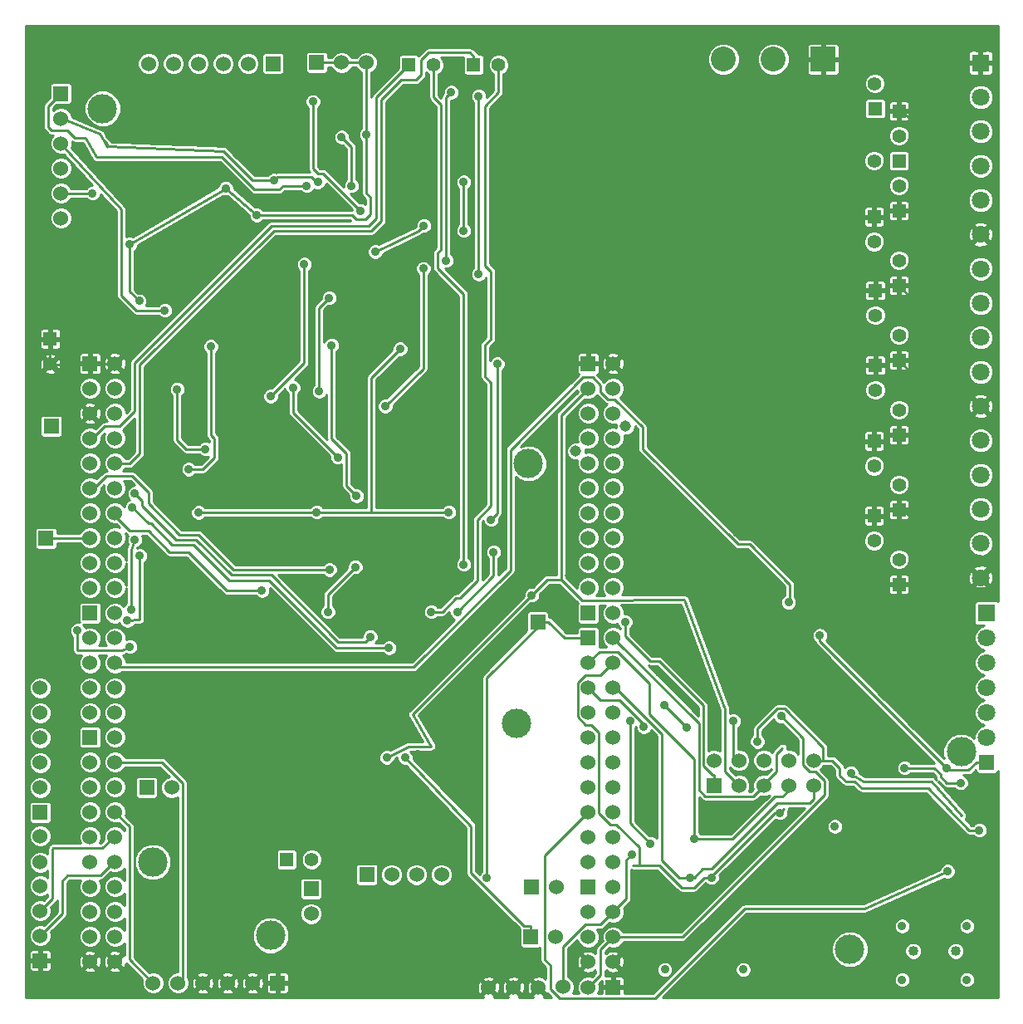
<source format=gbl>
G04 (created by PCBNEW (2013-07-07 BZR 4022)-stable) date 2/1/2014 4:13:06 PM*
%MOIN*%
G04 Gerber Fmt 3.4, Leading zero omitted, Abs format*
%FSLAX34Y34*%
G01*
G70*
G90*
G04 APERTURE LIST*
%ADD10C,0.00590551*%
%ADD11R,0.06X0.06*%
%ADD12C,0.06*%
%ADD13C,0.11811*%
%ADD14R,0.055X0.055*%
%ADD15C,0.055*%
%ADD16C,0.04*%
%ADD17C,0.035*%
%ADD18C,0.0708661*%
%ADD19R,0.0708661X0.0708661*%
%ADD20R,0.1X0.1*%
%ADD21C,0.1*%
%ADD22C,0.045*%
%ADD23C,0.01*%
G04 APERTURE END LIST*
G54D10*
G54D11*
X70000Y-71000D03*
G54D12*
X71000Y-71000D03*
X70000Y-72000D03*
X71000Y-72000D03*
X70000Y-73000D03*
X71000Y-73000D03*
X70000Y-74000D03*
X71000Y-74000D03*
G54D11*
X50000Y-60000D03*
G54D12*
X51000Y-60000D03*
X50000Y-61000D03*
X51000Y-61000D03*
X50000Y-62000D03*
X51000Y-62000D03*
X50000Y-63000D03*
X51000Y-63000D03*
X50000Y-64000D03*
X51000Y-64000D03*
G54D11*
X70000Y-60000D03*
G54D12*
X71000Y-60000D03*
G54D11*
X50000Y-64984D03*
G54D12*
X51000Y-64984D03*
X50000Y-65984D03*
X51000Y-65984D03*
X50000Y-66984D03*
X51000Y-66984D03*
X50000Y-67984D03*
X51000Y-67984D03*
X50000Y-68984D03*
X51000Y-68984D03*
X50000Y-69984D03*
X51000Y-69984D03*
X50000Y-70984D03*
X51000Y-70984D03*
X50000Y-71984D03*
X51000Y-71984D03*
X50000Y-72984D03*
X51000Y-72984D03*
X50000Y-73984D03*
X51000Y-73984D03*
G54D11*
X48000Y-73950D03*
G54D12*
X48000Y-72950D03*
X48000Y-71950D03*
X48000Y-70950D03*
X48000Y-70000D03*
X48000Y-68950D03*
G54D11*
X48000Y-68000D03*
G54D12*
X48000Y-67000D03*
X48000Y-66000D03*
X48000Y-65000D03*
X48000Y-64000D03*
X48000Y-63000D03*
G54D11*
X57525Y-74850D03*
G54D12*
X56525Y-74850D03*
X55525Y-74850D03*
X54525Y-74850D03*
X53525Y-74850D03*
X52525Y-74850D03*
G54D11*
X67725Y-71000D03*
G54D12*
X68725Y-71000D03*
G54D11*
X67700Y-73000D03*
G54D12*
X68700Y-73000D03*
G54D11*
X52274Y-67000D03*
G54D12*
X53274Y-67000D03*
G54D11*
X71000Y-75025D03*
G54D12*
X70000Y-75025D03*
X69000Y-75000D03*
X68000Y-75025D03*
X67000Y-75025D03*
X66000Y-75025D03*
G54D11*
X86000Y-66000D03*
G54D13*
X67600Y-54000D03*
X50500Y-39750D03*
X67105Y-64418D03*
G54D11*
X59100Y-37900D03*
G54D12*
X60100Y-37900D03*
X61100Y-37900D03*
G54D11*
X57350Y-37950D03*
G54D12*
X56350Y-37950D03*
X55350Y-37950D03*
X54350Y-37950D03*
X53350Y-37950D03*
X52350Y-37950D03*
G54D11*
X48225Y-57000D03*
X48450Y-52500D03*
X48825Y-39150D03*
G54D12*
X48825Y-40150D03*
X48825Y-41150D03*
X48825Y-42150D03*
X48825Y-43150D03*
X48825Y-44150D03*
G54D14*
X48400Y-49000D03*
G54D15*
X48400Y-50000D03*
G54D14*
X62800Y-38000D03*
G54D15*
X63800Y-38000D03*
G54D14*
X65400Y-38000D03*
G54D15*
X66400Y-38000D03*
G54D11*
X50000Y-49984D03*
G54D12*
X51000Y-49984D03*
X50000Y-50984D03*
X51000Y-50984D03*
X50000Y-51984D03*
X51000Y-51984D03*
X50000Y-52984D03*
X51000Y-52984D03*
X50000Y-53984D03*
X51000Y-53984D03*
X50000Y-54984D03*
X51000Y-54984D03*
X50000Y-55984D03*
X51000Y-55984D03*
X50000Y-56984D03*
X51000Y-56984D03*
X50000Y-57984D03*
X51000Y-57984D03*
X50000Y-58984D03*
X51000Y-58984D03*
G54D11*
X70000Y-60984D03*
G54D12*
X71000Y-60984D03*
X70000Y-61984D03*
X71000Y-61984D03*
X70000Y-62984D03*
X71000Y-62984D03*
X70000Y-63984D03*
X71000Y-63984D03*
X70000Y-64984D03*
X71000Y-64984D03*
X70000Y-65984D03*
X71000Y-65984D03*
X70000Y-66984D03*
X71000Y-66984D03*
X70000Y-67984D03*
X71000Y-67984D03*
X70000Y-68984D03*
X71000Y-68984D03*
X70000Y-69984D03*
X71000Y-69984D03*
G54D11*
X75050Y-66918D03*
G54D12*
X75050Y-65918D03*
X76050Y-66918D03*
X76050Y-65918D03*
X77050Y-66918D03*
X77050Y-65918D03*
X78050Y-66918D03*
X78050Y-65918D03*
X79050Y-66918D03*
X79050Y-65918D03*
G54D11*
X67969Y-60344D03*
G54D16*
X83050Y-73568D03*
X84750Y-73568D03*
G54D17*
X73076Y-74309D03*
X76225Y-74309D03*
G54D13*
X80500Y-73492D03*
X84974Y-65568D03*
G54D11*
X61110Y-70494D03*
G54D12*
X62110Y-70494D03*
X63110Y-70494D03*
X64110Y-70494D03*
G54D11*
X58869Y-71062D03*
G54D12*
X58869Y-72062D03*
G54D14*
X57894Y-69887D03*
G54D15*
X58894Y-69887D03*
G54D13*
X52518Y-69987D03*
X57244Y-72937D03*
G54D18*
X85750Y-58584D03*
X85750Y-57206D03*
G54D19*
X85750Y-37915D03*
G54D18*
X85750Y-39293D03*
X85750Y-40671D03*
X85750Y-42049D03*
X85750Y-43427D03*
X85750Y-44805D03*
X85750Y-46183D03*
X85750Y-47561D03*
X85750Y-48938D03*
X85750Y-50316D03*
X85750Y-51694D03*
X85750Y-53072D03*
X85750Y-54450D03*
X85750Y-55828D03*
G54D11*
X70000Y-49984D03*
G54D12*
X71000Y-49984D03*
X70000Y-50984D03*
X71000Y-50984D03*
X70000Y-51984D03*
X71000Y-51984D03*
X70000Y-52984D03*
X71000Y-52984D03*
X70000Y-53984D03*
X71000Y-53984D03*
X70000Y-54984D03*
X71000Y-54984D03*
X70000Y-55984D03*
X71000Y-55984D03*
X70000Y-56984D03*
X71000Y-56984D03*
X70000Y-57984D03*
X71000Y-57984D03*
X70000Y-58984D03*
X71000Y-58984D03*
G54D14*
X81474Y-53100D03*
G54D15*
X81474Y-54100D03*
G54D14*
X81474Y-44100D03*
G54D15*
X81474Y-45100D03*
G54D14*
X82474Y-52850D03*
G54D15*
X82474Y-51850D03*
G54D14*
X82474Y-43850D03*
G54D15*
X82474Y-42850D03*
G54D14*
X81525Y-50050D03*
G54D15*
X81525Y-51050D03*
G54D14*
X82474Y-39850D03*
G54D15*
X82474Y-40850D03*
G54D20*
X79425Y-37775D03*
G54D21*
X77425Y-37775D03*
X75425Y-37775D03*
G54D14*
X82474Y-46850D03*
G54D15*
X82474Y-45850D03*
G54D14*
X82474Y-55850D03*
G54D15*
X82474Y-54850D03*
G54D14*
X81525Y-47050D03*
G54D15*
X81525Y-48050D03*
G54D14*
X81474Y-56100D03*
G54D15*
X81474Y-57100D03*
G54D14*
X82474Y-49850D03*
G54D15*
X82474Y-48850D03*
G54D14*
X82474Y-58850D03*
G54D15*
X82474Y-57850D03*
G54D14*
X81525Y-39750D03*
G54D15*
X81500Y-38750D03*
G54D14*
X82474Y-41850D03*
G54D15*
X81474Y-41850D03*
G54D22*
X69500Y-53500D03*
X71500Y-52500D03*
G54D19*
X86000Y-60000D03*
G54D18*
X86000Y-61000D03*
X86000Y-62000D03*
X86000Y-63000D03*
X86000Y-64000D03*
X86000Y-65000D03*
G54D17*
X71489Y-60356D03*
X62450Y-49400D03*
X61100Y-40800D03*
X51972Y-47476D03*
X64400Y-55950D03*
X54358Y-55964D03*
X59100Y-55950D03*
X51600Y-45200D03*
X56696Y-44031D03*
X55450Y-42950D03*
X67728Y-59282D03*
X61910Y-65789D03*
X62650Y-65800D03*
X65931Y-70636D03*
X75827Y-64331D03*
X72230Y-64566D03*
X80550Y-66418D03*
X85700Y-68718D03*
X76787Y-65159D03*
X78040Y-59574D03*
X77739Y-64135D03*
X71679Y-64339D03*
X72496Y-69250D03*
X71744Y-69687D03*
X65000Y-42700D03*
X65000Y-44650D03*
X65600Y-39250D03*
X65600Y-46400D03*
X64300Y-45850D03*
X64500Y-39100D03*
X50100Y-43150D03*
X53000Y-47850D03*
X59150Y-42700D03*
X57389Y-42633D03*
X58700Y-42850D03*
X60500Y-42850D03*
X60100Y-40900D03*
X60850Y-43850D03*
X58950Y-39474D03*
X51800Y-55200D03*
X61250Y-60950D03*
X49500Y-60700D03*
X51600Y-61350D03*
X56900Y-59100D03*
X59610Y-58255D03*
X62000Y-61400D03*
X51700Y-55750D03*
X74250Y-69068D03*
X77700Y-68018D03*
X74950Y-70618D03*
X74100Y-70618D03*
X79900Y-68568D03*
X84425Y-70368D03*
X84950Y-66818D03*
X82700Y-66218D03*
X73950Y-64600D03*
X73050Y-63700D03*
X84383Y-66218D03*
X79300Y-60900D03*
X51500Y-60300D03*
X52000Y-57700D03*
X51650Y-59850D03*
X51800Y-57050D03*
X61850Y-51700D03*
X63377Y-46173D03*
X61450Y-45500D03*
X63400Y-44450D03*
X59600Y-47350D03*
X59200Y-51100D03*
X66200Y-57550D03*
X64750Y-59950D03*
X66350Y-50000D03*
X66100Y-56250D03*
X57250Y-51300D03*
X58600Y-46000D03*
X65000Y-58050D03*
X63700Y-59950D03*
X53496Y-51015D03*
X54633Y-53413D03*
X53964Y-54220D03*
X54850Y-49300D03*
X60700Y-55300D03*
X59700Y-49250D03*
X58150Y-50950D03*
X59950Y-53750D03*
X59550Y-59950D03*
X60650Y-58150D03*
X85200Y-74718D03*
X82600Y-74718D03*
X82600Y-72568D03*
X85200Y-72568D03*
X72125Y-61000D03*
X72150Y-60000D03*
X83525Y-71318D03*
X85700Y-71600D03*
X62400Y-65200D03*
X61650Y-65150D03*
X78900Y-68750D03*
X60400Y-61850D03*
X63800Y-60625D03*
X64074Y-58625D03*
X62383Y-46725D03*
X63700Y-44800D03*
X51400Y-43100D03*
X53400Y-46000D03*
X53550Y-49100D03*
X52800Y-51100D03*
X58200Y-49200D03*
X53250Y-60000D03*
X63250Y-40800D03*
X64050Y-53000D03*
X63800Y-49050D03*
X65650Y-53250D03*
X60300Y-53050D03*
X57900Y-53750D03*
X53150Y-53600D03*
X55450Y-52950D03*
X53850Y-57900D03*
X74674Y-68092D03*
X72400Y-74618D03*
X77600Y-74618D03*
X77600Y-73618D03*
X71850Y-70668D03*
X77300Y-70168D03*
X77700Y-70568D03*
X71800Y-74618D03*
X72400Y-74118D03*
X77600Y-74118D03*
X78300Y-74618D03*
X83874Y-73668D03*
X77100Y-73318D03*
X78400Y-72718D03*
X72500Y-65668D03*
X72450Y-66418D03*
X76150Y-68092D03*
X80450Y-69018D03*
X82500Y-69018D03*
X60610Y-66494D03*
X60860Y-64494D03*
X63150Y-65650D03*
X62110Y-66244D03*
X54069Y-69712D03*
X56944Y-72037D03*
X57794Y-70512D03*
X54294Y-71887D03*
G54D16*
X79000Y-38750D03*
X79750Y-38750D03*
X80500Y-38750D03*
X78500Y-38250D03*
X78500Y-37500D03*
X78250Y-36750D03*
X79000Y-36750D03*
X79750Y-36750D03*
X81500Y-37000D03*
X80500Y-37000D03*
X80500Y-38000D03*
X81000Y-37500D03*
X81500Y-38000D03*
X82500Y-39000D03*
X83250Y-39000D03*
X86000Y-36750D03*
X84500Y-36750D03*
X85250Y-37000D03*
X84750Y-37500D03*
X84750Y-38250D03*
X84250Y-38750D03*
X85250Y-38750D03*
X84750Y-39250D03*
X83750Y-39250D03*
X84250Y-39750D03*
X83250Y-39750D03*
X83750Y-40250D03*
X83250Y-40750D03*
X83200Y-43600D03*
X83000Y-47400D03*
X83400Y-47000D03*
X83800Y-46600D03*
X84200Y-46200D03*
X84600Y-45800D03*
X85000Y-45400D03*
X83600Y-50200D03*
X83600Y-49600D03*
X84200Y-49600D03*
X83000Y-50400D03*
X84600Y-55800D03*
X84000Y-55800D03*
X83400Y-55800D03*
X83800Y-56400D03*
X83200Y-56400D03*
X83200Y-58600D03*
X83600Y-59000D03*
X84000Y-58600D03*
X84400Y-59000D03*
X84800Y-58600D03*
X85200Y-59000D03*
X86200Y-59000D03*
X86200Y-58000D03*
X84600Y-53400D03*
X84000Y-53400D03*
X83400Y-53200D03*
X83600Y-52600D03*
X84200Y-52800D03*
X84600Y-52400D03*
X85000Y-52800D03*
X85200Y-52200D03*
X86200Y-52200D03*
X75500Y-58500D03*
X76000Y-58500D03*
X76500Y-58500D03*
X77000Y-58500D03*
X77750Y-59000D03*
X77250Y-59000D03*
X76750Y-59000D03*
X76250Y-59000D03*
X75750Y-59000D03*
X75250Y-59000D03*
X74750Y-59000D03*
X69250Y-58500D03*
X75000Y-58250D03*
X73750Y-58500D03*
X73500Y-40250D03*
X74250Y-39500D03*
X74750Y-39500D03*
X72500Y-39250D03*
X76750Y-44250D03*
X77250Y-44250D03*
X77500Y-44750D03*
X77000Y-44750D03*
X77750Y-44250D03*
X77750Y-47250D03*
X77500Y-47750D03*
X77250Y-47250D03*
X77250Y-50250D03*
X77500Y-50750D03*
X77750Y-50250D03*
X77250Y-53250D03*
X77500Y-53750D03*
X77750Y-53250D03*
X77750Y-56250D03*
X77500Y-56750D03*
X77250Y-56250D03*
X78250Y-57250D03*
X78750Y-57500D03*
X78250Y-54250D03*
X78750Y-54500D03*
X78250Y-51250D03*
X78750Y-51500D03*
X78250Y-48250D03*
X78750Y-48500D03*
X78250Y-45250D03*
X78750Y-45500D03*
X78250Y-42250D03*
X78750Y-42500D03*
X80750Y-56500D03*
X80250Y-56750D03*
X80750Y-57000D03*
X80750Y-57500D03*
X80250Y-57250D03*
X79250Y-57250D03*
X79750Y-57500D03*
X75750Y-56250D03*
X76000Y-56750D03*
X76250Y-56250D03*
X76500Y-56750D03*
X76750Y-56250D03*
X77000Y-56750D03*
X80750Y-53500D03*
X79250Y-54250D03*
X79750Y-54500D03*
X80250Y-54250D03*
X80750Y-54000D03*
X80250Y-53750D03*
X77000Y-53750D03*
X76750Y-53250D03*
X76250Y-53250D03*
X76500Y-53750D03*
X75750Y-53250D03*
X76000Y-53750D03*
X80750Y-50500D03*
X79250Y-51250D03*
X79750Y-51500D03*
X80250Y-51250D03*
X80750Y-51000D03*
X80250Y-50750D03*
X77000Y-50750D03*
X76750Y-50250D03*
X76250Y-50250D03*
X76500Y-50750D03*
X75750Y-50250D03*
X76000Y-50750D03*
X80750Y-47500D03*
X80250Y-47750D03*
X80750Y-48000D03*
X80250Y-48250D03*
X79250Y-48250D03*
X79750Y-48500D03*
X77000Y-47750D03*
X76750Y-47250D03*
X76250Y-47250D03*
X76500Y-47750D03*
X75750Y-47250D03*
X76000Y-47750D03*
X80750Y-44500D03*
X80250Y-44750D03*
X80750Y-45000D03*
X80250Y-45250D03*
X79250Y-45250D03*
X79750Y-45500D03*
X76250Y-44250D03*
X76500Y-44750D03*
X75750Y-44250D03*
X76000Y-44750D03*
X80250Y-41000D03*
X80250Y-40500D03*
X80750Y-40750D03*
X80250Y-41500D03*
X80750Y-41750D03*
X80250Y-42000D03*
X79250Y-42250D03*
X79750Y-42500D03*
X75500Y-40000D03*
X75250Y-39500D03*
X75750Y-39500D03*
X76250Y-39500D03*
X76750Y-39500D03*
X77250Y-39500D03*
X77500Y-40000D03*
X77000Y-40000D03*
X76500Y-40000D03*
X76000Y-40000D03*
X78250Y-41000D03*
X78250Y-40500D03*
X77750Y-40750D03*
X77750Y-41250D03*
X76750Y-41250D03*
X77250Y-41250D03*
X77500Y-41750D03*
X76000Y-41750D03*
X76500Y-41750D03*
X77000Y-41750D03*
X76250Y-41250D03*
X75750Y-41250D03*
G54D17*
X72500Y-61500D03*
X77750Y-63000D03*
X77750Y-61500D03*
X84750Y-63250D03*
X84750Y-60250D03*
X84700Y-64500D03*
X84750Y-61500D03*
X78850Y-60900D03*
X78850Y-63850D03*
X72850Y-62400D03*
X76300Y-64300D03*
G54D23*
X74996Y-66487D02*
X75050Y-66487D01*
X74619Y-66111D02*
X74996Y-66487D01*
X74619Y-63697D02*
X74619Y-66111D01*
X72845Y-61923D02*
X74619Y-63697D01*
X72476Y-61923D02*
X72845Y-61923D01*
X71489Y-60936D02*
X72476Y-61923D01*
X71489Y-60356D02*
X71489Y-60936D01*
X75050Y-66918D02*
X75050Y-66487D01*
X61300Y-50550D02*
X61300Y-55950D01*
X62450Y-49400D02*
X61300Y-50550D01*
X61100Y-43150D02*
X61100Y-40800D01*
X61250Y-43300D02*
X61100Y-43150D01*
X61250Y-44000D02*
X61250Y-43300D01*
X61050Y-44200D02*
X61250Y-44000D01*
X60700Y-44200D02*
X61050Y-44200D01*
X60531Y-44031D02*
X60700Y-44200D01*
X56696Y-44031D02*
X60531Y-44031D01*
X51600Y-47103D02*
X51972Y-47476D01*
X51600Y-45200D02*
X51600Y-47103D01*
X59085Y-55964D02*
X59100Y-55950D01*
X54358Y-55964D02*
X59085Y-55964D01*
X60100Y-37900D02*
X59100Y-37900D01*
X61100Y-37900D02*
X61100Y-40800D01*
X61100Y-37900D02*
X60100Y-37900D01*
X55450Y-42950D02*
X51600Y-45200D01*
X56696Y-44031D02*
X55450Y-42950D01*
X59100Y-55950D02*
X61300Y-55950D01*
X61300Y-55950D02*
X64400Y-55950D01*
X62800Y-65350D02*
X61910Y-65789D01*
X67728Y-59282D02*
X62950Y-64060D01*
X62950Y-64060D02*
X63700Y-65350D01*
X63700Y-65350D02*
X62800Y-65350D01*
X68362Y-58647D02*
X67728Y-59282D01*
X68907Y-58647D02*
X68362Y-58647D01*
X69751Y-59492D02*
X68907Y-58647D01*
X73850Y-59450D02*
X69751Y-59492D01*
X75480Y-63858D02*
X73850Y-59450D01*
X75480Y-66348D02*
X75480Y-63858D01*
X76050Y-66918D02*
X75480Y-66348D01*
X68907Y-52076D02*
X70000Y-50984D01*
X68907Y-58647D02*
X68907Y-52076D01*
X67431Y-72569D02*
X67700Y-72569D01*
X65297Y-70436D02*
X67431Y-72569D01*
X65297Y-68545D02*
X65297Y-70436D01*
X62650Y-65800D02*
X65297Y-68545D01*
X67700Y-73000D02*
X67700Y-72569D01*
X69039Y-60984D02*
X70000Y-60984D01*
X68399Y-60344D02*
X69039Y-60984D01*
X67969Y-60344D02*
X68184Y-60344D01*
X68184Y-60344D02*
X68399Y-60344D01*
X65931Y-62597D02*
X65931Y-70636D01*
X68184Y-60344D02*
X65931Y-62597D01*
X76050Y-65918D02*
X75950Y-65918D01*
X75950Y-65918D02*
X75850Y-65918D01*
X75827Y-65795D02*
X75827Y-64331D01*
X75950Y-65918D02*
X75827Y-65795D01*
X70500Y-63484D02*
X70000Y-62984D01*
X71255Y-63484D02*
X70500Y-63484D01*
X72230Y-64458D02*
X71255Y-63484D01*
X72230Y-64566D02*
X72230Y-64458D01*
X77550Y-65768D02*
X77550Y-65748D01*
X77550Y-65668D02*
X77800Y-65418D01*
X77550Y-65748D02*
X77550Y-65668D01*
X77550Y-65768D02*
X77550Y-65748D01*
X77550Y-66368D02*
X77550Y-65768D01*
X77050Y-66868D02*
X77550Y-66368D01*
X77050Y-66918D02*
X77050Y-66868D01*
X76609Y-67358D02*
X77050Y-66918D01*
X74687Y-67358D02*
X76609Y-67358D01*
X74439Y-67110D02*
X74687Y-67358D01*
X74439Y-64423D02*
X74439Y-67110D01*
X71000Y-60984D02*
X74439Y-64423D01*
X76950Y-65918D02*
X77050Y-65918D01*
X83785Y-66753D02*
X85000Y-68118D01*
X81064Y-66753D02*
X83785Y-66753D01*
X80729Y-66568D02*
X81064Y-66753D01*
X80579Y-66568D02*
X80729Y-66568D01*
X80429Y-66418D02*
X80579Y-66568D01*
X80550Y-66418D02*
X80429Y-66418D01*
X81064Y-66753D02*
X81079Y-66768D01*
X79050Y-65918D02*
X79425Y-65918D01*
X85300Y-68718D02*
X85700Y-68718D01*
X83650Y-67018D02*
X85300Y-68718D01*
X80975Y-67018D02*
X83650Y-67018D01*
X80675Y-66768D02*
X80975Y-67018D01*
X80350Y-66768D02*
X80675Y-66768D01*
X80100Y-66518D02*
X80350Y-66768D01*
X80100Y-66218D02*
X80100Y-66518D01*
X79800Y-65918D02*
X80100Y-66218D01*
X79425Y-65918D02*
X79800Y-65918D01*
X76787Y-64635D02*
X76787Y-65159D01*
X77592Y-63830D02*
X76787Y-64635D01*
X77873Y-63830D02*
X77592Y-63830D01*
X79425Y-65382D02*
X77873Y-63830D01*
X79425Y-65918D02*
X79425Y-65382D01*
X51159Y-62159D02*
X51000Y-62000D01*
X62995Y-62159D02*
X51159Y-62159D01*
X66876Y-58279D02*
X62995Y-62159D01*
X66876Y-53451D02*
X66876Y-58279D01*
X69788Y-50538D02*
X66876Y-53451D01*
X70176Y-50538D02*
X69788Y-50538D01*
X70500Y-50862D02*
X70176Y-50538D01*
X70500Y-51115D02*
X70500Y-50862D01*
X70798Y-51414D02*
X70500Y-51115D01*
X71061Y-51414D02*
X70798Y-51414D01*
X72183Y-52536D02*
X71061Y-51414D01*
X72183Y-53413D02*
X72183Y-52536D01*
X76003Y-57233D02*
X72183Y-53413D01*
X76473Y-57233D02*
X76003Y-57233D01*
X78096Y-58857D02*
X76473Y-57233D01*
X78096Y-59518D02*
X78096Y-58857D01*
X78040Y-59574D02*
X78096Y-59518D01*
X70500Y-73500D02*
X71000Y-73000D01*
X70500Y-74525D02*
X70500Y-73500D01*
X70000Y-75025D02*
X70500Y-74525D01*
X78619Y-65016D02*
X77739Y-64135D01*
X78619Y-66097D02*
X78619Y-65016D01*
X78876Y-66354D02*
X78619Y-66097D01*
X79107Y-66354D02*
X78876Y-66354D01*
X79481Y-66728D02*
X79107Y-66354D01*
X79481Y-67307D02*
X79481Y-66728D01*
X73788Y-73000D02*
X79481Y-67307D01*
X71000Y-73000D02*
X73788Y-73000D01*
X70500Y-72500D02*
X71000Y-72000D01*
X69888Y-72500D02*
X70500Y-72500D01*
X69000Y-73388D02*
X69888Y-72500D01*
X69000Y-75000D02*
X69000Y-73388D01*
X71679Y-68432D02*
X72496Y-69250D01*
X71679Y-64339D02*
X71679Y-68432D01*
X71522Y-71477D02*
X71000Y-72000D01*
X71522Y-69908D02*
X71522Y-71477D01*
X71744Y-69687D02*
X71522Y-69908D01*
X65000Y-44650D02*
X65000Y-42700D01*
X65600Y-39250D02*
X65600Y-46400D01*
X64300Y-39300D02*
X64500Y-39100D01*
X64300Y-45850D02*
X64300Y-39300D01*
X50100Y-43150D02*
X48825Y-43150D01*
X51250Y-43800D02*
X48825Y-41150D01*
X51250Y-47250D02*
X51250Y-43800D01*
X51850Y-47850D02*
X51250Y-47250D01*
X53000Y-47850D02*
X51850Y-47850D01*
X56533Y-42633D02*
X57389Y-42633D01*
X55350Y-41450D02*
X56533Y-42633D01*
X50674Y-41274D02*
X55350Y-41450D01*
X57523Y-42500D02*
X57389Y-42633D01*
X58900Y-42500D02*
X57523Y-42500D01*
X59100Y-42700D02*
X58900Y-42500D01*
X59150Y-42700D02*
X59100Y-42700D01*
X50400Y-40774D02*
X50537Y-41037D01*
X48925Y-40150D02*
X50400Y-40774D01*
X48825Y-40150D02*
X48925Y-40150D01*
X50537Y-41037D02*
X50674Y-41300D01*
X50674Y-41174D02*
X50674Y-41274D01*
X50537Y-41037D02*
X50674Y-41174D01*
X48325Y-39650D02*
X48825Y-39150D01*
X48325Y-40500D02*
X48325Y-39650D01*
X48450Y-40625D02*
X48325Y-40500D01*
X49100Y-40625D02*
X48450Y-40625D01*
X49400Y-40925D02*
X49100Y-40625D01*
X49825Y-40925D02*
X49400Y-40925D01*
X50250Y-41700D02*
X49825Y-40925D01*
X55300Y-41700D02*
X50250Y-41700D01*
X56600Y-43000D02*
X55300Y-41700D01*
X57600Y-43000D02*
X56600Y-43000D01*
X57750Y-42850D02*
X57600Y-43000D01*
X58700Y-42850D02*
X57750Y-42850D01*
X60500Y-41300D02*
X60500Y-42850D01*
X60100Y-40900D02*
X60500Y-41300D01*
X58950Y-42150D02*
X58950Y-39474D01*
X59150Y-42350D02*
X58950Y-42150D01*
X59350Y-42350D02*
X59150Y-42350D01*
X60850Y-43850D02*
X59350Y-42350D01*
X52100Y-55500D02*
X51800Y-55200D01*
X52100Y-55700D02*
X52100Y-55500D01*
X53450Y-57050D02*
X52100Y-55700D01*
X54250Y-57050D02*
X53450Y-57050D01*
X55672Y-58472D02*
X54250Y-57050D01*
X57272Y-58472D02*
X55672Y-58472D01*
X59950Y-61150D02*
X57272Y-58472D01*
X61050Y-61150D02*
X59950Y-61150D01*
X61250Y-60950D02*
X61050Y-61150D01*
X51015Y-54000D02*
X51000Y-54000D01*
X51600Y-54000D02*
X51015Y-54000D01*
X52000Y-53600D02*
X51600Y-54000D01*
X52000Y-50029D02*
X52000Y-53600D01*
X57379Y-44650D02*
X52000Y-50029D01*
X61300Y-44650D02*
X57379Y-44650D01*
X61700Y-44250D02*
X61300Y-44650D01*
X61700Y-39400D02*
X61700Y-44250D01*
X62500Y-38600D02*
X61700Y-39400D01*
X63100Y-38600D02*
X62500Y-38600D01*
X63300Y-38400D02*
X63100Y-38600D01*
X63300Y-37800D02*
X63300Y-38400D01*
X63600Y-37500D02*
X63300Y-37800D01*
X65250Y-37500D02*
X63600Y-37500D01*
X65400Y-37650D02*
X65250Y-37500D01*
X65400Y-38000D02*
X65400Y-37650D01*
X51015Y-54000D02*
X51000Y-53984D01*
X61500Y-39300D02*
X62800Y-38000D01*
X61500Y-44150D02*
X61500Y-39300D01*
X61200Y-44450D02*
X61500Y-44150D01*
X57300Y-44450D02*
X61200Y-44450D01*
X51800Y-49950D02*
X57300Y-44450D01*
X51800Y-51900D02*
X51800Y-49950D01*
X51200Y-52500D02*
X51800Y-51900D01*
X50600Y-52500D02*
X51200Y-52500D01*
X50100Y-53000D02*
X50600Y-52500D01*
X50000Y-53000D02*
X50100Y-53000D01*
X50000Y-52984D02*
X50000Y-53000D01*
X50000Y-52984D02*
X50000Y-52850D01*
X51300Y-61500D02*
X51600Y-61350D01*
X49500Y-61500D02*
X51300Y-61500D01*
X49500Y-60700D02*
X49500Y-61500D01*
X51602Y-61352D02*
X51600Y-61350D01*
X51647Y-61352D02*
X51602Y-61352D01*
X55500Y-59100D02*
X56900Y-59100D01*
X53950Y-57550D02*
X55500Y-59100D01*
X53200Y-57550D02*
X53950Y-57550D01*
X52350Y-56700D02*
X53200Y-57550D01*
X51600Y-56700D02*
X52350Y-56700D01*
X51000Y-56100D02*
X51600Y-56700D01*
X51000Y-56000D02*
X51000Y-56100D01*
X51000Y-56000D02*
X51000Y-55984D01*
X50000Y-55000D02*
X50015Y-55000D01*
X55755Y-58255D02*
X59610Y-58255D01*
X54350Y-56850D02*
X55755Y-58255D01*
X53600Y-56850D02*
X54350Y-56850D01*
X52350Y-55600D02*
X53600Y-56850D01*
X52350Y-55150D02*
X52350Y-55600D01*
X51700Y-54500D02*
X52350Y-55150D01*
X50650Y-54500D02*
X51700Y-54500D01*
X50150Y-55000D02*
X50650Y-54500D01*
X50015Y-55000D02*
X50150Y-55000D01*
X50015Y-55000D02*
X50000Y-54984D01*
X59900Y-61400D02*
X62000Y-61400D01*
X57200Y-58700D02*
X59900Y-61400D01*
X55600Y-58700D02*
X57200Y-58700D01*
X54150Y-57250D02*
X55600Y-58700D01*
X53300Y-57250D02*
X54150Y-57250D01*
X52450Y-56400D02*
X53300Y-57250D01*
X52350Y-56400D02*
X52450Y-56400D01*
X51700Y-55750D02*
X52350Y-56400D01*
X50000Y-57000D02*
X49984Y-57000D01*
X49984Y-57000D02*
X48225Y-57000D01*
X49984Y-57000D02*
X50000Y-56984D01*
X52879Y-65984D02*
X51000Y-65984D01*
X53709Y-66814D02*
X52879Y-65984D01*
X53709Y-74665D02*
X53709Y-66814D01*
X53525Y-74850D02*
X53709Y-74665D01*
X51569Y-68553D02*
X51000Y-67984D01*
X51569Y-73894D02*
X51569Y-68553D01*
X52525Y-74850D02*
X51569Y-73894D01*
X51000Y-69983D02*
X50999Y-69983D01*
X48874Y-72074D02*
X48000Y-72950D01*
X48874Y-70750D02*
X48874Y-72074D01*
X49100Y-70525D02*
X48874Y-70750D01*
X50425Y-70525D02*
X49100Y-70525D01*
X50966Y-69983D02*
X50425Y-70525D01*
X50999Y-69983D02*
X50966Y-69983D01*
X50999Y-69983D02*
X51000Y-69984D01*
X48000Y-71950D02*
X47950Y-72000D01*
X51000Y-68983D02*
X50999Y-68983D01*
X48500Y-71450D02*
X48000Y-71950D01*
X48500Y-69450D02*
X48500Y-71450D01*
X48525Y-69425D02*
X48500Y-69450D01*
X50500Y-69425D02*
X48525Y-69425D01*
X50940Y-68983D02*
X50500Y-69425D01*
X50999Y-68983D02*
X50940Y-68983D01*
X50999Y-68983D02*
X51000Y-68984D01*
X78050Y-66918D02*
X78150Y-66918D01*
X75800Y-69068D02*
X74250Y-69068D01*
X77500Y-67368D02*
X75800Y-69068D01*
X77800Y-67368D02*
X77500Y-67368D01*
X78050Y-67118D02*
X77800Y-67368D01*
X78050Y-66918D02*
X78050Y-67118D01*
X70437Y-61546D02*
X70000Y-61984D01*
X71177Y-61546D02*
X70437Y-61546D01*
X72443Y-62812D02*
X71177Y-61546D01*
X72443Y-64047D02*
X72443Y-62812D01*
X74250Y-65853D02*
X72443Y-64047D01*
X74250Y-69068D02*
X74250Y-65853D01*
X77500Y-68018D02*
X77700Y-68018D01*
X74950Y-70568D02*
X77500Y-68018D01*
X74950Y-70618D02*
X74950Y-70568D01*
X77850Y-67868D02*
X77700Y-68018D01*
X74950Y-70618D02*
X75000Y-70618D01*
X72850Y-70118D02*
X72043Y-70118D01*
X73750Y-71018D02*
X72850Y-70118D01*
X74250Y-71018D02*
X73750Y-71018D01*
X74650Y-70618D02*
X74250Y-71018D01*
X74950Y-70618D02*
X74650Y-70618D01*
X72043Y-70118D02*
X71800Y-70118D01*
X70500Y-62484D02*
X71000Y-61984D01*
X69883Y-62484D02*
X70500Y-62484D01*
X69568Y-62799D02*
X69883Y-62484D01*
X69568Y-64166D02*
X69568Y-62799D01*
X69885Y-64484D02*
X69568Y-64166D01*
X70131Y-64484D02*
X69885Y-64484D01*
X70430Y-64782D02*
X70131Y-64484D01*
X70430Y-68031D02*
X70430Y-64782D01*
X70882Y-68484D02*
X70430Y-68031D01*
X71127Y-68484D02*
X70882Y-68484D01*
X72049Y-69405D02*
X71127Y-68484D01*
X72049Y-70112D02*
X72049Y-69405D01*
X72043Y-70118D02*
X72049Y-70112D01*
X79050Y-67427D02*
X79050Y-67468D01*
X78900Y-67618D02*
X79050Y-67468D01*
X77600Y-67618D02*
X78900Y-67618D01*
X74950Y-70268D02*
X77600Y-67618D01*
X74600Y-70268D02*
X74950Y-70268D01*
X74250Y-70618D02*
X74600Y-70268D01*
X74100Y-70618D02*
X74250Y-70618D01*
X79050Y-66918D02*
X79045Y-66918D01*
X79050Y-67468D02*
X79050Y-67427D01*
X79050Y-67427D02*
X79050Y-66918D01*
X73650Y-70618D02*
X74100Y-70618D01*
X72950Y-69918D02*
X73650Y-70618D01*
X71079Y-62984D02*
X71000Y-62984D01*
X72950Y-64854D02*
X71079Y-62984D01*
X72950Y-69918D02*
X72950Y-64854D01*
X79900Y-68568D02*
X79900Y-68548D01*
X84400Y-66818D02*
X84950Y-66818D01*
X84150Y-66568D02*
X84400Y-66818D01*
X84150Y-66468D02*
X84150Y-66568D01*
X83900Y-66218D02*
X84150Y-66468D01*
X82700Y-66218D02*
X83900Y-66218D01*
X81100Y-71850D02*
X78200Y-71868D01*
X84425Y-70368D02*
X81100Y-71850D01*
X68258Y-69725D02*
X70000Y-67984D01*
X68258Y-73911D02*
X68258Y-69725D01*
X68487Y-74140D02*
X68258Y-73911D01*
X68487Y-75109D02*
X68487Y-74140D01*
X68843Y-75465D02*
X68487Y-75109D01*
X72678Y-75465D02*
X68843Y-75465D01*
X76276Y-71868D02*
X72678Y-75465D01*
X78200Y-71868D02*
X76276Y-71868D01*
X73050Y-63700D02*
X73950Y-64600D01*
X86000Y-66000D02*
X85569Y-66000D01*
X84472Y-66307D02*
X84383Y-66218D01*
X85262Y-66307D02*
X84472Y-66307D01*
X85569Y-66000D02*
X85262Y-66307D01*
X79300Y-61135D02*
X79300Y-60900D01*
X84383Y-66218D02*
X79300Y-61135D01*
X51996Y-60254D02*
X51500Y-60300D01*
X52000Y-57700D02*
X51996Y-60254D01*
X51650Y-57450D02*
X51800Y-57050D01*
X51650Y-59850D02*
X51650Y-57450D01*
X63377Y-50185D02*
X61850Y-51700D01*
X63377Y-46173D02*
X63377Y-50185D01*
X63200Y-44650D02*
X61450Y-45500D01*
X63400Y-44450D02*
X63200Y-44650D01*
X59200Y-47750D02*
X59200Y-51100D01*
X59600Y-47350D02*
X59200Y-47750D01*
X66200Y-58500D02*
X66200Y-57550D01*
X64750Y-59950D02*
X66200Y-58500D01*
X66350Y-56000D02*
X66350Y-50000D01*
X66100Y-56250D02*
X66350Y-56000D01*
X58600Y-49950D02*
X57250Y-51300D01*
X58600Y-46000D02*
X58600Y-49950D01*
X65000Y-47200D02*
X65000Y-58050D01*
X63950Y-46150D02*
X65000Y-47200D01*
X63950Y-45550D02*
X63950Y-46150D01*
X64100Y-45400D02*
X63950Y-45550D01*
X64100Y-39600D02*
X64100Y-45400D01*
X63800Y-39300D02*
X64100Y-39600D01*
X63800Y-38000D02*
X63800Y-39300D01*
X64150Y-59950D02*
X63700Y-59950D01*
X64700Y-59400D02*
X64150Y-59950D01*
X64850Y-59400D02*
X64700Y-59400D01*
X65550Y-58700D02*
X64850Y-59400D01*
X65550Y-56250D02*
X65550Y-58700D01*
X66100Y-55700D02*
X65550Y-56250D01*
X66100Y-50750D02*
X66100Y-55700D01*
X65850Y-50500D02*
X66100Y-50750D01*
X65850Y-49250D02*
X65850Y-50500D01*
X66100Y-49000D02*
X65850Y-49250D01*
X66100Y-46300D02*
X66100Y-49000D01*
X65850Y-46050D02*
X66100Y-46300D01*
X65850Y-39650D02*
X65850Y-46050D01*
X66400Y-39100D02*
X65850Y-39650D01*
X66400Y-38000D02*
X66400Y-39100D01*
X53496Y-52275D02*
X53496Y-51015D01*
X53500Y-52279D02*
X53496Y-52275D01*
X53500Y-53050D02*
X53500Y-52279D01*
X53863Y-53413D02*
X53500Y-53050D01*
X54633Y-53413D02*
X53863Y-53413D01*
X54529Y-54220D02*
X53964Y-54220D01*
X55000Y-53750D02*
X54529Y-54220D01*
X55000Y-53000D02*
X55000Y-53750D01*
X54850Y-52850D02*
X55000Y-53000D01*
X54850Y-49300D02*
X54850Y-52850D01*
X59700Y-53000D02*
X59700Y-49250D01*
X60300Y-53600D02*
X59700Y-53000D01*
X60300Y-54900D02*
X60300Y-53600D01*
X60700Y-55300D02*
X60300Y-54900D01*
X58150Y-51950D02*
X58150Y-50950D01*
X59950Y-53750D02*
X58150Y-51950D01*
X59550Y-59250D02*
X59550Y-59950D01*
X60650Y-58150D02*
X59550Y-59250D01*
X72150Y-60975D02*
X72150Y-60000D01*
X72150Y-60975D02*
X72125Y-61000D01*
X83806Y-71600D02*
X85700Y-71600D01*
X83806Y-71600D02*
X83525Y-71318D01*
X61700Y-65100D02*
X62400Y-65100D01*
X61650Y-65150D02*
X61700Y-65100D01*
X62400Y-65200D02*
X62400Y-65100D01*
X80450Y-69018D02*
X79168Y-69018D01*
X79168Y-69018D02*
X78900Y-68750D01*
X63800Y-60625D02*
X63800Y-60650D01*
X62400Y-46709D02*
X62383Y-46725D01*
X62400Y-46700D02*
X62400Y-46709D01*
X50000Y-50000D02*
X51000Y-50000D01*
X49750Y-49870D02*
X50000Y-50000D01*
X48400Y-50025D02*
X50000Y-50025D01*
X48400Y-50000D02*
X48400Y-49000D01*
X77800Y-73318D02*
X77100Y-73318D01*
X78400Y-72718D02*
X77800Y-73318D01*
X72500Y-66368D02*
X72500Y-65668D01*
X72450Y-66418D02*
X72500Y-66368D01*
X74674Y-68092D02*
X76150Y-68092D01*
X80450Y-69018D02*
X82500Y-69018D01*
X56944Y-71362D02*
X56944Y-72037D01*
X57794Y-70512D02*
X56944Y-71362D01*
X80500Y-38750D02*
X79750Y-38750D01*
X78500Y-37500D02*
X78500Y-38250D01*
X79000Y-36750D02*
X78250Y-36750D01*
X81250Y-36750D02*
X79750Y-36750D01*
X81500Y-37000D02*
X81250Y-36750D01*
X80500Y-38000D02*
X80500Y-37000D01*
X81500Y-38000D02*
X81000Y-37500D01*
X83250Y-39000D02*
X82500Y-39000D01*
X84500Y-36750D02*
X86000Y-36750D01*
X84750Y-37500D02*
X85250Y-37000D01*
X84250Y-38750D02*
X84750Y-38250D01*
X84750Y-39250D02*
X85250Y-38750D01*
X84250Y-39750D02*
X83750Y-39250D01*
X83750Y-40250D02*
X83250Y-39750D01*
X83250Y-40500D02*
X83250Y-40750D01*
X82600Y-39850D02*
X83250Y-40500D01*
X82474Y-39850D02*
X82600Y-39850D01*
X82474Y-46874D02*
X83000Y-47400D01*
X82474Y-46850D02*
X82474Y-46874D01*
X83400Y-47000D02*
X83800Y-46600D01*
X84200Y-46200D02*
X84600Y-45800D01*
X84200Y-49600D02*
X83600Y-49600D01*
X82474Y-49874D02*
X83000Y-50400D01*
X82474Y-49850D02*
X82474Y-49874D01*
X84000Y-55800D02*
X84600Y-55800D01*
X83400Y-56000D02*
X83400Y-55800D01*
X83800Y-56400D02*
X83400Y-56000D01*
X82650Y-55850D02*
X83200Y-56400D01*
X82474Y-55850D02*
X82650Y-55850D01*
X84000Y-58600D02*
X83600Y-59000D01*
X84800Y-58600D02*
X84400Y-59000D01*
X86200Y-59000D02*
X85200Y-59000D01*
X85750Y-58450D02*
X86200Y-58000D01*
X85750Y-58584D02*
X85750Y-58450D01*
X83600Y-53400D02*
X84000Y-53400D01*
X83400Y-53200D02*
X83600Y-53400D01*
X84000Y-52600D02*
X83600Y-52600D01*
X84200Y-52800D02*
X84000Y-52600D01*
X85000Y-52800D02*
X84600Y-52400D01*
X86200Y-52200D02*
X85200Y-52200D01*
X76000Y-58500D02*
X75500Y-58500D01*
X77000Y-58500D02*
X76500Y-58500D01*
X77250Y-59000D02*
X77750Y-59000D01*
X76250Y-59000D02*
X76750Y-59000D01*
X75250Y-59000D02*
X75750Y-59000D01*
X74750Y-58500D02*
X74750Y-59000D01*
X75000Y-58250D02*
X74750Y-58500D01*
X72500Y-58500D02*
X69250Y-58500D01*
X72750Y-58250D02*
X72500Y-58500D01*
X74000Y-58250D02*
X72750Y-58250D01*
X75000Y-58250D02*
X74000Y-58250D01*
X74000Y-58250D02*
X73750Y-58500D01*
X74750Y-39500D02*
X74250Y-39500D01*
X76750Y-44250D02*
X77250Y-44250D01*
X77000Y-44750D02*
X77500Y-44750D01*
X77500Y-47500D02*
X77250Y-47250D01*
X77500Y-47750D02*
X77500Y-47500D01*
X77500Y-50500D02*
X77500Y-50750D01*
X77250Y-50250D02*
X77500Y-50500D01*
X77500Y-53500D02*
X77500Y-53750D01*
X77250Y-53250D02*
X77500Y-53500D01*
X77500Y-56500D02*
X77250Y-56250D01*
X77500Y-56750D02*
X77500Y-56500D01*
X78500Y-57250D02*
X78250Y-57250D01*
X78750Y-57500D02*
X78500Y-57250D01*
X78500Y-54250D02*
X78250Y-54250D01*
X78750Y-54500D02*
X78500Y-54250D01*
X78500Y-51250D02*
X78250Y-51250D01*
X78750Y-51500D02*
X78500Y-51250D01*
X78500Y-48250D02*
X78250Y-48250D01*
X78750Y-48500D02*
X78500Y-48250D01*
X78500Y-45250D02*
X78250Y-45250D01*
X78750Y-45500D02*
X78500Y-45250D01*
X78500Y-42250D02*
X78250Y-42250D01*
X78750Y-42500D02*
X78500Y-42250D01*
X80500Y-56750D02*
X80250Y-56750D01*
X80750Y-57000D02*
X80500Y-56750D01*
X80500Y-57500D02*
X80750Y-57500D01*
X80250Y-57250D02*
X80500Y-57500D01*
X79500Y-57500D02*
X79750Y-57500D01*
X79250Y-57250D02*
X79500Y-57500D01*
X76000Y-56500D02*
X76000Y-56750D01*
X75750Y-56250D02*
X76000Y-56500D01*
X76500Y-56500D02*
X76500Y-56750D01*
X76250Y-56250D02*
X76500Y-56500D01*
X77000Y-56500D02*
X77000Y-56750D01*
X76750Y-56250D02*
X77000Y-56500D01*
X79500Y-54500D02*
X79750Y-54500D01*
X79250Y-54250D02*
X79500Y-54500D01*
X80500Y-54000D02*
X80750Y-54000D01*
X80250Y-54250D02*
X80500Y-54000D01*
X80500Y-53500D02*
X80750Y-53500D01*
X80250Y-53750D02*
X80500Y-53500D01*
X77000Y-53500D02*
X77000Y-53750D01*
X76750Y-53250D02*
X77000Y-53500D01*
X76500Y-53500D02*
X76500Y-53750D01*
X76250Y-53250D02*
X76500Y-53500D01*
X76000Y-53500D02*
X76000Y-53750D01*
X75750Y-53250D02*
X76000Y-53500D01*
X79500Y-51500D02*
X79750Y-51500D01*
X79250Y-51250D02*
X79500Y-51500D01*
X80500Y-51000D02*
X80750Y-51000D01*
X80250Y-51250D02*
X80500Y-51000D01*
X80500Y-50500D02*
X80750Y-50500D01*
X80250Y-50750D02*
X80500Y-50500D01*
X77000Y-50500D02*
X77000Y-50750D01*
X76750Y-50250D02*
X77000Y-50500D01*
X76500Y-50500D02*
X76500Y-50750D01*
X76250Y-50250D02*
X76500Y-50500D01*
X76000Y-50500D02*
X76000Y-50750D01*
X75750Y-50250D02*
X76000Y-50500D01*
X80500Y-47500D02*
X80750Y-47500D01*
X80250Y-47750D02*
X80500Y-47500D01*
X80500Y-48000D02*
X80750Y-48000D01*
X80250Y-48250D02*
X80500Y-48000D01*
X79500Y-48500D02*
X79750Y-48500D01*
X79250Y-48250D02*
X79500Y-48500D01*
X77000Y-47500D02*
X77000Y-47750D01*
X76750Y-47250D02*
X77000Y-47500D01*
X76500Y-47500D02*
X76500Y-47750D01*
X76250Y-47250D02*
X76500Y-47500D01*
X76000Y-47500D02*
X76000Y-47750D01*
X75750Y-47250D02*
X76000Y-47500D01*
X80500Y-44500D02*
X80750Y-44500D01*
X80250Y-44750D02*
X80500Y-44500D01*
X80500Y-45000D02*
X80750Y-45000D01*
X80250Y-45250D02*
X80500Y-45000D01*
X79500Y-45500D02*
X79750Y-45500D01*
X79250Y-45250D02*
X79500Y-45500D01*
X76500Y-44500D02*
X76500Y-44750D01*
X76250Y-44250D02*
X76500Y-44500D01*
X76000Y-44500D02*
X76000Y-44750D01*
X75750Y-44250D02*
X76000Y-44500D01*
X80250Y-41000D02*
X80250Y-41500D01*
X80500Y-40500D02*
X80250Y-40500D01*
X80750Y-40750D02*
X80500Y-40500D01*
X80500Y-41750D02*
X80750Y-41750D01*
X80250Y-42000D02*
X80500Y-41750D01*
X79500Y-42500D02*
X79750Y-42500D01*
X79250Y-42250D02*
X79500Y-42500D01*
X75500Y-39750D02*
X75500Y-40000D01*
X75250Y-39500D02*
X75500Y-39750D01*
X76250Y-39500D02*
X75750Y-39500D01*
X77250Y-39500D02*
X76750Y-39500D01*
X77000Y-40000D02*
X77500Y-40000D01*
X76000Y-40000D02*
X76500Y-40000D01*
X78250Y-40500D02*
X78250Y-41000D01*
X77750Y-41250D02*
X77750Y-40750D01*
X76750Y-41250D02*
X77250Y-41250D01*
X77000Y-41750D02*
X76500Y-41750D01*
X75750Y-41250D02*
X76250Y-41250D01*
X76000Y-41750D02*
X76500Y-41750D01*
X76500Y-41750D02*
X77000Y-41750D01*
X77000Y-41750D02*
X77500Y-41750D01*
X75250Y-39500D02*
X74750Y-39500D01*
X74750Y-39500D02*
X74250Y-39500D01*
X72750Y-39500D02*
X72500Y-39250D01*
X74250Y-39500D02*
X72750Y-39500D01*
X75000Y-58250D02*
X74000Y-58250D01*
G54D10*
G36*
X60525Y-43807D02*
X60525Y-43831D01*
X56956Y-43831D01*
X56881Y-43756D01*
X56761Y-43706D01*
X56632Y-43706D01*
X56629Y-43707D01*
X55774Y-42966D01*
X55775Y-42885D01*
X55725Y-42766D01*
X55634Y-42674D01*
X55514Y-42625D01*
X55385Y-42624D01*
X55266Y-42674D01*
X55174Y-42765D01*
X55125Y-42885D01*
X55125Y-42908D01*
X51720Y-44898D01*
X51664Y-44875D01*
X51535Y-44874D01*
X51450Y-44910D01*
X51450Y-43813D01*
X51451Y-43806D01*
X51439Y-43729D01*
X51399Y-43663D01*
X49245Y-41312D01*
X49275Y-41239D01*
X49275Y-41077D01*
X49301Y-41095D01*
X49323Y-41109D01*
X49323Y-41109D01*
X49399Y-41125D01*
X49400Y-41125D01*
X49706Y-41125D01*
X50074Y-41796D01*
X50095Y-41821D01*
X50108Y-41841D01*
X50116Y-41846D01*
X50124Y-41856D01*
X50153Y-41871D01*
X50173Y-41884D01*
X50182Y-41886D01*
X50193Y-41892D01*
X50224Y-41894D01*
X50250Y-41900D01*
X55217Y-41900D01*
X56458Y-43141D01*
X56523Y-43184D01*
X56523Y-43184D01*
X56600Y-43200D01*
X57600Y-43200D01*
X57676Y-43184D01*
X57741Y-43141D01*
X57832Y-43050D01*
X58440Y-43050D01*
X58515Y-43125D01*
X58635Y-43174D01*
X58764Y-43175D01*
X58883Y-43125D01*
X58975Y-43034D01*
X58994Y-42987D01*
X59085Y-43024D01*
X59214Y-43025D01*
X59333Y-42975D01*
X59425Y-42884D01*
X59474Y-42764D01*
X59474Y-42757D01*
X60525Y-43807D01*
X60525Y-43807D01*
G37*
G54D23*
X60525Y-43807D02*
X60525Y-43831D01*
X56956Y-43831D01*
X56881Y-43756D01*
X56761Y-43706D01*
X56632Y-43706D01*
X56629Y-43707D01*
X55774Y-42966D01*
X55775Y-42885D01*
X55725Y-42766D01*
X55634Y-42674D01*
X55514Y-42625D01*
X55385Y-42624D01*
X55266Y-42674D01*
X55174Y-42765D01*
X55125Y-42885D01*
X55125Y-42908D01*
X51720Y-44898D01*
X51664Y-44875D01*
X51535Y-44874D01*
X51450Y-44910D01*
X51450Y-43813D01*
X51451Y-43806D01*
X51439Y-43729D01*
X51399Y-43663D01*
X49245Y-41312D01*
X49275Y-41239D01*
X49275Y-41077D01*
X49301Y-41095D01*
X49323Y-41109D01*
X49323Y-41109D01*
X49399Y-41125D01*
X49400Y-41125D01*
X49706Y-41125D01*
X50074Y-41796D01*
X50095Y-41821D01*
X50108Y-41841D01*
X50116Y-41846D01*
X50124Y-41856D01*
X50153Y-41871D01*
X50173Y-41884D01*
X50182Y-41886D01*
X50193Y-41892D01*
X50224Y-41894D01*
X50250Y-41900D01*
X55217Y-41900D01*
X56458Y-43141D01*
X56523Y-43184D01*
X56523Y-43184D01*
X56600Y-43200D01*
X57600Y-43200D01*
X57676Y-43184D01*
X57741Y-43141D01*
X57832Y-43050D01*
X58440Y-43050D01*
X58515Y-43125D01*
X58635Y-43174D01*
X58764Y-43175D01*
X58883Y-43125D01*
X58975Y-43034D01*
X58994Y-42987D01*
X59085Y-43024D01*
X59214Y-43025D01*
X59333Y-42975D01*
X59425Y-42884D01*
X59474Y-42764D01*
X59474Y-42757D01*
X60525Y-43807D01*
G54D10*
G36*
X71289Y-60636D02*
X71255Y-60602D01*
X71089Y-60534D01*
X70910Y-60533D01*
X70745Y-60602D01*
X70618Y-60728D01*
X70550Y-60894D01*
X70549Y-61073D01*
X70618Y-61238D01*
X70726Y-61346D01*
X70437Y-61346D01*
X70436Y-61346D01*
X70449Y-61313D01*
X70450Y-61254D01*
X70450Y-60654D01*
X70427Y-60599D01*
X70385Y-60556D01*
X70329Y-60534D01*
X70270Y-60533D01*
X69670Y-60533D01*
X69615Y-60556D01*
X69572Y-60598D01*
X69550Y-60654D01*
X69549Y-60713D01*
X69549Y-60784D01*
X69122Y-60784D01*
X68540Y-60202D01*
X68475Y-60159D01*
X68419Y-60148D01*
X68419Y-60014D01*
X68396Y-59959D01*
X68354Y-59917D01*
X68299Y-59894D01*
X68239Y-59894D01*
X67639Y-59894D01*
X67584Y-59916D01*
X67542Y-59959D01*
X67519Y-60014D01*
X67519Y-60073D01*
X67519Y-60673D01*
X67534Y-60710D01*
X65789Y-62455D01*
X65746Y-62520D01*
X65731Y-62597D01*
X65731Y-70377D01*
X65656Y-70452D01*
X65638Y-70494D01*
X65497Y-70353D01*
X65497Y-68556D01*
X65499Y-68547D01*
X65485Y-68470D01*
X65443Y-68405D01*
X62974Y-65848D01*
X62975Y-65735D01*
X62925Y-65616D01*
X62859Y-65550D01*
X63700Y-65550D01*
X63714Y-65547D01*
X63727Y-65547D01*
X63750Y-65539D01*
X63776Y-65534D01*
X63788Y-65527D01*
X63800Y-65522D01*
X63820Y-65505D01*
X63841Y-65491D01*
X63848Y-65480D01*
X63859Y-65471D01*
X63871Y-65446D01*
X63884Y-65426D01*
X63887Y-65414D01*
X63893Y-65400D01*
X63895Y-65372D01*
X63900Y-65350D01*
X63897Y-65337D01*
X63898Y-65323D01*
X63889Y-65295D01*
X63884Y-65273D01*
X63878Y-65263D01*
X63873Y-65249D01*
X63200Y-64093D01*
X67686Y-59607D01*
X67792Y-59607D01*
X67912Y-59558D01*
X68003Y-59466D01*
X68053Y-59347D01*
X68053Y-59240D01*
X68445Y-58847D01*
X68824Y-58847D01*
X69582Y-59605D01*
X69572Y-59614D01*
X69550Y-59670D01*
X69549Y-59729D01*
X69549Y-60329D01*
X69572Y-60384D01*
X69614Y-60427D01*
X69670Y-60449D01*
X69729Y-60450D01*
X70329Y-60450D01*
X70384Y-60427D01*
X70427Y-60385D01*
X70449Y-60329D01*
X70450Y-60270D01*
X70450Y-59684D01*
X70681Y-59682D01*
X70618Y-59744D01*
X70550Y-59910D01*
X70549Y-60089D01*
X70618Y-60254D01*
X70744Y-60381D01*
X70910Y-60449D01*
X71089Y-60450D01*
X71164Y-60419D01*
X71164Y-60420D01*
X71213Y-60539D01*
X71289Y-60615D01*
X71289Y-60636D01*
X71289Y-60636D01*
G37*
G54D23*
X71289Y-60636D02*
X71255Y-60602D01*
X71089Y-60534D01*
X70910Y-60533D01*
X70745Y-60602D01*
X70618Y-60728D01*
X70550Y-60894D01*
X70549Y-61073D01*
X70618Y-61238D01*
X70726Y-61346D01*
X70437Y-61346D01*
X70436Y-61346D01*
X70449Y-61313D01*
X70450Y-61254D01*
X70450Y-60654D01*
X70427Y-60599D01*
X70385Y-60556D01*
X70329Y-60534D01*
X70270Y-60533D01*
X69670Y-60533D01*
X69615Y-60556D01*
X69572Y-60598D01*
X69550Y-60654D01*
X69549Y-60713D01*
X69549Y-60784D01*
X69122Y-60784D01*
X68540Y-60202D01*
X68475Y-60159D01*
X68419Y-60148D01*
X68419Y-60014D01*
X68396Y-59959D01*
X68354Y-59917D01*
X68299Y-59894D01*
X68239Y-59894D01*
X67639Y-59894D01*
X67584Y-59916D01*
X67542Y-59959D01*
X67519Y-60014D01*
X67519Y-60073D01*
X67519Y-60673D01*
X67534Y-60710D01*
X65789Y-62455D01*
X65746Y-62520D01*
X65731Y-62597D01*
X65731Y-70377D01*
X65656Y-70452D01*
X65638Y-70494D01*
X65497Y-70353D01*
X65497Y-68556D01*
X65499Y-68547D01*
X65485Y-68470D01*
X65443Y-68405D01*
X62974Y-65848D01*
X62975Y-65735D01*
X62925Y-65616D01*
X62859Y-65550D01*
X63700Y-65550D01*
X63714Y-65547D01*
X63727Y-65547D01*
X63750Y-65539D01*
X63776Y-65534D01*
X63788Y-65527D01*
X63800Y-65522D01*
X63820Y-65505D01*
X63841Y-65491D01*
X63848Y-65480D01*
X63859Y-65471D01*
X63871Y-65446D01*
X63884Y-65426D01*
X63887Y-65414D01*
X63893Y-65400D01*
X63895Y-65372D01*
X63900Y-65350D01*
X63897Y-65337D01*
X63898Y-65323D01*
X63889Y-65295D01*
X63884Y-65273D01*
X63878Y-65263D01*
X63873Y-65249D01*
X63200Y-64093D01*
X67686Y-59607D01*
X67792Y-59607D01*
X67912Y-59558D01*
X68003Y-59466D01*
X68053Y-59347D01*
X68053Y-59240D01*
X68445Y-58847D01*
X68824Y-58847D01*
X69582Y-59605D01*
X69572Y-59614D01*
X69550Y-59670D01*
X69549Y-59729D01*
X69549Y-60329D01*
X69572Y-60384D01*
X69614Y-60427D01*
X69670Y-60449D01*
X69729Y-60450D01*
X70329Y-60450D01*
X70384Y-60427D01*
X70427Y-60385D01*
X70449Y-60329D01*
X70450Y-60270D01*
X70450Y-59684D01*
X70681Y-59682D01*
X70618Y-59744D01*
X70550Y-59910D01*
X70549Y-60089D01*
X70618Y-60254D01*
X70744Y-60381D01*
X70910Y-60449D01*
X71089Y-60450D01*
X71164Y-60419D01*
X71164Y-60420D01*
X71213Y-60539D01*
X71289Y-60615D01*
X71289Y-60636D01*
G54D10*
G36*
X72750Y-69043D02*
X72681Y-68974D01*
X72561Y-68925D01*
X72454Y-68925D01*
X71879Y-68349D01*
X71879Y-64598D01*
X71905Y-64572D01*
X71905Y-64631D01*
X71955Y-64750D01*
X72046Y-64842D01*
X72165Y-64891D01*
X72295Y-64891D01*
X72414Y-64842D01*
X72506Y-64750D01*
X72523Y-64710D01*
X72750Y-64937D01*
X72750Y-69043D01*
X72750Y-69043D01*
G37*
G54D23*
X72750Y-69043D02*
X72681Y-68974D01*
X72561Y-68925D01*
X72454Y-68925D01*
X71879Y-68349D01*
X71879Y-64598D01*
X71905Y-64572D01*
X71905Y-64631D01*
X71955Y-64750D01*
X72046Y-64842D01*
X72165Y-64891D01*
X72295Y-64891D01*
X72414Y-64842D01*
X72506Y-64750D01*
X72523Y-64710D01*
X72750Y-64937D01*
X72750Y-69043D01*
G54D10*
G36*
X74419Y-64121D02*
X72409Y-62110D01*
X72476Y-62123D01*
X72476Y-62123D01*
X72762Y-62123D01*
X74419Y-63780D01*
X74419Y-64121D01*
X74419Y-64121D01*
G37*
G54D23*
X74419Y-64121D02*
X72409Y-62110D01*
X72476Y-62123D01*
X72476Y-62123D01*
X72762Y-62123D01*
X74419Y-63780D01*
X74419Y-64121D01*
G54D10*
G36*
X75126Y-65923D02*
X75055Y-65994D01*
X75050Y-65988D01*
X75044Y-65994D01*
X74973Y-65923D01*
X74979Y-65918D01*
X74973Y-65912D01*
X75044Y-65841D01*
X75050Y-65847D01*
X75055Y-65841D01*
X75126Y-65912D01*
X75120Y-65918D01*
X75126Y-65923D01*
X75126Y-65923D01*
G37*
G54D23*
X75126Y-65923D02*
X75055Y-65994D01*
X75050Y-65988D01*
X75044Y-65994D01*
X74973Y-65923D01*
X74979Y-65918D01*
X74973Y-65912D01*
X75044Y-65841D01*
X75050Y-65847D01*
X75055Y-65841D01*
X75126Y-65912D01*
X75120Y-65918D01*
X75126Y-65923D01*
G54D10*
G36*
X75280Y-65524D02*
X75277Y-65519D01*
X75107Y-65462D01*
X74929Y-65475D01*
X74822Y-65519D01*
X74819Y-65524D01*
X74819Y-63697D01*
X74804Y-63621D01*
X74804Y-63621D01*
X74790Y-63599D01*
X74761Y-63556D01*
X74761Y-63556D01*
X72986Y-61782D01*
X72922Y-61738D01*
X72845Y-61723D01*
X72559Y-61723D01*
X71689Y-60853D01*
X71689Y-60615D01*
X71764Y-60540D01*
X71814Y-60420D01*
X71814Y-60291D01*
X71764Y-60172D01*
X71673Y-60080D01*
X71554Y-60031D01*
X71449Y-60031D01*
X71450Y-59910D01*
X71381Y-59745D01*
X71312Y-59675D01*
X73710Y-59650D01*
X75280Y-63892D01*
X75280Y-65524D01*
X75280Y-65524D01*
G37*
G54D23*
X75280Y-65524D02*
X75277Y-65519D01*
X75107Y-65462D01*
X74929Y-65475D01*
X74822Y-65519D01*
X74819Y-65524D01*
X74819Y-63697D01*
X74804Y-63621D01*
X74804Y-63621D01*
X74790Y-63599D01*
X74761Y-63556D01*
X74761Y-63556D01*
X72986Y-61782D01*
X72922Y-61738D01*
X72845Y-61723D01*
X72559Y-61723D01*
X71689Y-60853D01*
X71689Y-60615D01*
X71764Y-60540D01*
X71814Y-60420D01*
X71814Y-60291D01*
X71764Y-60172D01*
X71673Y-60080D01*
X71554Y-60031D01*
X71449Y-60031D01*
X71450Y-59910D01*
X71381Y-59745D01*
X71312Y-59675D01*
X73710Y-59650D01*
X75280Y-63892D01*
X75280Y-65524D01*
G54D10*
G36*
X77271Y-67313D02*
X75717Y-68868D01*
X74509Y-68868D01*
X74450Y-68808D01*
X74450Y-67403D01*
X74546Y-67500D01*
X74611Y-67543D01*
X74611Y-67543D01*
X74687Y-67558D01*
X76609Y-67558D01*
X76685Y-67543D01*
X76750Y-67500D01*
X76905Y-67345D01*
X76960Y-67368D01*
X77139Y-67368D01*
X77271Y-67313D01*
X77271Y-67313D01*
G37*
G54D23*
X77271Y-67313D02*
X75717Y-68868D01*
X74509Y-68868D01*
X74450Y-68808D01*
X74450Y-67403D01*
X74546Y-67500D01*
X74611Y-67543D01*
X74611Y-67543D01*
X74687Y-67558D01*
X76609Y-67558D01*
X76685Y-67543D01*
X76750Y-67500D01*
X76905Y-67345D01*
X76960Y-67368D01*
X77139Y-67368D01*
X77271Y-67313D01*
G54D10*
G36*
X78687Y-67818D02*
X73705Y-72800D01*
X71404Y-72800D01*
X71381Y-72745D01*
X71255Y-72618D01*
X71089Y-72550D01*
X70910Y-72549D01*
X70745Y-72618D01*
X70618Y-72744D01*
X70550Y-72910D01*
X70549Y-73089D01*
X70572Y-73144D01*
X70358Y-73358D01*
X70315Y-73423D01*
X70300Y-73500D01*
X70300Y-73652D01*
X70288Y-73640D01*
X70260Y-73668D01*
X70227Y-73601D01*
X70057Y-73544D01*
X69879Y-73557D01*
X69772Y-73601D01*
X69739Y-73668D01*
X70000Y-73929D01*
X70005Y-73923D01*
X70076Y-73994D01*
X70070Y-74000D01*
X70076Y-74005D01*
X70005Y-74076D01*
X70000Y-74070D01*
X69929Y-74141D01*
X69929Y-74000D01*
X69668Y-73739D01*
X69601Y-73772D01*
X69544Y-73942D01*
X69557Y-74120D01*
X69601Y-74227D01*
X69668Y-74260D01*
X69929Y-74000D01*
X69929Y-74141D01*
X69739Y-74331D01*
X69772Y-74398D01*
X69942Y-74455D01*
X70120Y-74442D01*
X70227Y-74398D01*
X70260Y-74331D01*
X70260Y-74331D01*
X70288Y-74359D01*
X70300Y-74347D01*
X70300Y-74442D01*
X70260Y-74481D01*
X70144Y-74597D01*
X70089Y-74575D01*
X69910Y-74575D01*
X69745Y-74643D01*
X69618Y-74769D01*
X69550Y-74935D01*
X69549Y-75114D01*
X69612Y-75265D01*
X69370Y-75265D01*
X69381Y-75255D01*
X69449Y-75090D01*
X69450Y-74911D01*
X69381Y-74745D01*
X69255Y-74618D01*
X69200Y-74595D01*
X69200Y-73470D01*
X69559Y-73111D01*
X69618Y-73254D01*
X69744Y-73381D01*
X69910Y-73449D01*
X70089Y-73450D01*
X70254Y-73381D01*
X70381Y-73255D01*
X70449Y-73089D01*
X70450Y-72910D01*
X70381Y-72745D01*
X70336Y-72700D01*
X70500Y-72700D01*
X70576Y-72684D01*
X70641Y-72641D01*
X70855Y-72427D01*
X70910Y-72449D01*
X71089Y-72450D01*
X71254Y-72381D01*
X71381Y-72255D01*
X71449Y-72089D01*
X71450Y-71910D01*
X71427Y-71855D01*
X71664Y-71618D01*
X71707Y-71553D01*
X71722Y-71477D01*
X71722Y-70302D01*
X71723Y-70302D01*
X71800Y-70318D01*
X72043Y-70318D01*
X72767Y-70318D01*
X73608Y-71159D01*
X73673Y-71202D01*
X73673Y-71202D01*
X73750Y-71218D01*
X74250Y-71218D01*
X74326Y-71202D01*
X74391Y-71159D01*
X74711Y-70839D01*
X74765Y-70893D01*
X74885Y-70943D01*
X75014Y-70943D01*
X75133Y-70893D01*
X75225Y-70802D01*
X75274Y-70683D01*
X75275Y-70553D01*
X75266Y-70534D01*
X77511Y-68289D01*
X77515Y-68293D01*
X77635Y-68343D01*
X77764Y-68343D01*
X77883Y-68293D01*
X77975Y-68202D01*
X78024Y-68083D01*
X78025Y-67959D01*
X78034Y-67944D01*
X78049Y-67868D01*
X78040Y-67818D01*
X78687Y-67818D01*
X78687Y-67818D01*
G37*
G54D23*
X78687Y-67818D02*
X73705Y-72800D01*
X71404Y-72800D01*
X71381Y-72745D01*
X71255Y-72618D01*
X71089Y-72550D01*
X70910Y-72549D01*
X70745Y-72618D01*
X70618Y-72744D01*
X70550Y-72910D01*
X70549Y-73089D01*
X70572Y-73144D01*
X70358Y-73358D01*
X70315Y-73423D01*
X70300Y-73500D01*
X70300Y-73652D01*
X70288Y-73640D01*
X70260Y-73668D01*
X70227Y-73601D01*
X70057Y-73544D01*
X69879Y-73557D01*
X69772Y-73601D01*
X69739Y-73668D01*
X70000Y-73929D01*
X70005Y-73923D01*
X70076Y-73994D01*
X70070Y-74000D01*
X70076Y-74005D01*
X70005Y-74076D01*
X70000Y-74070D01*
X69929Y-74141D01*
X69929Y-74000D01*
X69668Y-73739D01*
X69601Y-73772D01*
X69544Y-73942D01*
X69557Y-74120D01*
X69601Y-74227D01*
X69668Y-74260D01*
X69929Y-74000D01*
X69929Y-74141D01*
X69739Y-74331D01*
X69772Y-74398D01*
X69942Y-74455D01*
X70120Y-74442D01*
X70227Y-74398D01*
X70260Y-74331D01*
X70260Y-74331D01*
X70288Y-74359D01*
X70300Y-74347D01*
X70300Y-74442D01*
X70260Y-74481D01*
X70144Y-74597D01*
X70089Y-74575D01*
X69910Y-74575D01*
X69745Y-74643D01*
X69618Y-74769D01*
X69550Y-74935D01*
X69549Y-75114D01*
X69612Y-75265D01*
X69370Y-75265D01*
X69381Y-75255D01*
X69449Y-75090D01*
X69450Y-74911D01*
X69381Y-74745D01*
X69255Y-74618D01*
X69200Y-74595D01*
X69200Y-73470D01*
X69559Y-73111D01*
X69618Y-73254D01*
X69744Y-73381D01*
X69910Y-73449D01*
X70089Y-73450D01*
X70254Y-73381D01*
X70381Y-73255D01*
X70449Y-73089D01*
X70450Y-72910D01*
X70381Y-72745D01*
X70336Y-72700D01*
X70500Y-72700D01*
X70576Y-72684D01*
X70641Y-72641D01*
X70855Y-72427D01*
X70910Y-72449D01*
X71089Y-72450D01*
X71254Y-72381D01*
X71381Y-72255D01*
X71449Y-72089D01*
X71450Y-71910D01*
X71427Y-71855D01*
X71664Y-71618D01*
X71707Y-71553D01*
X71722Y-71477D01*
X71722Y-70302D01*
X71723Y-70302D01*
X71800Y-70318D01*
X72043Y-70318D01*
X72767Y-70318D01*
X73608Y-71159D01*
X73673Y-71202D01*
X73673Y-71202D01*
X73750Y-71218D01*
X74250Y-71218D01*
X74326Y-71202D01*
X74391Y-71159D01*
X74711Y-70839D01*
X74765Y-70893D01*
X74885Y-70943D01*
X75014Y-70943D01*
X75133Y-70893D01*
X75225Y-70802D01*
X75274Y-70683D01*
X75275Y-70553D01*
X75266Y-70534D01*
X77511Y-68289D01*
X77515Y-68293D01*
X77635Y-68343D01*
X77764Y-68343D01*
X77883Y-68293D01*
X77975Y-68202D01*
X78024Y-68083D01*
X78025Y-67959D01*
X78034Y-67944D01*
X78049Y-67868D01*
X78040Y-67818D01*
X78687Y-67818D01*
G54D10*
G36*
X86444Y-59523D02*
X86439Y-59518D01*
X86384Y-59495D01*
X86324Y-59495D01*
X86259Y-59495D01*
X86259Y-58655D01*
X86259Y-51765D01*
X86259Y-44875D01*
X86254Y-44791D01*
X86254Y-43327D01*
X86254Y-41949D01*
X86254Y-40571D01*
X86254Y-39193D01*
X86254Y-39193D01*
X86254Y-38299D01*
X86254Y-37531D01*
X86231Y-37476D01*
X86189Y-37433D01*
X86134Y-37411D01*
X86074Y-37410D01*
X85837Y-37411D01*
X85800Y-37448D01*
X85800Y-37865D01*
X86216Y-37865D01*
X86254Y-37827D01*
X86254Y-37531D01*
X86254Y-38299D01*
X86254Y-38002D01*
X86216Y-37965D01*
X85800Y-37965D01*
X85800Y-38382D01*
X85837Y-38419D01*
X86074Y-38419D01*
X86134Y-38419D01*
X86189Y-38396D01*
X86231Y-38354D01*
X86254Y-38299D01*
X86254Y-39193D01*
X86177Y-39008D01*
X86036Y-38866D01*
X85850Y-38789D01*
X85700Y-38788D01*
X85700Y-38382D01*
X85700Y-37965D01*
X85700Y-37865D01*
X85700Y-37448D01*
X85662Y-37411D01*
X85425Y-37410D01*
X85365Y-37411D01*
X85310Y-37433D01*
X85268Y-37476D01*
X85245Y-37531D01*
X85245Y-37827D01*
X85283Y-37865D01*
X85700Y-37865D01*
X85700Y-37965D01*
X85283Y-37965D01*
X85245Y-38002D01*
X85245Y-38299D01*
X85268Y-38354D01*
X85310Y-38396D01*
X85365Y-38419D01*
X85425Y-38419D01*
X85662Y-38419D01*
X85700Y-38382D01*
X85700Y-38788D01*
X85650Y-38788D01*
X85464Y-38865D01*
X85322Y-39007D01*
X85245Y-39192D01*
X85245Y-39393D01*
X85322Y-39578D01*
X85463Y-39720D01*
X85649Y-39797D01*
X85849Y-39797D01*
X86035Y-39721D01*
X86177Y-39579D01*
X86254Y-39394D01*
X86254Y-39193D01*
X86254Y-40571D01*
X86177Y-40385D01*
X86036Y-40243D01*
X85850Y-40167D01*
X85650Y-40166D01*
X85464Y-40243D01*
X85322Y-40385D01*
X85245Y-40570D01*
X85245Y-40771D01*
X85322Y-40956D01*
X85463Y-41098D01*
X85649Y-41175D01*
X85849Y-41175D01*
X86035Y-41099D01*
X86177Y-40957D01*
X86254Y-40772D01*
X86254Y-40571D01*
X86254Y-41949D01*
X86177Y-41763D01*
X86036Y-41621D01*
X85850Y-41544D01*
X85650Y-41544D01*
X85464Y-41621D01*
X85322Y-41763D01*
X85245Y-41948D01*
X85245Y-42149D01*
X85322Y-42334D01*
X85463Y-42476D01*
X85649Y-42553D01*
X85849Y-42553D01*
X86035Y-42477D01*
X86177Y-42335D01*
X86254Y-42149D01*
X86254Y-41949D01*
X86254Y-43327D01*
X86177Y-43141D01*
X86036Y-42999D01*
X85850Y-42922D01*
X85650Y-42922D01*
X85464Y-42999D01*
X85322Y-43141D01*
X85245Y-43326D01*
X85245Y-43527D01*
X85322Y-43712D01*
X85463Y-43854D01*
X85649Y-43931D01*
X85849Y-43931D01*
X86035Y-43854D01*
X86177Y-43713D01*
X86254Y-43527D01*
X86254Y-43327D01*
X86254Y-44791D01*
X86247Y-44675D01*
X86193Y-44544D01*
X86120Y-44505D01*
X86049Y-44575D01*
X86049Y-44434D01*
X86010Y-44361D01*
X85820Y-44295D01*
X85620Y-44307D01*
X85489Y-44361D01*
X85450Y-44434D01*
X85750Y-44734D01*
X86049Y-44434D01*
X86049Y-44575D01*
X85820Y-44805D01*
X86120Y-45104D01*
X86193Y-45065D01*
X86259Y-44875D01*
X86259Y-51765D01*
X86254Y-51681D01*
X86254Y-50217D01*
X86254Y-48839D01*
X86254Y-47461D01*
X86254Y-46083D01*
X86177Y-45897D01*
X86049Y-45769D01*
X86049Y-45175D01*
X85750Y-44875D01*
X85679Y-44946D01*
X85679Y-44805D01*
X85379Y-44505D01*
X85306Y-44544D01*
X85240Y-44734D01*
X85252Y-44934D01*
X85306Y-45065D01*
X85379Y-45104D01*
X85679Y-44805D01*
X85679Y-44946D01*
X85450Y-45175D01*
X85489Y-45248D01*
X85679Y-45314D01*
X85879Y-45302D01*
X86010Y-45248D01*
X86049Y-45175D01*
X86049Y-45769D01*
X86036Y-45755D01*
X85850Y-45678D01*
X85650Y-45678D01*
X85464Y-45755D01*
X85322Y-45897D01*
X85245Y-46082D01*
X85245Y-46282D01*
X85322Y-46468D01*
X85463Y-46610D01*
X85649Y-46687D01*
X85849Y-46687D01*
X86035Y-46610D01*
X86177Y-46469D01*
X86254Y-46283D01*
X86254Y-46083D01*
X86254Y-47461D01*
X86177Y-47275D01*
X86036Y-47133D01*
X85850Y-47056D01*
X85650Y-47056D01*
X85464Y-47133D01*
X85322Y-47274D01*
X85245Y-47460D01*
X85245Y-47660D01*
X85322Y-47846D01*
X85463Y-47988D01*
X85649Y-48065D01*
X85849Y-48065D01*
X86035Y-47988D01*
X86177Y-47847D01*
X86254Y-47661D01*
X86254Y-47461D01*
X86254Y-48839D01*
X86177Y-48653D01*
X86036Y-48511D01*
X85850Y-48434D01*
X85650Y-48434D01*
X85464Y-48511D01*
X85322Y-48652D01*
X85245Y-48838D01*
X85245Y-49038D01*
X85322Y-49224D01*
X85463Y-49366D01*
X85649Y-49443D01*
X85849Y-49443D01*
X86035Y-49366D01*
X86177Y-49225D01*
X86254Y-49039D01*
X86254Y-48839D01*
X86254Y-50217D01*
X86177Y-50031D01*
X86036Y-49889D01*
X85850Y-49812D01*
X85650Y-49812D01*
X85464Y-49889D01*
X85322Y-50030D01*
X85245Y-50216D01*
X85245Y-50416D01*
X85322Y-50602D01*
X85463Y-50744D01*
X85649Y-50821D01*
X85849Y-50821D01*
X86035Y-50744D01*
X86177Y-50602D01*
X86254Y-50417D01*
X86254Y-50217D01*
X86254Y-51681D01*
X86247Y-51565D01*
X86193Y-51434D01*
X86120Y-51395D01*
X86049Y-51465D01*
X86049Y-51324D01*
X86010Y-51251D01*
X85820Y-51185D01*
X85620Y-51197D01*
X85489Y-51251D01*
X85450Y-51324D01*
X85750Y-51624D01*
X86049Y-51324D01*
X86049Y-51465D01*
X85820Y-51694D01*
X86120Y-51994D01*
X86193Y-51955D01*
X86259Y-51765D01*
X86259Y-58655D01*
X86254Y-58571D01*
X86254Y-57106D01*
X86254Y-55728D01*
X86254Y-54350D01*
X86254Y-52972D01*
X86177Y-52787D01*
X86049Y-52659D01*
X86049Y-52065D01*
X85750Y-51765D01*
X85679Y-51836D01*
X85679Y-51694D01*
X85379Y-51395D01*
X85306Y-51434D01*
X85240Y-51624D01*
X85252Y-51824D01*
X85306Y-51955D01*
X85379Y-51994D01*
X85679Y-51694D01*
X85679Y-51836D01*
X85450Y-52065D01*
X85489Y-52138D01*
X85679Y-52204D01*
X85879Y-52192D01*
X86010Y-52138D01*
X86049Y-52065D01*
X86049Y-52659D01*
X86036Y-52645D01*
X85850Y-52568D01*
X85650Y-52568D01*
X85464Y-52645D01*
X85322Y-52786D01*
X85245Y-52972D01*
X85245Y-53172D01*
X85322Y-53358D01*
X85463Y-53500D01*
X85649Y-53577D01*
X85849Y-53577D01*
X86035Y-53500D01*
X86177Y-53358D01*
X86254Y-53173D01*
X86254Y-52972D01*
X86254Y-54350D01*
X86177Y-54165D01*
X86036Y-54023D01*
X85850Y-53946D01*
X85650Y-53946D01*
X85464Y-54022D01*
X85322Y-54164D01*
X85245Y-54350D01*
X85245Y-54550D01*
X85322Y-54736D01*
X85463Y-54878D01*
X85649Y-54955D01*
X85849Y-54955D01*
X86035Y-54878D01*
X86177Y-54736D01*
X86254Y-54551D01*
X86254Y-54350D01*
X86254Y-55728D01*
X86177Y-55543D01*
X86036Y-55401D01*
X85850Y-55324D01*
X85650Y-55324D01*
X85464Y-55400D01*
X85322Y-55542D01*
X85245Y-55727D01*
X85245Y-55928D01*
X85322Y-56114D01*
X85463Y-56256D01*
X85649Y-56332D01*
X85849Y-56333D01*
X86035Y-56256D01*
X86177Y-56114D01*
X86254Y-55929D01*
X86254Y-55728D01*
X86254Y-57106D01*
X86177Y-56921D01*
X86036Y-56779D01*
X85850Y-56702D01*
X85650Y-56702D01*
X85464Y-56778D01*
X85322Y-56920D01*
X85245Y-57105D01*
X85245Y-57306D01*
X85322Y-57492D01*
X85463Y-57633D01*
X85649Y-57710D01*
X85849Y-57711D01*
X86035Y-57634D01*
X86177Y-57492D01*
X86254Y-57307D01*
X86254Y-57106D01*
X86254Y-58571D01*
X86247Y-58455D01*
X86193Y-58324D01*
X86120Y-58284D01*
X86049Y-58355D01*
X86049Y-58214D01*
X86010Y-58141D01*
X85820Y-58075D01*
X85620Y-58086D01*
X85489Y-58141D01*
X85450Y-58214D01*
X85750Y-58513D01*
X86049Y-58214D01*
X86049Y-58355D01*
X85820Y-58584D01*
X86120Y-58884D01*
X86193Y-58845D01*
X86259Y-58655D01*
X86259Y-59495D01*
X86049Y-59495D01*
X86049Y-58955D01*
X85750Y-58655D01*
X85679Y-58726D01*
X85679Y-58584D01*
X85379Y-58284D01*
X85306Y-58324D01*
X85240Y-58513D01*
X85252Y-58714D01*
X85306Y-58845D01*
X85379Y-58884D01*
X85679Y-58584D01*
X85679Y-58726D01*
X85450Y-58955D01*
X85489Y-59028D01*
X85679Y-59093D01*
X85879Y-59082D01*
X86010Y-59028D01*
X86049Y-58955D01*
X86049Y-59495D01*
X85615Y-59495D01*
X85560Y-59518D01*
X85518Y-59560D01*
X85495Y-59615D01*
X85495Y-59675D01*
X85495Y-60384D01*
X85518Y-60439D01*
X85560Y-60481D01*
X85615Y-60504D01*
X85675Y-60504D01*
X85878Y-60504D01*
X85714Y-60572D01*
X85572Y-60713D01*
X85495Y-60899D01*
X85495Y-61099D01*
X85572Y-61285D01*
X85713Y-61427D01*
X85889Y-61500D01*
X85714Y-61572D01*
X85572Y-61713D01*
X85495Y-61899D01*
X85495Y-62099D01*
X85572Y-62285D01*
X85713Y-62427D01*
X85889Y-62500D01*
X85714Y-62572D01*
X85572Y-62713D01*
X85495Y-62899D01*
X85495Y-63099D01*
X85572Y-63285D01*
X85713Y-63427D01*
X85889Y-63500D01*
X85714Y-63572D01*
X85572Y-63713D01*
X85495Y-63899D01*
X85495Y-64099D01*
X85572Y-64285D01*
X85713Y-64427D01*
X85889Y-64500D01*
X85714Y-64572D01*
X85572Y-64713D01*
X85495Y-64899D01*
X85495Y-65041D01*
X85394Y-64940D01*
X85122Y-64827D01*
X84828Y-64827D01*
X84555Y-64939D01*
X84347Y-65148D01*
X84234Y-65420D01*
X84234Y-65714D01*
X84284Y-65836D01*
X82899Y-64451D01*
X82899Y-57765D01*
X82899Y-54765D01*
X82899Y-51765D01*
X82899Y-48765D01*
X82899Y-45765D01*
X82899Y-42765D01*
X82899Y-40765D01*
X82899Y-40765D01*
X82899Y-40154D01*
X82899Y-39545D01*
X82877Y-39490D01*
X82834Y-39447D01*
X82779Y-39425D01*
X82720Y-39424D01*
X82562Y-39425D01*
X82524Y-39462D01*
X82524Y-39800D01*
X82862Y-39800D01*
X82899Y-39762D01*
X82899Y-39545D01*
X82899Y-40154D01*
X82899Y-39937D01*
X82862Y-39900D01*
X82524Y-39900D01*
X82524Y-40237D01*
X82562Y-40275D01*
X82720Y-40275D01*
X82779Y-40274D01*
X82834Y-40252D01*
X82877Y-40209D01*
X82899Y-40154D01*
X82899Y-40765D01*
X82835Y-40609D01*
X82715Y-40489D01*
X82559Y-40425D01*
X82424Y-40424D01*
X82424Y-40237D01*
X82424Y-39900D01*
X82424Y-39800D01*
X82424Y-39462D01*
X82387Y-39425D01*
X82229Y-39424D01*
X82169Y-39425D01*
X82114Y-39447D01*
X82072Y-39490D01*
X82049Y-39545D01*
X82049Y-39762D01*
X82087Y-39800D01*
X82424Y-39800D01*
X82424Y-39900D01*
X82087Y-39900D01*
X82049Y-39937D01*
X82049Y-40154D01*
X82072Y-40209D01*
X82114Y-40252D01*
X82169Y-40274D01*
X82229Y-40275D01*
X82387Y-40275D01*
X82424Y-40237D01*
X82424Y-40424D01*
X82390Y-40424D01*
X82234Y-40489D01*
X82114Y-40608D01*
X82049Y-40765D01*
X82049Y-40934D01*
X82114Y-41090D01*
X82233Y-41210D01*
X82389Y-41274D01*
X82558Y-41275D01*
X82715Y-41210D01*
X82834Y-41091D01*
X82899Y-40934D01*
X82899Y-40765D01*
X82899Y-42765D01*
X82899Y-42765D01*
X82899Y-42095D01*
X82899Y-41545D01*
X82877Y-41490D01*
X82834Y-41447D01*
X82779Y-41425D01*
X82720Y-41424D01*
X82170Y-41424D01*
X82114Y-41447D01*
X82072Y-41489D01*
X82049Y-41545D01*
X82049Y-41604D01*
X82049Y-42154D01*
X82072Y-42209D01*
X82114Y-42252D01*
X82169Y-42274D01*
X82229Y-42275D01*
X82779Y-42275D01*
X82834Y-42252D01*
X82876Y-42210D01*
X82899Y-42154D01*
X82899Y-42095D01*
X82899Y-42765D01*
X82835Y-42609D01*
X82715Y-42489D01*
X82559Y-42425D01*
X82390Y-42424D01*
X82234Y-42489D01*
X82114Y-42608D01*
X82049Y-42765D01*
X82049Y-42934D01*
X82114Y-43090D01*
X82233Y-43210D01*
X82389Y-43274D01*
X82558Y-43275D01*
X82715Y-43210D01*
X82834Y-43091D01*
X82899Y-42934D01*
X82899Y-42765D01*
X82899Y-45765D01*
X82899Y-45765D01*
X82899Y-44154D01*
X82899Y-43545D01*
X82877Y-43490D01*
X82834Y-43447D01*
X82779Y-43425D01*
X82720Y-43424D01*
X82562Y-43425D01*
X82524Y-43462D01*
X82524Y-43800D01*
X82862Y-43800D01*
X82899Y-43762D01*
X82899Y-43545D01*
X82899Y-44154D01*
X82899Y-43937D01*
X82862Y-43900D01*
X82524Y-43900D01*
X82524Y-44237D01*
X82562Y-44275D01*
X82720Y-44275D01*
X82779Y-44274D01*
X82834Y-44252D01*
X82877Y-44209D01*
X82899Y-44154D01*
X82899Y-45765D01*
X82835Y-45609D01*
X82715Y-45489D01*
X82559Y-45425D01*
X82424Y-45424D01*
X82424Y-44237D01*
X82424Y-43900D01*
X82424Y-43800D01*
X82424Y-43462D01*
X82387Y-43425D01*
X82229Y-43424D01*
X82169Y-43425D01*
X82114Y-43447D01*
X82072Y-43490D01*
X82049Y-43545D01*
X82049Y-43762D01*
X82087Y-43800D01*
X82424Y-43800D01*
X82424Y-43900D01*
X82087Y-43900D01*
X82049Y-43937D01*
X82049Y-44154D01*
X82072Y-44209D01*
X82114Y-44252D01*
X82169Y-44274D01*
X82229Y-44275D01*
X82387Y-44275D01*
X82424Y-44237D01*
X82424Y-45424D01*
X82390Y-45424D01*
X82234Y-45489D01*
X82114Y-45608D01*
X82049Y-45765D01*
X82049Y-45934D01*
X82114Y-46090D01*
X82233Y-46210D01*
X82389Y-46274D01*
X82558Y-46275D01*
X82715Y-46210D01*
X82834Y-46091D01*
X82899Y-45934D01*
X82899Y-45765D01*
X82899Y-48765D01*
X82899Y-48765D01*
X82899Y-47154D01*
X82899Y-46545D01*
X82877Y-46490D01*
X82834Y-46447D01*
X82779Y-46425D01*
X82720Y-46424D01*
X82562Y-46425D01*
X82524Y-46462D01*
X82524Y-46800D01*
X82862Y-46800D01*
X82899Y-46762D01*
X82899Y-46545D01*
X82899Y-47154D01*
X82899Y-46937D01*
X82862Y-46900D01*
X82524Y-46900D01*
X82524Y-47237D01*
X82562Y-47275D01*
X82720Y-47275D01*
X82779Y-47274D01*
X82834Y-47252D01*
X82877Y-47209D01*
X82899Y-47154D01*
X82899Y-48765D01*
X82835Y-48609D01*
X82715Y-48489D01*
X82559Y-48425D01*
X82424Y-48424D01*
X82424Y-47237D01*
X82424Y-46900D01*
X82424Y-46800D01*
X82424Y-46462D01*
X82387Y-46425D01*
X82229Y-46424D01*
X82169Y-46425D01*
X82114Y-46447D01*
X82072Y-46490D01*
X82049Y-46545D01*
X82049Y-46762D01*
X82087Y-46800D01*
X82424Y-46800D01*
X82424Y-46900D01*
X82087Y-46900D01*
X82049Y-46937D01*
X82049Y-47154D01*
X82072Y-47209D01*
X82114Y-47252D01*
X82169Y-47274D01*
X82229Y-47275D01*
X82387Y-47275D01*
X82424Y-47237D01*
X82424Y-48424D01*
X82390Y-48424D01*
X82234Y-48489D01*
X82114Y-48608D01*
X82049Y-48765D01*
X82049Y-48934D01*
X82114Y-49090D01*
X82233Y-49210D01*
X82389Y-49274D01*
X82558Y-49275D01*
X82715Y-49210D01*
X82834Y-49091D01*
X82899Y-48934D01*
X82899Y-48765D01*
X82899Y-51765D01*
X82899Y-51765D01*
X82899Y-50154D01*
X82899Y-49545D01*
X82877Y-49490D01*
X82834Y-49447D01*
X82779Y-49425D01*
X82720Y-49424D01*
X82562Y-49425D01*
X82524Y-49462D01*
X82524Y-49800D01*
X82862Y-49800D01*
X82899Y-49762D01*
X82899Y-49545D01*
X82899Y-50154D01*
X82899Y-49937D01*
X82862Y-49900D01*
X82524Y-49900D01*
X82524Y-50237D01*
X82562Y-50275D01*
X82720Y-50275D01*
X82779Y-50274D01*
X82834Y-50252D01*
X82877Y-50209D01*
X82899Y-50154D01*
X82899Y-51765D01*
X82835Y-51609D01*
X82715Y-51489D01*
X82559Y-51425D01*
X82424Y-51424D01*
X82424Y-50237D01*
X82424Y-49900D01*
X82424Y-49800D01*
X82424Y-49462D01*
X82387Y-49425D01*
X82229Y-49424D01*
X82169Y-49425D01*
X82114Y-49447D01*
X82072Y-49490D01*
X82049Y-49545D01*
X82049Y-49762D01*
X82087Y-49800D01*
X82424Y-49800D01*
X82424Y-49900D01*
X82087Y-49900D01*
X82049Y-49937D01*
X82049Y-50154D01*
X82072Y-50209D01*
X82114Y-50252D01*
X82169Y-50274D01*
X82229Y-50275D01*
X82387Y-50275D01*
X82424Y-50237D01*
X82424Y-51424D01*
X82390Y-51424D01*
X82234Y-51489D01*
X82114Y-51608D01*
X82049Y-51765D01*
X82049Y-51934D01*
X82114Y-52090D01*
X82233Y-52210D01*
X82389Y-52274D01*
X82558Y-52275D01*
X82715Y-52210D01*
X82834Y-52091D01*
X82899Y-51934D01*
X82899Y-51765D01*
X82899Y-54765D01*
X82899Y-54765D01*
X82899Y-53154D01*
X82899Y-52545D01*
X82877Y-52490D01*
X82834Y-52447D01*
X82779Y-52425D01*
X82720Y-52424D01*
X82562Y-52425D01*
X82524Y-52462D01*
X82524Y-52800D01*
X82862Y-52800D01*
X82899Y-52762D01*
X82899Y-52545D01*
X82899Y-53154D01*
X82899Y-52937D01*
X82862Y-52900D01*
X82524Y-52900D01*
X82524Y-53237D01*
X82562Y-53275D01*
X82720Y-53275D01*
X82779Y-53274D01*
X82834Y-53252D01*
X82877Y-53209D01*
X82899Y-53154D01*
X82899Y-54765D01*
X82835Y-54609D01*
X82715Y-54489D01*
X82559Y-54425D01*
X82424Y-54424D01*
X82424Y-53237D01*
X82424Y-52900D01*
X82424Y-52800D01*
X82424Y-52462D01*
X82387Y-52425D01*
X82229Y-52424D01*
X82169Y-52425D01*
X82114Y-52447D01*
X82072Y-52490D01*
X82049Y-52545D01*
X82049Y-52762D01*
X82087Y-52800D01*
X82424Y-52800D01*
X82424Y-52900D01*
X82087Y-52900D01*
X82049Y-52937D01*
X82049Y-53154D01*
X82072Y-53209D01*
X82114Y-53252D01*
X82169Y-53274D01*
X82229Y-53275D01*
X82387Y-53275D01*
X82424Y-53237D01*
X82424Y-54424D01*
X82390Y-54424D01*
X82234Y-54489D01*
X82114Y-54608D01*
X82049Y-54765D01*
X82049Y-54934D01*
X82114Y-55090D01*
X82233Y-55210D01*
X82389Y-55274D01*
X82558Y-55275D01*
X82715Y-55210D01*
X82834Y-55091D01*
X82899Y-54934D01*
X82899Y-54765D01*
X82899Y-57765D01*
X82899Y-57765D01*
X82899Y-56154D01*
X82899Y-55545D01*
X82877Y-55490D01*
X82834Y-55447D01*
X82779Y-55425D01*
X82720Y-55424D01*
X82562Y-55425D01*
X82524Y-55462D01*
X82524Y-55800D01*
X82862Y-55800D01*
X82899Y-55762D01*
X82899Y-55545D01*
X82899Y-56154D01*
X82899Y-55937D01*
X82862Y-55900D01*
X82524Y-55900D01*
X82524Y-56237D01*
X82562Y-56275D01*
X82720Y-56275D01*
X82779Y-56274D01*
X82834Y-56252D01*
X82877Y-56209D01*
X82899Y-56154D01*
X82899Y-57765D01*
X82835Y-57609D01*
X82715Y-57489D01*
X82559Y-57425D01*
X82424Y-57424D01*
X82424Y-56237D01*
X82424Y-55900D01*
X82424Y-55800D01*
X82424Y-55462D01*
X82387Y-55425D01*
X82229Y-55424D01*
X82169Y-55425D01*
X82114Y-55447D01*
X82072Y-55490D01*
X82049Y-55545D01*
X82049Y-55762D01*
X82087Y-55800D01*
X82424Y-55800D01*
X82424Y-55900D01*
X82087Y-55900D01*
X82049Y-55937D01*
X82049Y-56154D01*
X82072Y-56209D01*
X82114Y-56252D01*
X82169Y-56274D01*
X82229Y-56275D01*
X82387Y-56275D01*
X82424Y-56237D01*
X82424Y-57424D01*
X82390Y-57424D01*
X82234Y-57489D01*
X82114Y-57608D01*
X82049Y-57765D01*
X82049Y-57934D01*
X82114Y-58090D01*
X82233Y-58210D01*
X82389Y-58274D01*
X82558Y-58275D01*
X82715Y-58210D01*
X82834Y-58091D01*
X82899Y-57934D01*
X82899Y-57765D01*
X82899Y-64451D01*
X82899Y-64451D01*
X82899Y-59154D01*
X82899Y-58545D01*
X82877Y-58490D01*
X82834Y-58447D01*
X82779Y-58425D01*
X82720Y-58424D01*
X82562Y-58425D01*
X82524Y-58462D01*
X82524Y-58800D01*
X82862Y-58800D01*
X82899Y-58762D01*
X82899Y-58545D01*
X82899Y-59154D01*
X82899Y-58937D01*
X82862Y-58900D01*
X82524Y-58900D01*
X82524Y-59237D01*
X82562Y-59275D01*
X82720Y-59275D01*
X82779Y-59274D01*
X82834Y-59252D01*
X82877Y-59209D01*
X82899Y-59154D01*
X82899Y-64451D01*
X82424Y-63976D01*
X82424Y-59237D01*
X82424Y-58900D01*
X82424Y-58800D01*
X82424Y-58462D01*
X82387Y-58425D01*
X82229Y-58424D01*
X82169Y-58425D01*
X82114Y-58447D01*
X82072Y-58490D01*
X82049Y-58545D01*
X82049Y-58762D01*
X82087Y-58800D01*
X82424Y-58800D01*
X82424Y-58900D01*
X82087Y-58900D01*
X82049Y-58937D01*
X82049Y-59154D01*
X82072Y-59209D01*
X82114Y-59252D01*
X82169Y-59274D01*
X82229Y-59275D01*
X82387Y-59275D01*
X82424Y-59237D01*
X82424Y-63976D01*
X81950Y-63502D01*
X81950Y-50965D01*
X81950Y-47965D01*
X81950Y-47965D01*
X81950Y-47354D01*
X81950Y-46745D01*
X81950Y-46744D01*
X81950Y-39995D01*
X81950Y-39445D01*
X81927Y-39390D01*
X81925Y-39387D01*
X81925Y-38665D01*
X81860Y-38509D01*
X81741Y-38389D01*
X81584Y-38325D01*
X81415Y-38324D01*
X81259Y-38389D01*
X81139Y-38508D01*
X81075Y-38665D01*
X81074Y-38834D01*
X81139Y-38990D01*
X81258Y-39110D01*
X81415Y-39174D01*
X81584Y-39175D01*
X81740Y-39110D01*
X81860Y-38991D01*
X81924Y-38834D01*
X81925Y-38665D01*
X81925Y-39387D01*
X81885Y-39347D01*
X81829Y-39325D01*
X81770Y-39324D01*
X81220Y-39324D01*
X81165Y-39347D01*
X81122Y-39389D01*
X81100Y-39445D01*
X81099Y-39504D01*
X81099Y-40054D01*
X81122Y-40109D01*
X81164Y-40152D01*
X81220Y-40174D01*
X81279Y-40175D01*
X81829Y-40175D01*
X81884Y-40152D01*
X81927Y-40110D01*
X81949Y-40054D01*
X81950Y-39995D01*
X81950Y-46744D01*
X81927Y-46690D01*
X81899Y-46662D01*
X81899Y-45015D01*
X81899Y-41765D01*
X81835Y-41609D01*
X81715Y-41489D01*
X81559Y-41425D01*
X81390Y-41424D01*
X81234Y-41489D01*
X81114Y-41608D01*
X81049Y-41765D01*
X81049Y-41934D01*
X81114Y-42090D01*
X81233Y-42210D01*
X81389Y-42274D01*
X81558Y-42275D01*
X81715Y-42210D01*
X81834Y-42091D01*
X81899Y-41934D01*
X81899Y-41765D01*
X81899Y-45015D01*
X81899Y-45015D01*
X81899Y-44404D01*
X81899Y-43795D01*
X81877Y-43740D01*
X81834Y-43697D01*
X81779Y-43675D01*
X81720Y-43674D01*
X81562Y-43675D01*
X81524Y-43712D01*
X81524Y-44050D01*
X81862Y-44050D01*
X81899Y-44012D01*
X81899Y-43795D01*
X81899Y-44404D01*
X81899Y-44187D01*
X81862Y-44150D01*
X81524Y-44150D01*
X81524Y-44487D01*
X81562Y-44525D01*
X81720Y-44525D01*
X81779Y-44524D01*
X81834Y-44502D01*
X81877Y-44459D01*
X81899Y-44404D01*
X81899Y-45015D01*
X81835Y-44859D01*
X81715Y-44739D01*
X81559Y-44675D01*
X81424Y-44674D01*
X81424Y-44487D01*
X81424Y-44150D01*
X81424Y-44050D01*
X81424Y-43712D01*
X81387Y-43675D01*
X81229Y-43674D01*
X81169Y-43675D01*
X81114Y-43697D01*
X81072Y-43740D01*
X81049Y-43795D01*
X81049Y-44012D01*
X81087Y-44050D01*
X81424Y-44050D01*
X81424Y-44150D01*
X81087Y-44150D01*
X81049Y-44187D01*
X81049Y-44404D01*
X81072Y-44459D01*
X81114Y-44502D01*
X81169Y-44524D01*
X81229Y-44525D01*
X81387Y-44525D01*
X81424Y-44487D01*
X81424Y-44674D01*
X81390Y-44674D01*
X81234Y-44739D01*
X81114Y-44858D01*
X81049Y-45015D01*
X81049Y-45184D01*
X81114Y-45340D01*
X81233Y-45460D01*
X81389Y-45524D01*
X81558Y-45525D01*
X81715Y-45460D01*
X81834Y-45341D01*
X81899Y-45184D01*
X81899Y-45015D01*
X81899Y-46662D01*
X81885Y-46647D01*
X81830Y-46625D01*
X81770Y-46624D01*
X81612Y-46625D01*
X81575Y-46662D01*
X81575Y-47000D01*
X81912Y-47000D01*
X81950Y-46962D01*
X81950Y-46745D01*
X81950Y-47354D01*
X81950Y-47137D01*
X81912Y-47100D01*
X81575Y-47100D01*
X81575Y-47437D01*
X81612Y-47475D01*
X81770Y-47475D01*
X81830Y-47474D01*
X81885Y-47452D01*
X81927Y-47409D01*
X81950Y-47354D01*
X81950Y-47965D01*
X81885Y-47809D01*
X81766Y-47689D01*
X81610Y-47625D01*
X81475Y-47624D01*
X81475Y-47437D01*
X81475Y-47100D01*
X81475Y-47000D01*
X81475Y-46662D01*
X81437Y-46625D01*
X81279Y-46624D01*
X81220Y-46625D01*
X81165Y-46647D01*
X81122Y-46690D01*
X81100Y-46745D01*
X81100Y-46962D01*
X81137Y-47000D01*
X81475Y-47000D01*
X81475Y-47100D01*
X81137Y-47100D01*
X81100Y-47137D01*
X81100Y-47354D01*
X81122Y-47409D01*
X81165Y-47452D01*
X81220Y-47474D01*
X81279Y-47475D01*
X81437Y-47475D01*
X81475Y-47437D01*
X81475Y-47624D01*
X81441Y-47624D01*
X81284Y-47689D01*
X81165Y-47808D01*
X81100Y-47965D01*
X81100Y-48134D01*
X81164Y-48290D01*
X81284Y-48410D01*
X81440Y-48474D01*
X81609Y-48475D01*
X81765Y-48410D01*
X81885Y-48291D01*
X81950Y-48134D01*
X81950Y-47965D01*
X81950Y-50965D01*
X81950Y-50965D01*
X81950Y-50354D01*
X81950Y-49745D01*
X81927Y-49690D01*
X81885Y-49647D01*
X81830Y-49625D01*
X81770Y-49624D01*
X81612Y-49625D01*
X81575Y-49662D01*
X81575Y-50000D01*
X81912Y-50000D01*
X81950Y-49962D01*
X81950Y-49745D01*
X81950Y-50354D01*
X81950Y-50137D01*
X81912Y-50100D01*
X81575Y-50100D01*
X81575Y-50437D01*
X81612Y-50475D01*
X81770Y-50475D01*
X81830Y-50474D01*
X81885Y-50452D01*
X81927Y-50409D01*
X81950Y-50354D01*
X81950Y-50965D01*
X81885Y-50809D01*
X81766Y-50689D01*
X81610Y-50625D01*
X81475Y-50624D01*
X81475Y-50437D01*
X81475Y-50100D01*
X81475Y-50000D01*
X81475Y-49662D01*
X81437Y-49625D01*
X81279Y-49624D01*
X81220Y-49625D01*
X81165Y-49647D01*
X81122Y-49690D01*
X81100Y-49745D01*
X81100Y-49962D01*
X81137Y-50000D01*
X81475Y-50000D01*
X81475Y-50100D01*
X81137Y-50100D01*
X81100Y-50137D01*
X81100Y-50354D01*
X81122Y-50409D01*
X81165Y-50452D01*
X81220Y-50474D01*
X81279Y-50475D01*
X81437Y-50475D01*
X81475Y-50437D01*
X81475Y-50624D01*
X81441Y-50624D01*
X81284Y-50689D01*
X81165Y-50808D01*
X81100Y-50965D01*
X81100Y-51134D01*
X81164Y-51290D01*
X81284Y-51410D01*
X81440Y-51474D01*
X81609Y-51475D01*
X81765Y-51410D01*
X81885Y-51291D01*
X81950Y-51134D01*
X81950Y-50965D01*
X81950Y-63502D01*
X81899Y-63451D01*
X81899Y-57015D01*
X81899Y-54015D01*
X81899Y-54015D01*
X81899Y-53404D01*
X81899Y-52795D01*
X81877Y-52740D01*
X81834Y-52697D01*
X81779Y-52675D01*
X81720Y-52674D01*
X81562Y-52675D01*
X81524Y-52712D01*
X81524Y-53050D01*
X81862Y-53050D01*
X81899Y-53012D01*
X81899Y-52795D01*
X81899Y-53404D01*
X81899Y-53187D01*
X81862Y-53150D01*
X81524Y-53150D01*
X81524Y-53487D01*
X81562Y-53525D01*
X81720Y-53525D01*
X81779Y-53524D01*
X81834Y-53502D01*
X81877Y-53459D01*
X81899Y-53404D01*
X81899Y-54015D01*
X81835Y-53859D01*
X81715Y-53739D01*
X81559Y-53675D01*
X81424Y-53674D01*
X81424Y-53487D01*
X81424Y-53150D01*
X81424Y-53050D01*
X81424Y-52712D01*
X81387Y-52675D01*
X81229Y-52674D01*
X81169Y-52675D01*
X81114Y-52697D01*
X81072Y-52740D01*
X81049Y-52795D01*
X81049Y-53012D01*
X81087Y-53050D01*
X81424Y-53050D01*
X81424Y-53150D01*
X81087Y-53150D01*
X81049Y-53187D01*
X81049Y-53404D01*
X81072Y-53459D01*
X81114Y-53502D01*
X81169Y-53524D01*
X81229Y-53525D01*
X81387Y-53525D01*
X81424Y-53487D01*
X81424Y-53674D01*
X81390Y-53674D01*
X81234Y-53739D01*
X81114Y-53858D01*
X81049Y-54015D01*
X81049Y-54184D01*
X81114Y-54340D01*
X81233Y-54460D01*
X81389Y-54524D01*
X81558Y-54525D01*
X81715Y-54460D01*
X81834Y-54341D01*
X81899Y-54184D01*
X81899Y-54015D01*
X81899Y-57015D01*
X81899Y-57015D01*
X81899Y-56404D01*
X81899Y-55795D01*
X81877Y-55740D01*
X81834Y-55697D01*
X81779Y-55675D01*
X81720Y-55674D01*
X81562Y-55675D01*
X81524Y-55712D01*
X81524Y-56050D01*
X81862Y-56050D01*
X81899Y-56012D01*
X81899Y-55795D01*
X81899Y-56404D01*
X81899Y-56187D01*
X81862Y-56150D01*
X81524Y-56150D01*
X81524Y-56487D01*
X81562Y-56525D01*
X81720Y-56525D01*
X81779Y-56524D01*
X81834Y-56502D01*
X81877Y-56459D01*
X81899Y-56404D01*
X81899Y-57015D01*
X81835Y-56859D01*
X81715Y-56739D01*
X81559Y-56675D01*
X81424Y-56674D01*
X81424Y-56487D01*
X81424Y-56150D01*
X81424Y-56050D01*
X81424Y-55712D01*
X81387Y-55675D01*
X81229Y-55674D01*
X81169Y-55675D01*
X81114Y-55697D01*
X81072Y-55740D01*
X81049Y-55795D01*
X81049Y-56012D01*
X81087Y-56050D01*
X81424Y-56050D01*
X81424Y-56150D01*
X81087Y-56150D01*
X81049Y-56187D01*
X81049Y-56404D01*
X81072Y-56459D01*
X81114Y-56502D01*
X81169Y-56524D01*
X81229Y-56525D01*
X81387Y-56525D01*
X81424Y-56487D01*
X81424Y-56674D01*
X81390Y-56674D01*
X81234Y-56739D01*
X81114Y-56858D01*
X81049Y-57015D01*
X81049Y-57184D01*
X81114Y-57340D01*
X81233Y-57460D01*
X81389Y-57524D01*
X81558Y-57525D01*
X81715Y-57460D01*
X81834Y-57341D01*
X81899Y-57184D01*
X81899Y-57015D01*
X81899Y-63451D01*
X80075Y-61627D01*
X80075Y-38245D01*
X80075Y-37304D01*
X80075Y-37245D01*
X80052Y-37189D01*
X80010Y-37147D01*
X79954Y-37124D01*
X79512Y-37125D01*
X79475Y-37162D01*
X79475Y-37725D01*
X80037Y-37725D01*
X80075Y-37687D01*
X80075Y-37304D01*
X80075Y-38245D01*
X80075Y-37862D01*
X80037Y-37825D01*
X79475Y-37825D01*
X79475Y-38387D01*
X79512Y-38425D01*
X79954Y-38425D01*
X80010Y-38402D01*
X80052Y-38360D01*
X80075Y-38304D01*
X80075Y-38245D01*
X80075Y-61627D01*
X79553Y-61105D01*
X79575Y-61084D01*
X79625Y-60964D01*
X79625Y-60835D01*
X79575Y-60716D01*
X79484Y-60624D01*
X79375Y-60579D01*
X79375Y-38387D01*
X79375Y-37825D01*
X79375Y-37725D01*
X79375Y-37162D01*
X79337Y-37125D01*
X78895Y-37124D01*
X78840Y-37147D01*
X78798Y-37189D01*
X78775Y-37245D01*
X78775Y-37304D01*
X78775Y-37687D01*
X78812Y-37725D01*
X79375Y-37725D01*
X79375Y-37825D01*
X78812Y-37825D01*
X78775Y-37862D01*
X78775Y-38245D01*
X78775Y-38304D01*
X78798Y-38360D01*
X78840Y-38402D01*
X78895Y-38425D01*
X79337Y-38425D01*
X79375Y-38387D01*
X79375Y-60579D01*
X79365Y-60575D01*
X79235Y-60574D01*
X79116Y-60624D01*
X79024Y-60715D01*
X78975Y-60835D01*
X78975Y-60964D01*
X79024Y-61083D01*
X79106Y-61165D01*
X79115Y-61211D01*
X79158Y-61276D01*
X83900Y-66018D01*
X83900Y-66018D01*
X82959Y-66018D01*
X82884Y-65942D01*
X82764Y-65893D01*
X82635Y-65893D01*
X82516Y-65942D01*
X82424Y-66033D01*
X82375Y-66153D01*
X82374Y-66282D01*
X82424Y-66401D01*
X82515Y-66493D01*
X82635Y-66543D01*
X82764Y-66543D01*
X82883Y-66493D01*
X82959Y-66418D01*
X83817Y-66418D01*
X83950Y-66550D01*
X83950Y-66568D01*
X83965Y-66644D01*
X83992Y-66684D01*
X83934Y-66620D01*
X83929Y-66616D01*
X83926Y-66611D01*
X83898Y-66593D01*
X83872Y-66573D01*
X83866Y-66571D01*
X83861Y-66568D01*
X83828Y-66561D01*
X83796Y-66553D01*
X83790Y-66554D01*
X83785Y-66553D01*
X81116Y-66553D01*
X80874Y-66419D01*
X80875Y-66353D01*
X80825Y-66234D01*
X80734Y-66142D01*
X80614Y-66093D01*
X80485Y-66093D01*
X80366Y-66142D01*
X80298Y-66210D01*
X80284Y-66141D01*
X80284Y-66141D01*
X80270Y-66120D01*
X80241Y-66076D01*
X80241Y-66076D01*
X79941Y-65776D01*
X79876Y-65733D01*
X79800Y-65718D01*
X79625Y-65718D01*
X79625Y-65382D01*
X79624Y-65382D01*
X79609Y-65305D01*
X79609Y-65305D01*
X79595Y-65284D01*
X79566Y-65240D01*
X79566Y-65240D01*
X78014Y-63689D01*
X77950Y-63646D01*
X77873Y-63630D01*
X77592Y-63630D01*
X77516Y-63646D01*
X77451Y-63689D01*
X76646Y-64494D01*
X76603Y-64559D01*
X76587Y-64635D01*
X76587Y-64899D01*
X76512Y-64975D01*
X76462Y-65094D01*
X76462Y-65223D01*
X76512Y-65343D01*
X76603Y-65434D01*
X76722Y-65484D01*
X76852Y-65484D01*
X76971Y-65435D01*
X77063Y-65343D01*
X77112Y-65224D01*
X77112Y-65095D01*
X77063Y-64975D01*
X76987Y-64899D01*
X76987Y-64718D01*
X77440Y-64265D01*
X77463Y-64319D01*
X77554Y-64411D01*
X77674Y-64460D01*
X77781Y-64461D01*
X78419Y-65099D01*
X78419Y-65651D01*
X78305Y-65536D01*
X78139Y-65468D01*
X77990Y-65468D01*
X77999Y-65418D01*
X77984Y-65341D01*
X77941Y-65276D01*
X77876Y-65233D01*
X77800Y-65218D01*
X77723Y-65233D01*
X77658Y-65276D01*
X77408Y-65526D01*
X77365Y-65591D01*
X77364Y-65596D01*
X77305Y-65536D01*
X77139Y-65468D01*
X76960Y-65468D01*
X76795Y-65536D01*
X76668Y-65662D01*
X76600Y-65828D01*
X76599Y-66007D01*
X76668Y-66172D01*
X76794Y-66299D01*
X76960Y-66368D01*
X77139Y-66368D01*
X77304Y-66299D01*
X77350Y-66254D01*
X77350Y-66285D01*
X77159Y-66476D01*
X77139Y-66468D01*
X76960Y-66468D01*
X76795Y-66536D01*
X76668Y-66662D01*
X76600Y-66828D01*
X76599Y-67007D01*
X76622Y-67062D01*
X76526Y-67158D01*
X76437Y-67158D01*
X76499Y-67008D01*
X76500Y-66828D01*
X76431Y-66663D01*
X76305Y-66536D01*
X76139Y-66468D01*
X75960Y-66468D01*
X75905Y-66490D01*
X75680Y-66265D01*
X75680Y-66184D01*
X75794Y-66299D01*
X75960Y-66368D01*
X76139Y-66368D01*
X76304Y-66299D01*
X76431Y-66173D01*
X76499Y-66008D01*
X76500Y-65828D01*
X76431Y-65663D01*
X76305Y-65536D01*
X76139Y-65468D01*
X76027Y-65468D01*
X76027Y-64591D01*
X76102Y-64515D01*
X76152Y-64396D01*
X76152Y-64267D01*
X76103Y-64147D01*
X76011Y-64056D01*
X75892Y-64006D01*
X75763Y-64006D01*
X75680Y-64040D01*
X75680Y-63868D01*
X75680Y-63866D01*
X75680Y-63862D01*
X75680Y-63858D01*
X75677Y-63843D01*
X75668Y-63789D01*
X74037Y-59380D01*
X74035Y-59376D01*
X74033Y-59370D01*
X74009Y-59334D01*
X73996Y-59314D01*
X73993Y-59312D01*
X73989Y-59306D01*
X73948Y-59279D01*
X73933Y-59268D01*
X73930Y-59267D01*
X73924Y-59263D01*
X73873Y-59253D01*
X73857Y-59250D01*
X73855Y-59250D01*
X73847Y-59249D01*
X71345Y-59275D01*
X71381Y-59239D01*
X71449Y-59073D01*
X71450Y-58894D01*
X71450Y-57894D01*
X71450Y-56894D01*
X71450Y-55894D01*
X71450Y-54894D01*
X71450Y-53894D01*
X71381Y-53729D01*
X71255Y-53602D01*
X71089Y-53534D01*
X70910Y-53533D01*
X70745Y-53602D01*
X70618Y-53728D01*
X70550Y-53894D01*
X70549Y-54073D01*
X70618Y-54238D01*
X70744Y-54365D01*
X70910Y-54433D01*
X71089Y-54434D01*
X71254Y-54365D01*
X71381Y-54239D01*
X71449Y-54073D01*
X71450Y-53894D01*
X71450Y-54894D01*
X71381Y-54729D01*
X71255Y-54602D01*
X71089Y-54534D01*
X70910Y-54533D01*
X70745Y-54602D01*
X70618Y-54728D01*
X70550Y-54894D01*
X70549Y-55073D01*
X70618Y-55238D01*
X70744Y-55365D01*
X70910Y-55433D01*
X71089Y-55434D01*
X71254Y-55365D01*
X71381Y-55239D01*
X71449Y-55073D01*
X71450Y-54894D01*
X71450Y-55894D01*
X71381Y-55729D01*
X71255Y-55602D01*
X71089Y-55534D01*
X70910Y-55533D01*
X70745Y-55602D01*
X70618Y-55728D01*
X70550Y-55894D01*
X70549Y-56073D01*
X70618Y-56238D01*
X70744Y-56365D01*
X70910Y-56433D01*
X71089Y-56434D01*
X71254Y-56365D01*
X71381Y-56239D01*
X71449Y-56073D01*
X71450Y-55894D01*
X71450Y-56894D01*
X71381Y-56729D01*
X71255Y-56602D01*
X71089Y-56534D01*
X70910Y-56533D01*
X70745Y-56602D01*
X70618Y-56728D01*
X70550Y-56894D01*
X70549Y-57073D01*
X70618Y-57238D01*
X70744Y-57365D01*
X70910Y-57433D01*
X71089Y-57434D01*
X71254Y-57365D01*
X71381Y-57239D01*
X71449Y-57073D01*
X71450Y-56894D01*
X71450Y-57894D01*
X71381Y-57729D01*
X71255Y-57602D01*
X71089Y-57534D01*
X70910Y-57533D01*
X70745Y-57602D01*
X70618Y-57728D01*
X70550Y-57894D01*
X70549Y-58073D01*
X70618Y-58238D01*
X70744Y-58365D01*
X70910Y-58433D01*
X71089Y-58434D01*
X71254Y-58365D01*
X71381Y-58239D01*
X71449Y-58073D01*
X71450Y-57894D01*
X71450Y-58894D01*
X71381Y-58729D01*
X71255Y-58602D01*
X71089Y-58534D01*
X70910Y-58533D01*
X70745Y-58602D01*
X70618Y-58728D01*
X70550Y-58894D01*
X70549Y-59073D01*
X70618Y-59238D01*
X70662Y-59282D01*
X70334Y-59285D01*
X70381Y-59239D01*
X70449Y-59073D01*
X70450Y-58894D01*
X70450Y-57894D01*
X70450Y-56894D01*
X70450Y-55894D01*
X70450Y-54894D01*
X70450Y-53894D01*
X70381Y-53729D01*
X70255Y-53602D01*
X70089Y-53534D01*
X69910Y-53533D01*
X69874Y-53548D01*
X69875Y-53425D01*
X69871Y-53418D01*
X69910Y-53433D01*
X70089Y-53434D01*
X70254Y-53365D01*
X70381Y-53239D01*
X70449Y-53073D01*
X70450Y-52894D01*
X70450Y-51894D01*
X70381Y-51729D01*
X70255Y-51602D01*
X70089Y-51534D01*
X69910Y-51533D01*
X69745Y-51602D01*
X69618Y-51728D01*
X69550Y-51894D01*
X69549Y-52073D01*
X69618Y-52238D01*
X69744Y-52365D01*
X69910Y-52433D01*
X70089Y-52434D01*
X70254Y-52365D01*
X70381Y-52239D01*
X70449Y-52073D01*
X70450Y-51894D01*
X70450Y-52894D01*
X70381Y-52729D01*
X70255Y-52602D01*
X70089Y-52534D01*
X69910Y-52533D01*
X69745Y-52602D01*
X69618Y-52728D01*
X69550Y-52894D01*
X69549Y-53073D01*
X69571Y-53125D01*
X69425Y-53124D01*
X69287Y-53181D01*
X69182Y-53287D01*
X69125Y-53425D01*
X69124Y-53574D01*
X69181Y-53712D01*
X69287Y-53817D01*
X69425Y-53874D01*
X69557Y-53875D01*
X69550Y-53894D01*
X69549Y-54073D01*
X69618Y-54238D01*
X69744Y-54365D01*
X69910Y-54433D01*
X70089Y-54434D01*
X70254Y-54365D01*
X70381Y-54239D01*
X70449Y-54073D01*
X70450Y-53894D01*
X70450Y-54894D01*
X70381Y-54729D01*
X70255Y-54602D01*
X70089Y-54534D01*
X69910Y-54533D01*
X69745Y-54602D01*
X69618Y-54728D01*
X69550Y-54894D01*
X69549Y-55073D01*
X69618Y-55238D01*
X69744Y-55365D01*
X69910Y-55433D01*
X70089Y-55434D01*
X70254Y-55365D01*
X70381Y-55239D01*
X70449Y-55073D01*
X70450Y-54894D01*
X70450Y-55894D01*
X70381Y-55729D01*
X70255Y-55602D01*
X70089Y-55534D01*
X69910Y-55533D01*
X69745Y-55602D01*
X69618Y-55728D01*
X69550Y-55894D01*
X69549Y-56073D01*
X69618Y-56238D01*
X69744Y-56365D01*
X69910Y-56433D01*
X70089Y-56434D01*
X70254Y-56365D01*
X70381Y-56239D01*
X70449Y-56073D01*
X70450Y-55894D01*
X70450Y-56894D01*
X70381Y-56729D01*
X70255Y-56602D01*
X70089Y-56534D01*
X69910Y-56533D01*
X69745Y-56602D01*
X69618Y-56728D01*
X69550Y-56894D01*
X69549Y-57073D01*
X69618Y-57238D01*
X69744Y-57365D01*
X69910Y-57433D01*
X70089Y-57434D01*
X70254Y-57365D01*
X70381Y-57239D01*
X70449Y-57073D01*
X70450Y-56894D01*
X70450Y-57894D01*
X70381Y-57729D01*
X70255Y-57602D01*
X70089Y-57534D01*
X69910Y-57533D01*
X69745Y-57602D01*
X69618Y-57728D01*
X69550Y-57894D01*
X69549Y-58073D01*
X69618Y-58238D01*
X69744Y-58365D01*
X69910Y-58433D01*
X70089Y-58434D01*
X70254Y-58365D01*
X70381Y-58239D01*
X70449Y-58073D01*
X70450Y-57894D01*
X70450Y-58894D01*
X70381Y-58729D01*
X70255Y-58602D01*
X70089Y-58534D01*
X69910Y-58533D01*
X69745Y-58602D01*
X69618Y-58728D01*
X69550Y-58894D01*
X69549Y-59007D01*
X69107Y-58565D01*
X69107Y-52159D01*
X69855Y-51411D01*
X69910Y-51433D01*
X70089Y-51434D01*
X70254Y-51365D01*
X70361Y-51259D01*
X70657Y-51555D01*
X70657Y-51555D01*
X70722Y-51598D01*
X70722Y-51598D01*
X70734Y-51601D01*
X70744Y-51603D01*
X70744Y-51603D01*
X70618Y-51728D01*
X70550Y-51894D01*
X70549Y-52073D01*
X70618Y-52238D01*
X70744Y-52365D01*
X70910Y-52433D01*
X71089Y-52434D01*
X71128Y-52418D01*
X71125Y-52425D01*
X71124Y-52548D01*
X71089Y-52534D01*
X70910Y-52533D01*
X70745Y-52602D01*
X70618Y-52728D01*
X70550Y-52894D01*
X70549Y-53073D01*
X70618Y-53238D01*
X70744Y-53365D01*
X70910Y-53433D01*
X71089Y-53434D01*
X71254Y-53365D01*
X71381Y-53239D01*
X71449Y-53073D01*
X71450Y-52894D01*
X71441Y-52874D01*
X71574Y-52875D01*
X71712Y-52818D01*
X71817Y-52712D01*
X71874Y-52574D01*
X71874Y-52510D01*
X71983Y-52618D01*
X71983Y-53413D01*
X71998Y-53489D01*
X72041Y-53554D01*
X75862Y-57375D01*
X75862Y-57375D01*
X75905Y-57404D01*
X75927Y-57418D01*
X75927Y-57418D01*
X76003Y-57433D01*
X76003Y-57433D01*
X76390Y-57433D01*
X77896Y-58940D01*
X77896Y-59282D01*
X77856Y-59298D01*
X77765Y-59389D01*
X77715Y-59509D01*
X77715Y-59638D01*
X77765Y-59758D01*
X77856Y-59849D01*
X77975Y-59899D01*
X78105Y-59899D01*
X78224Y-59849D01*
X78316Y-59758D01*
X78365Y-59639D01*
X78365Y-59509D01*
X78316Y-59390D01*
X78296Y-59370D01*
X78296Y-58857D01*
X78281Y-58781D01*
X78281Y-58781D01*
X78267Y-58759D01*
X78238Y-58716D01*
X78238Y-58716D01*
X78075Y-58553D01*
X78075Y-37646D01*
X77976Y-37407D01*
X77793Y-37224D01*
X77555Y-37125D01*
X77296Y-37124D01*
X77057Y-37223D01*
X76874Y-37406D01*
X76775Y-37645D01*
X76775Y-37903D01*
X76873Y-38142D01*
X77056Y-38325D01*
X77295Y-38424D01*
X77553Y-38425D01*
X77792Y-38326D01*
X77975Y-38143D01*
X78075Y-37904D01*
X78075Y-37646D01*
X78075Y-58553D01*
X76614Y-57092D01*
X76549Y-57049D01*
X76473Y-57033D01*
X76086Y-57033D01*
X76075Y-57022D01*
X76075Y-37646D01*
X75976Y-37407D01*
X75793Y-37224D01*
X75555Y-37125D01*
X75296Y-37124D01*
X75057Y-37223D01*
X74874Y-37406D01*
X74775Y-37645D01*
X74775Y-37903D01*
X74873Y-38142D01*
X75056Y-38325D01*
X75295Y-38424D01*
X75553Y-38425D01*
X75792Y-38326D01*
X75975Y-38143D01*
X76075Y-37904D01*
X76075Y-37646D01*
X76075Y-57022D01*
X72383Y-53330D01*
X72383Y-52536D01*
X72383Y-52536D01*
X72367Y-52459D01*
X72367Y-52459D01*
X72353Y-52437D01*
X72324Y-52394D01*
X72324Y-52394D01*
X71455Y-51525D01*
X71455Y-50041D01*
X71442Y-49863D01*
X71398Y-49756D01*
X71331Y-49723D01*
X71260Y-49794D01*
X71260Y-49652D01*
X71227Y-49585D01*
X71057Y-49528D01*
X70879Y-49541D01*
X70772Y-49585D01*
X70739Y-49652D01*
X71000Y-49913D01*
X71260Y-49652D01*
X71260Y-49794D01*
X71070Y-49984D01*
X71331Y-50244D01*
X71398Y-50211D01*
X71455Y-50041D01*
X71455Y-51525D01*
X71275Y-51345D01*
X71381Y-51239D01*
X71449Y-51073D01*
X71450Y-50894D01*
X71381Y-50729D01*
X71260Y-50607D01*
X71260Y-50315D01*
X71000Y-50054D01*
X70929Y-50125D01*
X70929Y-49984D01*
X70668Y-49723D01*
X70601Y-49756D01*
X70544Y-49926D01*
X70557Y-50104D01*
X70601Y-50211D01*
X70668Y-50244D01*
X70929Y-49984D01*
X70929Y-50125D01*
X70739Y-50315D01*
X70772Y-50382D01*
X70942Y-50439D01*
X71120Y-50426D01*
X71227Y-50382D01*
X71260Y-50315D01*
X71260Y-50607D01*
X71255Y-50602D01*
X71089Y-50534D01*
X70910Y-50533D01*
X70745Y-50602D01*
X70634Y-50713D01*
X70347Y-50426D01*
X70385Y-50411D01*
X70427Y-50368D01*
X70450Y-50313D01*
X70450Y-49654D01*
X70427Y-49599D01*
X70385Y-49556D01*
X70329Y-49534D01*
X70270Y-49533D01*
X70087Y-49534D01*
X70050Y-49571D01*
X70050Y-49934D01*
X70412Y-49934D01*
X70450Y-49896D01*
X70450Y-49654D01*
X70450Y-50313D01*
X70450Y-50071D01*
X70412Y-50034D01*
X70050Y-50034D01*
X70050Y-50041D01*
X69950Y-50041D01*
X69950Y-50034D01*
X69950Y-49934D01*
X69950Y-49571D01*
X69912Y-49534D01*
X69729Y-49533D01*
X69670Y-49534D01*
X69614Y-49556D01*
X69572Y-49599D01*
X69549Y-49654D01*
X69550Y-49896D01*
X69587Y-49934D01*
X69950Y-49934D01*
X69950Y-50034D01*
X69587Y-50034D01*
X69550Y-50071D01*
X69549Y-50313D01*
X69572Y-50368D01*
X69614Y-50411D01*
X69628Y-50416D01*
X66734Y-53310D01*
X66691Y-53375D01*
X66676Y-53451D01*
X66676Y-58196D01*
X66400Y-58472D01*
X66400Y-57809D01*
X66475Y-57734D01*
X66524Y-57614D01*
X66525Y-57485D01*
X66475Y-57366D01*
X66384Y-57274D01*
X66264Y-57225D01*
X66135Y-57224D01*
X66016Y-57274D01*
X65924Y-57365D01*
X65875Y-57485D01*
X65874Y-57614D01*
X65924Y-57733D01*
X66000Y-57809D01*
X66000Y-58417D01*
X65750Y-58667D01*
X65750Y-56332D01*
X65774Y-56307D01*
X65774Y-56314D01*
X65824Y-56433D01*
X65915Y-56525D01*
X66035Y-56574D01*
X66164Y-56575D01*
X66283Y-56525D01*
X66375Y-56434D01*
X66424Y-56314D01*
X66425Y-56207D01*
X66491Y-56141D01*
X66491Y-56141D01*
X66520Y-56098D01*
X66534Y-56076D01*
X66534Y-56076D01*
X66549Y-56000D01*
X66550Y-56000D01*
X66550Y-50259D01*
X66625Y-50184D01*
X66674Y-50064D01*
X66675Y-49935D01*
X66625Y-49816D01*
X66534Y-49724D01*
X66414Y-49675D01*
X66285Y-49674D01*
X66166Y-49724D01*
X66074Y-49815D01*
X66050Y-49874D01*
X66050Y-49332D01*
X66241Y-49141D01*
X66241Y-49141D01*
X66270Y-49098D01*
X66284Y-49076D01*
X66284Y-49076D01*
X66299Y-49000D01*
X66300Y-49000D01*
X66300Y-46300D01*
X66284Y-46223D01*
X66284Y-46223D01*
X66270Y-46201D01*
X66241Y-46158D01*
X66241Y-46158D01*
X66050Y-45967D01*
X66050Y-39732D01*
X66541Y-39241D01*
X66584Y-39176D01*
X66584Y-39176D01*
X66587Y-39163D01*
X66599Y-39100D01*
X66600Y-39100D01*
X66600Y-38377D01*
X66640Y-38360D01*
X66760Y-38241D01*
X66824Y-38084D01*
X66825Y-37915D01*
X66760Y-37759D01*
X66641Y-37639D01*
X66484Y-37575D01*
X66315Y-37574D01*
X66159Y-37639D01*
X66039Y-37758D01*
X65975Y-37915D01*
X65974Y-38084D01*
X66039Y-38240D01*
X66158Y-38360D01*
X66200Y-38377D01*
X66200Y-39017D01*
X65924Y-39292D01*
X65925Y-39185D01*
X65875Y-39066D01*
X65825Y-39015D01*
X65825Y-38245D01*
X65825Y-37695D01*
X65802Y-37640D01*
X65760Y-37597D01*
X65704Y-37575D01*
X65645Y-37574D01*
X65585Y-37574D01*
X65584Y-37573D01*
X65584Y-37573D01*
X65541Y-37508D01*
X65541Y-37508D01*
X65391Y-37358D01*
X65326Y-37315D01*
X65250Y-37300D01*
X63600Y-37300D01*
X63523Y-37315D01*
X63501Y-37329D01*
X63458Y-37358D01*
X63189Y-37627D01*
X63160Y-37597D01*
X63104Y-37575D01*
X63045Y-37574D01*
X62495Y-37574D01*
X62440Y-37597D01*
X62397Y-37639D01*
X62375Y-37695D01*
X62374Y-37754D01*
X62374Y-38142D01*
X61358Y-39158D01*
X61315Y-39223D01*
X61300Y-39300D01*
X61300Y-38304D01*
X61354Y-38281D01*
X61481Y-38155D01*
X61549Y-37989D01*
X61550Y-37810D01*
X61481Y-37645D01*
X61355Y-37518D01*
X61189Y-37450D01*
X61010Y-37449D01*
X60845Y-37518D01*
X60718Y-37644D01*
X60695Y-37700D01*
X60504Y-37700D01*
X60481Y-37645D01*
X60355Y-37518D01*
X60189Y-37450D01*
X60010Y-37449D01*
X59845Y-37518D01*
X59718Y-37644D01*
X59695Y-37700D01*
X59550Y-37700D01*
X59550Y-37570D01*
X59527Y-37515D01*
X59485Y-37472D01*
X59429Y-37450D01*
X59370Y-37449D01*
X58770Y-37449D01*
X58715Y-37472D01*
X58672Y-37514D01*
X58650Y-37570D01*
X58649Y-37629D01*
X58649Y-38229D01*
X58672Y-38284D01*
X58714Y-38327D01*
X58770Y-38349D01*
X58829Y-38350D01*
X59429Y-38350D01*
X59484Y-38327D01*
X59527Y-38285D01*
X59549Y-38229D01*
X59550Y-38170D01*
X59550Y-38100D01*
X59695Y-38100D01*
X59718Y-38154D01*
X59844Y-38281D01*
X60010Y-38349D01*
X60189Y-38350D01*
X60354Y-38281D01*
X60481Y-38155D01*
X60504Y-38100D01*
X60695Y-38100D01*
X60718Y-38154D01*
X60844Y-38281D01*
X60900Y-38304D01*
X60900Y-40540D01*
X60824Y-40615D01*
X60775Y-40735D01*
X60774Y-40864D01*
X60824Y-40983D01*
X60900Y-41059D01*
X60900Y-43150D01*
X60915Y-43226D01*
X60958Y-43291D01*
X61050Y-43382D01*
X61050Y-43590D01*
X61034Y-43574D01*
X60914Y-43525D01*
X60807Y-43524D01*
X60457Y-43174D01*
X60564Y-43175D01*
X60683Y-43125D01*
X60775Y-43034D01*
X60824Y-42914D01*
X60825Y-42785D01*
X60775Y-42666D01*
X60700Y-42590D01*
X60700Y-41300D01*
X60699Y-41299D01*
X60684Y-41223D01*
X60684Y-41223D01*
X60670Y-41201D01*
X60641Y-41158D01*
X60641Y-41158D01*
X60424Y-40942D01*
X60425Y-40835D01*
X60375Y-40716D01*
X60284Y-40624D01*
X60164Y-40575D01*
X60035Y-40574D01*
X59916Y-40624D01*
X59824Y-40715D01*
X59775Y-40835D01*
X59774Y-40964D01*
X59824Y-41083D01*
X59915Y-41175D01*
X60035Y-41224D01*
X60142Y-41225D01*
X60300Y-41382D01*
X60300Y-42590D01*
X60224Y-42665D01*
X60175Y-42785D01*
X60174Y-42892D01*
X59491Y-42208D01*
X59426Y-42165D01*
X59350Y-42150D01*
X59232Y-42150D01*
X59150Y-42067D01*
X59150Y-39734D01*
X59225Y-39659D01*
X59274Y-39539D01*
X59275Y-39410D01*
X59225Y-39290D01*
X59134Y-39199D01*
X59014Y-39149D01*
X58885Y-39149D01*
X58766Y-39199D01*
X58674Y-39290D01*
X58625Y-39409D01*
X58624Y-39539D01*
X58674Y-39658D01*
X58750Y-39734D01*
X58750Y-42150D01*
X58765Y-42226D01*
X58808Y-42291D01*
X58817Y-42300D01*
X57800Y-42300D01*
X57800Y-38220D01*
X57800Y-37620D01*
X57777Y-37565D01*
X57735Y-37522D01*
X57679Y-37500D01*
X57620Y-37499D01*
X57020Y-37499D01*
X56965Y-37522D01*
X56922Y-37564D01*
X56900Y-37620D01*
X56899Y-37679D01*
X56899Y-38279D01*
X56922Y-38334D01*
X56964Y-38377D01*
X57020Y-38399D01*
X57079Y-38400D01*
X57679Y-38400D01*
X57734Y-38377D01*
X57777Y-38335D01*
X57799Y-38279D01*
X57800Y-38220D01*
X57800Y-42300D01*
X57523Y-42300D01*
X57462Y-42312D01*
X57462Y-42312D01*
X57454Y-42308D01*
X57325Y-42308D01*
X57205Y-42358D01*
X57130Y-42433D01*
X56800Y-42433D01*
X56800Y-37860D01*
X56731Y-37695D01*
X56605Y-37568D01*
X56439Y-37500D01*
X56260Y-37499D01*
X56095Y-37568D01*
X55968Y-37694D01*
X55900Y-37860D01*
X55899Y-38039D01*
X55968Y-38204D01*
X56094Y-38331D01*
X56260Y-38399D01*
X56439Y-38400D01*
X56604Y-38331D01*
X56731Y-38205D01*
X56799Y-38039D01*
X56800Y-37860D01*
X56800Y-42433D01*
X56616Y-42433D01*
X55800Y-41617D01*
X55800Y-37860D01*
X55731Y-37695D01*
X55605Y-37568D01*
X55439Y-37500D01*
X55260Y-37499D01*
X55095Y-37568D01*
X54968Y-37694D01*
X54900Y-37860D01*
X54899Y-38039D01*
X54968Y-38204D01*
X55094Y-38331D01*
X55260Y-38399D01*
X55439Y-38400D01*
X55604Y-38331D01*
X55731Y-38205D01*
X55799Y-38039D01*
X55800Y-37860D01*
X55800Y-41617D01*
X55502Y-41319D01*
X55496Y-41310D01*
X55433Y-41264D01*
X55357Y-41246D01*
X54800Y-41225D01*
X54800Y-37860D01*
X54731Y-37695D01*
X54605Y-37568D01*
X54439Y-37500D01*
X54260Y-37499D01*
X54095Y-37568D01*
X53968Y-37694D01*
X53900Y-37860D01*
X53899Y-38039D01*
X53968Y-38204D01*
X54094Y-38331D01*
X54260Y-38399D01*
X54439Y-38400D01*
X54604Y-38331D01*
X54731Y-38205D01*
X54799Y-38039D01*
X54800Y-37860D01*
X54800Y-41225D01*
X53800Y-41189D01*
X53800Y-37860D01*
X53731Y-37695D01*
X53605Y-37568D01*
X53439Y-37500D01*
X53260Y-37499D01*
X53095Y-37568D01*
X52968Y-37694D01*
X52900Y-37860D01*
X52899Y-38039D01*
X52968Y-38204D01*
X53094Y-38331D01*
X53260Y-38399D01*
X53439Y-38400D01*
X53604Y-38331D01*
X53731Y-38205D01*
X53799Y-38039D01*
X53800Y-37860D01*
X53800Y-41189D01*
X52800Y-41152D01*
X52800Y-37860D01*
X52731Y-37695D01*
X52605Y-37568D01*
X52439Y-37500D01*
X52260Y-37499D01*
X52095Y-37568D01*
X51968Y-37694D01*
X51900Y-37860D01*
X51899Y-38039D01*
X51968Y-38204D01*
X52094Y-38331D01*
X52260Y-38399D01*
X52439Y-38400D01*
X52604Y-38331D01*
X52731Y-38205D01*
X52799Y-38039D01*
X52800Y-37860D01*
X52800Y-41152D01*
X51240Y-41095D01*
X51240Y-39603D01*
X51128Y-39331D01*
X50920Y-39122D01*
X50647Y-39009D01*
X50353Y-39009D01*
X50081Y-39121D01*
X49872Y-39329D01*
X49759Y-39602D01*
X49759Y-39896D01*
X49871Y-40168D01*
X50079Y-40377D01*
X50352Y-40490D01*
X50646Y-40490D01*
X50918Y-40378D01*
X51127Y-40170D01*
X51240Y-39897D01*
X51240Y-39603D01*
X51240Y-41095D01*
X50848Y-41081D01*
X50845Y-41076D01*
X50816Y-41033D01*
X50816Y-41033D01*
X50700Y-40917D01*
X50577Y-40682D01*
X50552Y-40651D01*
X50542Y-40635D01*
X50536Y-40631D01*
X50528Y-40621D01*
X50492Y-40601D01*
X50477Y-40591D01*
X50461Y-40584D01*
X50459Y-40583D01*
X50459Y-40583D01*
X49275Y-40081D01*
X49275Y-40060D01*
X49206Y-39895D01*
X49080Y-39768D01*
X48915Y-39700D01*
X48736Y-39699D01*
X48570Y-39768D01*
X48525Y-39813D01*
X48525Y-39732D01*
X48658Y-39600D01*
X49154Y-39600D01*
X49210Y-39577D01*
X49252Y-39535D01*
X49275Y-39479D01*
X49275Y-39420D01*
X49275Y-38820D01*
X49252Y-38765D01*
X49210Y-38722D01*
X49155Y-38700D01*
X49095Y-38699D01*
X48495Y-38699D01*
X48440Y-38722D01*
X48398Y-38764D01*
X48375Y-38820D01*
X48375Y-38879D01*
X48375Y-39317D01*
X48183Y-39508D01*
X48140Y-39573D01*
X48125Y-39650D01*
X48125Y-40500D01*
X48132Y-40538D01*
X48140Y-40576D01*
X48140Y-40576D01*
X48140Y-40576D01*
X48161Y-40608D01*
X48183Y-40641D01*
X48308Y-40766D01*
X48308Y-40766D01*
X48308Y-40766D01*
X48326Y-40778D01*
X48373Y-40809D01*
X48373Y-40809D01*
X48373Y-40809D01*
X48397Y-40814D01*
X48449Y-40825D01*
X48449Y-40825D01*
X48450Y-40825D01*
X48513Y-40825D01*
X48443Y-40894D01*
X48375Y-41060D01*
X48375Y-41239D01*
X48443Y-41404D01*
X48569Y-41531D01*
X48735Y-41599D01*
X48914Y-41600D01*
X48952Y-41584D01*
X50088Y-42824D01*
X50035Y-42824D01*
X49916Y-42874D01*
X49840Y-42950D01*
X49275Y-42950D01*
X49275Y-42060D01*
X49206Y-41895D01*
X49080Y-41768D01*
X48915Y-41700D01*
X48736Y-41699D01*
X48570Y-41768D01*
X48443Y-41894D01*
X48375Y-42060D01*
X48375Y-42239D01*
X48443Y-42404D01*
X48569Y-42531D01*
X48735Y-42599D01*
X48914Y-42600D01*
X49079Y-42531D01*
X49206Y-42405D01*
X49275Y-42239D01*
X49275Y-42060D01*
X49275Y-42950D01*
X49229Y-42950D01*
X49206Y-42895D01*
X49080Y-42768D01*
X48915Y-42700D01*
X48736Y-42699D01*
X48570Y-42768D01*
X48443Y-42894D01*
X48375Y-43060D01*
X48375Y-43239D01*
X48443Y-43404D01*
X48569Y-43531D01*
X48735Y-43599D01*
X48914Y-43600D01*
X49079Y-43531D01*
X49206Y-43405D01*
X49229Y-43350D01*
X49840Y-43350D01*
X49915Y-43425D01*
X50035Y-43474D01*
X50164Y-43475D01*
X50283Y-43425D01*
X50375Y-43334D01*
X50424Y-43214D01*
X50424Y-43191D01*
X51050Y-43873D01*
X51050Y-47250D01*
X51065Y-47326D01*
X51108Y-47391D01*
X51708Y-47991D01*
X51708Y-47991D01*
X51751Y-48020D01*
X51773Y-48034D01*
X51773Y-48034D01*
X51850Y-48050D01*
X52740Y-48050D01*
X52815Y-48125D01*
X52935Y-48174D01*
X53064Y-48175D01*
X53183Y-48125D01*
X53275Y-48034D01*
X53324Y-47914D01*
X53325Y-47785D01*
X53275Y-47666D01*
X53184Y-47574D01*
X53064Y-47525D01*
X52935Y-47524D01*
X52816Y-47574D01*
X52740Y-47650D01*
X52252Y-47650D01*
X52297Y-47541D01*
X52297Y-47412D01*
X52248Y-47292D01*
X52156Y-47201D01*
X52037Y-47151D01*
X51930Y-47151D01*
X51800Y-47021D01*
X51800Y-45459D01*
X51875Y-45384D01*
X51924Y-45264D01*
X51924Y-45241D01*
X55329Y-43252D01*
X55385Y-43274D01*
X55514Y-43275D01*
X55518Y-43273D01*
X56371Y-44013D01*
X56371Y-44095D01*
X56421Y-44215D01*
X56512Y-44306D01*
X56631Y-44356D01*
X56761Y-44356D01*
X56880Y-44307D01*
X56956Y-44231D01*
X60448Y-44231D01*
X60467Y-44250D01*
X57300Y-44250D01*
X57223Y-44265D01*
X57201Y-44279D01*
X57158Y-44308D01*
X51658Y-49808D01*
X51615Y-49873D01*
X51600Y-49950D01*
X51600Y-51817D01*
X51455Y-51962D01*
X51455Y-50041D01*
X51442Y-49863D01*
X51398Y-49756D01*
X51331Y-49723D01*
X51260Y-49794D01*
X51260Y-49652D01*
X51227Y-49585D01*
X51057Y-49528D01*
X50879Y-49541D01*
X50772Y-49585D01*
X50739Y-49652D01*
X51000Y-49913D01*
X51260Y-49652D01*
X51260Y-49794D01*
X51070Y-49984D01*
X51331Y-50244D01*
X51398Y-50211D01*
X51455Y-50041D01*
X51455Y-51962D01*
X51450Y-51967D01*
X51450Y-51894D01*
X51450Y-50894D01*
X51381Y-50729D01*
X51260Y-50607D01*
X51260Y-50315D01*
X51000Y-50054D01*
X50929Y-50125D01*
X50929Y-49984D01*
X50668Y-49723D01*
X50601Y-49756D01*
X50544Y-49926D01*
X50557Y-50104D01*
X50601Y-50211D01*
X50668Y-50244D01*
X50929Y-49984D01*
X50929Y-50125D01*
X50739Y-50315D01*
X50772Y-50382D01*
X50942Y-50439D01*
X51120Y-50426D01*
X51227Y-50382D01*
X51260Y-50315D01*
X51260Y-50607D01*
X51255Y-50602D01*
X51089Y-50534D01*
X50910Y-50533D01*
X50745Y-50602D01*
X50618Y-50728D01*
X50550Y-50894D01*
X50549Y-51073D01*
X50618Y-51238D01*
X50744Y-51365D01*
X50910Y-51433D01*
X51089Y-51434D01*
X51254Y-51365D01*
X51381Y-51239D01*
X51449Y-51073D01*
X51450Y-50894D01*
X51450Y-51894D01*
X51381Y-51729D01*
X51255Y-51602D01*
X51089Y-51534D01*
X50910Y-51533D01*
X50745Y-51602D01*
X50618Y-51728D01*
X50550Y-51894D01*
X50549Y-52073D01*
X50618Y-52238D01*
X50679Y-52300D01*
X50600Y-52300D01*
X50536Y-52312D01*
X50523Y-52315D01*
X50458Y-52358D01*
X50455Y-52362D01*
X50455Y-52041D01*
X50450Y-51969D01*
X50450Y-50894D01*
X50450Y-50894D01*
X50450Y-50313D01*
X50450Y-49654D01*
X50427Y-49599D01*
X50385Y-49556D01*
X50329Y-49534D01*
X50270Y-49533D01*
X50087Y-49534D01*
X50050Y-49571D01*
X50050Y-49934D01*
X50412Y-49934D01*
X50450Y-49896D01*
X50450Y-49654D01*
X50450Y-50313D01*
X50450Y-50071D01*
X50412Y-50034D01*
X50050Y-50034D01*
X50050Y-50396D01*
X50087Y-50434D01*
X50270Y-50434D01*
X50329Y-50433D01*
X50385Y-50411D01*
X50427Y-50368D01*
X50450Y-50313D01*
X50450Y-50894D01*
X50381Y-50729D01*
X50255Y-50602D01*
X50089Y-50534D01*
X49950Y-50533D01*
X49950Y-50396D01*
X49950Y-50034D01*
X49950Y-49934D01*
X49950Y-49571D01*
X49912Y-49534D01*
X49729Y-49533D01*
X49670Y-49534D01*
X49614Y-49556D01*
X49572Y-49599D01*
X49549Y-49654D01*
X49550Y-49896D01*
X49587Y-49934D01*
X49950Y-49934D01*
X49950Y-50034D01*
X49587Y-50034D01*
X49550Y-50071D01*
X49549Y-50313D01*
X49572Y-50368D01*
X49614Y-50411D01*
X49670Y-50433D01*
X49729Y-50434D01*
X49912Y-50434D01*
X49950Y-50396D01*
X49950Y-50533D01*
X49910Y-50533D01*
X49745Y-50602D01*
X49618Y-50728D01*
X49550Y-50894D01*
X49549Y-51073D01*
X49618Y-51238D01*
X49744Y-51365D01*
X49910Y-51433D01*
X50089Y-51434D01*
X50254Y-51365D01*
X50381Y-51239D01*
X50449Y-51073D01*
X50450Y-50894D01*
X50450Y-51969D01*
X50442Y-51863D01*
X50398Y-51756D01*
X50331Y-51723D01*
X50260Y-51794D01*
X50260Y-51652D01*
X50227Y-51585D01*
X50057Y-51528D01*
X49879Y-51541D01*
X49772Y-51585D01*
X49739Y-51652D01*
X50000Y-51913D01*
X50260Y-51652D01*
X50260Y-51794D01*
X50070Y-51984D01*
X50331Y-52244D01*
X50398Y-52211D01*
X50455Y-52041D01*
X50455Y-52362D01*
X50260Y-52556D01*
X50260Y-52315D01*
X50000Y-52054D01*
X49929Y-52125D01*
X49929Y-51984D01*
X49668Y-51723D01*
X49601Y-51756D01*
X49544Y-51926D01*
X49557Y-52104D01*
X49601Y-52211D01*
X49668Y-52244D01*
X49929Y-51984D01*
X49929Y-52125D01*
X49739Y-52315D01*
X49772Y-52382D01*
X49942Y-52439D01*
X50120Y-52426D01*
X50227Y-52382D01*
X50260Y-52315D01*
X50260Y-52556D01*
X50226Y-52590D01*
X50089Y-52534D01*
X49910Y-52533D01*
X49745Y-52602D01*
X49618Y-52728D01*
X49550Y-52894D01*
X49549Y-53073D01*
X49618Y-53238D01*
X49744Y-53365D01*
X49910Y-53433D01*
X50089Y-53434D01*
X50254Y-53365D01*
X50381Y-53239D01*
X50449Y-53073D01*
X50450Y-52932D01*
X50593Y-52789D01*
X50550Y-52894D01*
X50549Y-53073D01*
X50618Y-53238D01*
X50744Y-53365D01*
X50910Y-53433D01*
X51089Y-53434D01*
X51254Y-53365D01*
X51381Y-53239D01*
X51449Y-53073D01*
X51450Y-52894D01*
X51381Y-52729D01*
X51312Y-52660D01*
X51341Y-52641D01*
X51800Y-52182D01*
X51800Y-53517D01*
X51517Y-53800D01*
X51410Y-53800D01*
X51381Y-53729D01*
X51255Y-53602D01*
X51089Y-53534D01*
X50910Y-53533D01*
X50745Y-53602D01*
X50618Y-53728D01*
X50550Y-53894D01*
X50549Y-54073D01*
X50618Y-54238D01*
X50679Y-54300D01*
X50650Y-54300D01*
X50586Y-54312D01*
X50573Y-54315D01*
X50508Y-54358D01*
X50450Y-54417D01*
X50450Y-53894D01*
X50381Y-53729D01*
X50255Y-53602D01*
X50089Y-53534D01*
X49910Y-53533D01*
X49745Y-53602D01*
X49618Y-53728D01*
X49550Y-53894D01*
X49549Y-54073D01*
X49618Y-54238D01*
X49744Y-54365D01*
X49910Y-54433D01*
X50089Y-54434D01*
X50254Y-54365D01*
X50381Y-54239D01*
X50449Y-54073D01*
X50450Y-53894D01*
X50450Y-54417D01*
X50259Y-54607D01*
X50255Y-54602D01*
X50089Y-54534D01*
X49910Y-54533D01*
X49745Y-54602D01*
X49618Y-54728D01*
X49550Y-54894D01*
X49549Y-55073D01*
X49618Y-55238D01*
X49744Y-55365D01*
X49910Y-55433D01*
X50089Y-55434D01*
X50254Y-55365D01*
X50381Y-55239D01*
X50449Y-55073D01*
X50450Y-54982D01*
X50558Y-54874D01*
X50550Y-54894D01*
X50549Y-55073D01*
X50618Y-55238D01*
X50744Y-55365D01*
X50910Y-55433D01*
X51089Y-55434D01*
X51254Y-55365D01*
X51381Y-55239D01*
X51449Y-55073D01*
X51450Y-54894D01*
X51381Y-54729D01*
X51352Y-54700D01*
X51617Y-54700D01*
X51792Y-54874D01*
X51735Y-54874D01*
X51616Y-54924D01*
X51524Y-55015D01*
X51475Y-55135D01*
X51474Y-55264D01*
X51524Y-55383D01*
X51585Y-55445D01*
X51516Y-55474D01*
X51424Y-55565D01*
X51375Y-55685D01*
X51375Y-55722D01*
X51255Y-55602D01*
X51089Y-55534D01*
X50910Y-55533D01*
X50745Y-55602D01*
X50618Y-55728D01*
X50550Y-55894D01*
X50549Y-56073D01*
X50618Y-56238D01*
X50744Y-56365D01*
X50910Y-56433D01*
X51051Y-56434D01*
X51194Y-56577D01*
X51089Y-56534D01*
X50910Y-56533D01*
X50745Y-56602D01*
X50618Y-56728D01*
X50550Y-56894D01*
X50549Y-57073D01*
X50618Y-57238D01*
X50744Y-57365D01*
X50910Y-57433D01*
X51089Y-57434D01*
X51254Y-57365D01*
X51381Y-57239D01*
X51449Y-57073D01*
X51450Y-56894D01*
X51406Y-56789D01*
X51458Y-56841D01*
X51458Y-56841D01*
X51501Y-56870D01*
X51518Y-56881D01*
X51518Y-56881D01*
X51475Y-56985D01*
X51474Y-57114D01*
X51520Y-57225D01*
X51462Y-57379D01*
X51456Y-57414D01*
X51450Y-57450D01*
X51450Y-57894D01*
X51381Y-57729D01*
X51255Y-57602D01*
X51089Y-57534D01*
X50910Y-57533D01*
X50745Y-57602D01*
X50618Y-57728D01*
X50550Y-57894D01*
X50549Y-58073D01*
X50618Y-58238D01*
X50744Y-58365D01*
X50910Y-58433D01*
X51089Y-58434D01*
X51254Y-58365D01*
X51381Y-58239D01*
X51449Y-58073D01*
X51450Y-57983D01*
X51450Y-58894D01*
X51381Y-58729D01*
X51255Y-58602D01*
X51089Y-58534D01*
X50910Y-58533D01*
X50745Y-58602D01*
X50618Y-58728D01*
X50550Y-58894D01*
X50549Y-59073D01*
X50618Y-59238D01*
X50744Y-59365D01*
X50910Y-59433D01*
X51089Y-59434D01*
X51254Y-59365D01*
X51381Y-59239D01*
X51449Y-59073D01*
X51450Y-58983D01*
X51450Y-59590D01*
X51374Y-59665D01*
X51353Y-59716D01*
X51255Y-59618D01*
X51089Y-59550D01*
X50910Y-59549D01*
X50745Y-59618D01*
X50618Y-59744D01*
X50550Y-59910D01*
X50549Y-60089D01*
X50618Y-60254D01*
X50744Y-60381D01*
X50910Y-60449D01*
X51089Y-60450D01*
X51192Y-60407D01*
X51224Y-60483D01*
X51315Y-60575D01*
X51435Y-60624D01*
X51564Y-60625D01*
X51683Y-60575D01*
X51775Y-60484D01*
X51779Y-60475D01*
X52014Y-60454D01*
X52044Y-60445D01*
X52072Y-60439D01*
X52079Y-60434D01*
X52089Y-60431D01*
X52113Y-60412D01*
X52137Y-60396D01*
X52142Y-60388D01*
X52149Y-60382D01*
X52164Y-60355D01*
X52180Y-60331D01*
X52182Y-60322D01*
X52187Y-60314D01*
X52190Y-60284D01*
X52196Y-60255D01*
X52200Y-57959D01*
X52275Y-57884D01*
X52324Y-57764D01*
X52325Y-57635D01*
X52275Y-57516D01*
X52184Y-57424D01*
X52064Y-57375D01*
X51935Y-57374D01*
X51883Y-57396D01*
X51896Y-57361D01*
X51983Y-57325D01*
X52075Y-57234D01*
X52124Y-57114D01*
X52125Y-56985D01*
X52089Y-56900D01*
X52267Y-56900D01*
X53058Y-57691D01*
X53123Y-57734D01*
X53123Y-57734D01*
X53200Y-57750D01*
X53867Y-57750D01*
X55358Y-59241D01*
X55358Y-59241D01*
X55401Y-59270D01*
X55423Y-59284D01*
X55423Y-59284D01*
X55499Y-59299D01*
X55500Y-59300D01*
X56640Y-59300D01*
X56715Y-59375D01*
X56835Y-59424D01*
X56964Y-59425D01*
X57083Y-59375D01*
X57175Y-59284D01*
X57224Y-59164D01*
X57225Y-59035D01*
X57205Y-58988D01*
X59758Y-61541D01*
X59758Y-61541D01*
X59801Y-61570D01*
X59823Y-61584D01*
X59823Y-61584D01*
X59900Y-61600D01*
X61740Y-61600D01*
X61815Y-61675D01*
X61935Y-61724D01*
X62064Y-61725D01*
X62183Y-61675D01*
X62275Y-61584D01*
X62324Y-61464D01*
X62325Y-61335D01*
X62275Y-61216D01*
X62184Y-61124D01*
X62064Y-61075D01*
X61935Y-61074D01*
X61816Y-61124D01*
X61740Y-61200D01*
X61459Y-61200D01*
X61525Y-61134D01*
X61574Y-61014D01*
X61575Y-60885D01*
X61525Y-60766D01*
X61434Y-60674D01*
X61314Y-60625D01*
X61185Y-60624D01*
X61066Y-60674D01*
X60975Y-60765D01*
X60975Y-58085D01*
X60925Y-57966D01*
X60834Y-57874D01*
X60714Y-57825D01*
X60585Y-57824D01*
X60466Y-57874D01*
X60374Y-57965D01*
X60325Y-58085D01*
X60324Y-58192D01*
X59408Y-59108D01*
X59365Y-59173D01*
X59350Y-59250D01*
X59350Y-59690D01*
X59274Y-59765D01*
X59225Y-59885D01*
X59224Y-60014D01*
X59274Y-60133D01*
X59365Y-60225D01*
X59485Y-60274D01*
X59614Y-60275D01*
X59733Y-60225D01*
X59825Y-60134D01*
X59874Y-60014D01*
X59875Y-59885D01*
X59825Y-59766D01*
X59750Y-59690D01*
X59750Y-59332D01*
X60607Y-58474D01*
X60714Y-58475D01*
X60833Y-58425D01*
X60925Y-58334D01*
X60974Y-58214D01*
X60975Y-58085D01*
X60975Y-60765D01*
X60974Y-60765D01*
X60925Y-60885D01*
X60924Y-60950D01*
X60032Y-60950D01*
X57538Y-58455D01*
X59350Y-58455D01*
X59425Y-58531D01*
X59545Y-58580D01*
X59674Y-58580D01*
X59794Y-58531D01*
X59885Y-58440D01*
X59935Y-58320D01*
X59935Y-58191D01*
X59885Y-58072D01*
X59794Y-57980D01*
X59675Y-57930D01*
X59545Y-57930D01*
X59426Y-57980D01*
X59350Y-58055D01*
X55838Y-58055D01*
X54491Y-56708D01*
X54426Y-56665D01*
X54350Y-56650D01*
X53682Y-56650D01*
X52550Y-55517D01*
X52550Y-55150D01*
X52534Y-55073D01*
X52534Y-55073D01*
X52520Y-55051D01*
X52491Y-55008D01*
X52491Y-55008D01*
X51841Y-54358D01*
X51776Y-54315D01*
X51700Y-54300D01*
X51320Y-54300D01*
X51381Y-54239D01*
X51397Y-54200D01*
X51600Y-54200D01*
X51676Y-54184D01*
X51741Y-54141D01*
X52141Y-53741D01*
X52141Y-53741D01*
X52170Y-53698D01*
X52184Y-53676D01*
X52184Y-53676D01*
X52199Y-53600D01*
X52200Y-53600D01*
X52200Y-50112D01*
X57462Y-44850D01*
X61300Y-44850D01*
X61376Y-44834D01*
X61441Y-44791D01*
X61841Y-44391D01*
X61841Y-44391D01*
X61870Y-44348D01*
X61884Y-44326D01*
X61884Y-44326D01*
X61899Y-44250D01*
X61900Y-44250D01*
X61900Y-39482D01*
X62582Y-38800D01*
X63100Y-38800D01*
X63176Y-38784D01*
X63241Y-38741D01*
X63441Y-38541D01*
X63441Y-38541D01*
X63470Y-38498D01*
X63484Y-38476D01*
X63484Y-38476D01*
X63499Y-38400D01*
X63500Y-38400D01*
X63500Y-38301D01*
X63558Y-38360D01*
X63600Y-38377D01*
X63600Y-39300D01*
X63615Y-39376D01*
X63658Y-39441D01*
X63900Y-39682D01*
X63900Y-45317D01*
X63808Y-45408D01*
X63765Y-45473D01*
X63750Y-45550D01*
X63750Y-46150D01*
X63765Y-46226D01*
X63808Y-46291D01*
X64800Y-47282D01*
X64800Y-57790D01*
X64725Y-57865D01*
X64725Y-55885D01*
X64675Y-55766D01*
X64584Y-55674D01*
X64464Y-55625D01*
X64335Y-55624D01*
X64216Y-55674D01*
X64140Y-55750D01*
X63725Y-55750D01*
X63725Y-44385D01*
X63675Y-44266D01*
X63584Y-44174D01*
X63464Y-44125D01*
X63335Y-44124D01*
X63216Y-44174D01*
X63124Y-44265D01*
X63075Y-44385D01*
X63074Y-44488D01*
X61593Y-45207D01*
X61514Y-45175D01*
X61385Y-45174D01*
X61266Y-45224D01*
X61174Y-45315D01*
X61125Y-45435D01*
X61124Y-45564D01*
X61174Y-45683D01*
X61265Y-45775D01*
X61385Y-45824D01*
X61514Y-45825D01*
X61633Y-45775D01*
X61725Y-45684D01*
X61774Y-45564D01*
X61774Y-45564D01*
X63287Y-44830D01*
X63316Y-44807D01*
X63341Y-44791D01*
X63357Y-44774D01*
X63464Y-44775D01*
X63583Y-44725D01*
X63675Y-44634D01*
X63724Y-44514D01*
X63725Y-44385D01*
X63725Y-55750D01*
X63703Y-55750D01*
X63703Y-46108D01*
X63653Y-45989D01*
X63562Y-45897D01*
X63442Y-45848D01*
X63313Y-45848D01*
X63194Y-45897D01*
X63102Y-45988D01*
X63053Y-46108D01*
X63052Y-46237D01*
X63102Y-46357D01*
X63177Y-46432D01*
X63177Y-50099D01*
X61893Y-51375D01*
X61785Y-51374D01*
X61666Y-51424D01*
X61574Y-51515D01*
X61525Y-51635D01*
X61524Y-51764D01*
X61574Y-51883D01*
X61665Y-51975D01*
X61785Y-52024D01*
X61914Y-52025D01*
X62033Y-51975D01*
X62125Y-51884D01*
X62174Y-51764D01*
X62175Y-51659D01*
X63512Y-50331D01*
X63519Y-50326D01*
X63562Y-50261D01*
X63577Y-50185D01*
X63577Y-46432D01*
X63653Y-46357D01*
X63702Y-46238D01*
X63703Y-46108D01*
X63703Y-55750D01*
X61500Y-55750D01*
X61500Y-50632D01*
X62407Y-49724D01*
X62514Y-49725D01*
X62633Y-49675D01*
X62725Y-49584D01*
X62774Y-49464D01*
X62775Y-49335D01*
X62725Y-49216D01*
X62634Y-49124D01*
X62514Y-49075D01*
X62385Y-49074D01*
X62266Y-49124D01*
X62174Y-49215D01*
X62125Y-49335D01*
X62124Y-49442D01*
X61158Y-50408D01*
X61115Y-50473D01*
X61100Y-50550D01*
X61100Y-55750D01*
X61025Y-55750D01*
X61025Y-55235D01*
X60975Y-55116D01*
X60884Y-55024D01*
X60764Y-54975D01*
X60657Y-54974D01*
X60500Y-54817D01*
X60500Y-53600D01*
X60484Y-53523D01*
X60484Y-53523D01*
X60470Y-53501D01*
X60441Y-53458D01*
X60441Y-53458D01*
X59900Y-52917D01*
X59900Y-49509D01*
X59975Y-49434D01*
X60024Y-49314D01*
X60025Y-49185D01*
X59975Y-49066D01*
X59884Y-48974D01*
X59764Y-48925D01*
X59635Y-48924D01*
X59516Y-48974D01*
X59424Y-49065D01*
X59400Y-49124D01*
X59400Y-47832D01*
X59557Y-47674D01*
X59664Y-47675D01*
X59783Y-47625D01*
X59875Y-47534D01*
X59924Y-47414D01*
X59925Y-47285D01*
X59875Y-47166D01*
X59784Y-47074D01*
X59664Y-47025D01*
X59535Y-47024D01*
X59416Y-47074D01*
X59324Y-47165D01*
X59275Y-47285D01*
X59274Y-47392D01*
X59058Y-47608D01*
X59015Y-47673D01*
X59000Y-47750D01*
X59000Y-50840D01*
X58924Y-50915D01*
X58875Y-51035D01*
X58874Y-51164D01*
X58924Y-51283D01*
X59015Y-51375D01*
X59135Y-51424D01*
X59264Y-51425D01*
X59383Y-51375D01*
X59475Y-51284D01*
X59500Y-51225D01*
X59500Y-53000D01*
X59504Y-53021D01*
X58350Y-51867D01*
X58350Y-51209D01*
X58425Y-51134D01*
X58474Y-51014D01*
X58475Y-50885D01*
X58425Y-50766D01*
X58334Y-50674D01*
X58214Y-50625D01*
X58207Y-50625D01*
X58741Y-50091D01*
X58784Y-50026D01*
X58784Y-50026D01*
X58787Y-50013D01*
X58799Y-49950D01*
X58800Y-49950D01*
X58800Y-46259D01*
X58875Y-46184D01*
X58924Y-46064D01*
X58925Y-45935D01*
X58875Y-45816D01*
X58784Y-45724D01*
X58664Y-45675D01*
X58535Y-45674D01*
X58416Y-45724D01*
X58324Y-45815D01*
X58275Y-45935D01*
X58274Y-46064D01*
X58324Y-46183D01*
X58400Y-46259D01*
X58400Y-49867D01*
X57292Y-50975D01*
X57185Y-50974D01*
X57066Y-51024D01*
X56974Y-51115D01*
X56925Y-51235D01*
X56924Y-51364D01*
X56974Y-51483D01*
X57065Y-51575D01*
X57185Y-51624D01*
X57314Y-51625D01*
X57433Y-51575D01*
X57525Y-51484D01*
X57574Y-51364D01*
X57575Y-51257D01*
X57824Y-51007D01*
X57824Y-51014D01*
X57874Y-51133D01*
X57950Y-51209D01*
X57950Y-51950D01*
X57965Y-52026D01*
X58008Y-52091D01*
X59625Y-53707D01*
X59624Y-53814D01*
X59674Y-53933D01*
X59765Y-54025D01*
X59885Y-54074D01*
X60014Y-54075D01*
X60100Y-54039D01*
X60100Y-54900D01*
X60115Y-54976D01*
X60158Y-55041D01*
X60375Y-55257D01*
X60374Y-55364D01*
X60424Y-55483D01*
X60515Y-55575D01*
X60635Y-55624D01*
X60764Y-55625D01*
X60883Y-55575D01*
X60975Y-55484D01*
X61024Y-55364D01*
X61025Y-55235D01*
X61025Y-55750D01*
X59359Y-55750D01*
X59284Y-55674D01*
X59164Y-55625D01*
X59035Y-55624D01*
X58916Y-55674D01*
X58825Y-55764D01*
X55200Y-55764D01*
X55200Y-53750D01*
X55200Y-53000D01*
X55187Y-52936D01*
X55184Y-52923D01*
X55184Y-52923D01*
X55141Y-52858D01*
X55141Y-52858D01*
X55050Y-52767D01*
X55050Y-49559D01*
X55125Y-49484D01*
X55174Y-49364D01*
X55175Y-49235D01*
X55125Y-49116D01*
X55034Y-49024D01*
X54914Y-48975D01*
X54785Y-48974D01*
X54666Y-49024D01*
X54574Y-49115D01*
X54525Y-49235D01*
X54524Y-49364D01*
X54574Y-49483D01*
X54650Y-49559D01*
X54650Y-52850D01*
X54665Y-52926D01*
X54708Y-52991D01*
X54800Y-53082D01*
X54800Y-53130D01*
X54698Y-53088D01*
X54569Y-53088D01*
X54450Y-53137D01*
X54374Y-53213D01*
X53946Y-53213D01*
X53700Y-52967D01*
X53700Y-52279D01*
X53696Y-52259D01*
X53696Y-51275D01*
X53771Y-51200D01*
X53821Y-51080D01*
X53821Y-50951D01*
X53771Y-50831D01*
X53680Y-50740D01*
X53560Y-50690D01*
X53431Y-50690D01*
X53312Y-50740D01*
X53220Y-50831D01*
X53171Y-50950D01*
X53171Y-51080D01*
X53220Y-51199D01*
X53296Y-51275D01*
X53296Y-52275D01*
X53300Y-52295D01*
X53300Y-53050D01*
X53315Y-53126D01*
X53358Y-53191D01*
X53721Y-53554D01*
X53786Y-53598D01*
X53786Y-53598D01*
X53863Y-53613D01*
X54374Y-53613D01*
X54449Y-53688D01*
X54568Y-53738D01*
X54698Y-53738D01*
X54750Y-53716D01*
X54446Y-54020D01*
X54224Y-54020D01*
X54148Y-53945D01*
X54029Y-53895D01*
X53900Y-53895D01*
X53780Y-53944D01*
X53689Y-54036D01*
X53639Y-54155D01*
X53639Y-54284D01*
X53688Y-54404D01*
X53780Y-54495D01*
X53899Y-54545D01*
X54028Y-54545D01*
X54148Y-54496D01*
X54224Y-54420D01*
X54529Y-54420D01*
X54606Y-54405D01*
X54670Y-54361D01*
X55141Y-53891D01*
X55184Y-53826D01*
X55184Y-53826D01*
X55200Y-53750D01*
X55200Y-55764D01*
X54617Y-55764D01*
X54542Y-55689D01*
X54423Y-55639D01*
X54293Y-55639D01*
X54174Y-55688D01*
X54082Y-55780D01*
X54033Y-55899D01*
X54033Y-56028D01*
X54082Y-56148D01*
X54173Y-56239D01*
X54293Y-56289D01*
X54422Y-56289D01*
X54542Y-56240D01*
X54617Y-56164D01*
X58854Y-56164D01*
X58915Y-56225D01*
X59035Y-56274D01*
X59164Y-56275D01*
X59283Y-56225D01*
X59359Y-56150D01*
X61300Y-56150D01*
X64140Y-56150D01*
X64215Y-56225D01*
X64335Y-56274D01*
X64464Y-56275D01*
X64583Y-56225D01*
X64675Y-56134D01*
X64724Y-56014D01*
X64725Y-55885D01*
X64725Y-57865D01*
X64724Y-57865D01*
X64675Y-57985D01*
X64674Y-58114D01*
X64724Y-58233D01*
X64815Y-58325D01*
X64935Y-58374D01*
X65064Y-58375D01*
X65183Y-58325D01*
X65275Y-58234D01*
X65324Y-58114D01*
X65325Y-57985D01*
X65275Y-57866D01*
X65200Y-57790D01*
X65200Y-47200D01*
X65184Y-47123D01*
X65184Y-47123D01*
X65170Y-47101D01*
X65141Y-47058D01*
X65141Y-47058D01*
X64257Y-46174D01*
X64364Y-46175D01*
X64483Y-46125D01*
X64575Y-46034D01*
X64624Y-45914D01*
X64625Y-45785D01*
X64575Y-45666D01*
X64500Y-45590D01*
X64500Y-39425D01*
X64564Y-39425D01*
X64683Y-39375D01*
X64775Y-39284D01*
X64824Y-39164D01*
X64825Y-39035D01*
X64775Y-38916D01*
X64684Y-38824D01*
X64564Y-38775D01*
X64435Y-38774D01*
X64316Y-38824D01*
X64224Y-38915D01*
X64175Y-39035D01*
X64174Y-39142D01*
X64158Y-39158D01*
X64115Y-39223D01*
X64100Y-39300D01*
X64100Y-39317D01*
X64000Y-39217D01*
X64000Y-38377D01*
X64040Y-38360D01*
X64160Y-38241D01*
X64224Y-38084D01*
X64225Y-37915D01*
X64160Y-37759D01*
X64101Y-37700D01*
X64975Y-37700D01*
X64974Y-37754D01*
X64974Y-38304D01*
X64997Y-38359D01*
X65039Y-38402D01*
X65095Y-38424D01*
X65154Y-38425D01*
X65704Y-38425D01*
X65759Y-38402D01*
X65802Y-38360D01*
X65824Y-38304D01*
X65825Y-38245D01*
X65825Y-39015D01*
X65784Y-38974D01*
X65664Y-38925D01*
X65535Y-38924D01*
X65416Y-38974D01*
X65324Y-39065D01*
X65275Y-39185D01*
X65274Y-39314D01*
X65324Y-39433D01*
X65400Y-39509D01*
X65400Y-46140D01*
X65325Y-46215D01*
X65325Y-44585D01*
X65275Y-44466D01*
X65200Y-44390D01*
X65200Y-42959D01*
X65275Y-42884D01*
X65324Y-42764D01*
X65325Y-42635D01*
X65275Y-42516D01*
X65184Y-42424D01*
X65064Y-42375D01*
X64935Y-42374D01*
X64816Y-42424D01*
X64724Y-42515D01*
X64675Y-42635D01*
X64674Y-42764D01*
X64724Y-42883D01*
X64800Y-42959D01*
X64800Y-44390D01*
X64724Y-44465D01*
X64675Y-44585D01*
X64674Y-44714D01*
X64724Y-44833D01*
X64815Y-44925D01*
X64935Y-44974D01*
X65064Y-44975D01*
X65183Y-44925D01*
X65275Y-44834D01*
X65324Y-44714D01*
X65325Y-44585D01*
X65325Y-46215D01*
X65324Y-46215D01*
X65275Y-46335D01*
X65274Y-46464D01*
X65324Y-46583D01*
X65415Y-46675D01*
X65535Y-46724D01*
X65664Y-46725D01*
X65783Y-46675D01*
X65875Y-46584D01*
X65900Y-46525D01*
X65900Y-48917D01*
X65708Y-49108D01*
X65665Y-49173D01*
X65650Y-49250D01*
X65650Y-50500D01*
X65665Y-50576D01*
X65708Y-50641D01*
X65900Y-50832D01*
X65900Y-55617D01*
X65408Y-56108D01*
X65365Y-56173D01*
X65350Y-56250D01*
X65350Y-58617D01*
X64767Y-59200D01*
X64700Y-59200D01*
X64636Y-59212D01*
X64623Y-59215D01*
X64558Y-59258D01*
X64067Y-59750D01*
X63959Y-59750D01*
X63884Y-59674D01*
X63764Y-59625D01*
X63635Y-59624D01*
X63516Y-59674D01*
X63424Y-59765D01*
X63375Y-59885D01*
X63374Y-60014D01*
X63424Y-60133D01*
X63515Y-60225D01*
X63635Y-60274D01*
X63764Y-60275D01*
X63883Y-60225D01*
X63959Y-60150D01*
X64150Y-60150D01*
X64226Y-60134D01*
X64291Y-60091D01*
X64424Y-59957D01*
X64424Y-60014D01*
X64474Y-60133D01*
X64565Y-60225D01*
X64623Y-60249D01*
X62912Y-61959D01*
X51450Y-61959D01*
X51450Y-61910D01*
X51381Y-61745D01*
X51331Y-61694D01*
X51345Y-61691D01*
X51376Y-61684D01*
X51382Y-61680D01*
X51389Y-61678D01*
X51459Y-61643D01*
X51535Y-61674D01*
X51664Y-61675D01*
X51783Y-61625D01*
X51875Y-61534D01*
X51924Y-61414D01*
X51925Y-61285D01*
X51875Y-61166D01*
X51784Y-61074D01*
X51664Y-61025D01*
X51535Y-61024D01*
X51449Y-61060D01*
X51450Y-60910D01*
X51381Y-60745D01*
X51255Y-60618D01*
X51089Y-60550D01*
X50910Y-60549D01*
X50745Y-60618D01*
X50618Y-60744D01*
X50550Y-60910D01*
X50549Y-61089D01*
X50618Y-61254D01*
X50663Y-61300D01*
X50336Y-61300D01*
X50381Y-61255D01*
X50449Y-61089D01*
X50450Y-60910D01*
X50450Y-58894D01*
X50450Y-57894D01*
X50450Y-56894D01*
X50450Y-55894D01*
X50381Y-55729D01*
X50255Y-55602D01*
X50089Y-55534D01*
X49910Y-55533D01*
X49745Y-55602D01*
X49618Y-55728D01*
X49550Y-55894D01*
X49549Y-56073D01*
X49618Y-56238D01*
X49744Y-56365D01*
X49910Y-56433D01*
X50089Y-56434D01*
X50254Y-56365D01*
X50381Y-56239D01*
X50449Y-56073D01*
X50450Y-55894D01*
X50450Y-56894D01*
X50381Y-56729D01*
X50255Y-56602D01*
X50089Y-56534D01*
X49910Y-56533D01*
X49745Y-56602D01*
X49618Y-56728D01*
X49589Y-56800D01*
X49275Y-56800D01*
X49275Y-44060D01*
X49206Y-43895D01*
X49080Y-43768D01*
X48915Y-43700D01*
X48736Y-43699D01*
X48570Y-43768D01*
X48443Y-43894D01*
X48375Y-44060D01*
X48375Y-44239D01*
X48443Y-44404D01*
X48569Y-44531D01*
X48735Y-44599D01*
X48914Y-44600D01*
X49079Y-44531D01*
X49206Y-44405D01*
X49275Y-44239D01*
X49275Y-44060D01*
X49275Y-56800D01*
X48900Y-56800D01*
X48900Y-52770D01*
X48900Y-52170D01*
X48877Y-52115D01*
X48835Y-52072D01*
X48830Y-52070D01*
X48830Y-50051D01*
X48825Y-49984D01*
X48825Y-49304D01*
X48825Y-48695D01*
X48802Y-48640D01*
X48760Y-48597D01*
X48704Y-48575D01*
X48645Y-48574D01*
X48487Y-48575D01*
X48450Y-48612D01*
X48450Y-48950D01*
X48787Y-48950D01*
X48825Y-48912D01*
X48825Y-48695D01*
X48825Y-49304D01*
X48825Y-49087D01*
X48787Y-49050D01*
X48450Y-49050D01*
X48450Y-49387D01*
X48487Y-49425D01*
X48645Y-49425D01*
X48704Y-49424D01*
X48760Y-49402D01*
X48802Y-49359D01*
X48825Y-49304D01*
X48825Y-49984D01*
X48817Y-49883D01*
X48777Y-49787D01*
X48713Y-49757D01*
X48642Y-49828D01*
X48642Y-49686D01*
X48612Y-49622D01*
X48451Y-49569D01*
X48350Y-49577D01*
X48350Y-49387D01*
X48350Y-49050D01*
X48350Y-48950D01*
X48350Y-48612D01*
X48312Y-48575D01*
X48154Y-48574D01*
X48095Y-48575D01*
X48039Y-48597D01*
X47997Y-48640D01*
X47974Y-48695D01*
X47975Y-48912D01*
X48012Y-48950D01*
X48350Y-48950D01*
X48350Y-49050D01*
X48012Y-49050D01*
X47975Y-49087D01*
X47974Y-49304D01*
X47997Y-49359D01*
X48039Y-49402D01*
X48095Y-49424D01*
X48154Y-49425D01*
X48312Y-49425D01*
X48350Y-49387D01*
X48350Y-49577D01*
X48283Y-49582D01*
X48187Y-49622D01*
X48157Y-49686D01*
X48400Y-49929D01*
X48642Y-49686D01*
X48642Y-49828D01*
X48470Y-50000D01*
X48713Y-50242D01*
X48777Y-50212D01*
X48830Y-50051D01*
X48830Y-52070D01*
X48779Y-52050D01*
X48720Y-52049D01*
X48642Y-52049D01*
X48642Y-50313D01*
X48400Y-50070D01*
X48329Y-50141D01*
X48329Y-50000D01*
X48086Y-49757D01*
X48022Y-49787D01*
X47969Y-49948D01*
X47982Y-50116D01*
X48022Y-50212D01*
X48086Y-50242D01*
X48329Y-50000D01*
X48329Y-50141D01*
X48157Y-50313D01*
X48187Y-50377D01*
X48348Y-50430D01*
X48516Y-50417D01*
X48612Y-50377D01*
X48642Y-50313D01*
X48642Y-52049D01*
X48120Y-52049D01*
X48065Y-52072D01*
X48022Y-52114D01*
X48000Y-52170D01*
X47999Y-52229D01*
X47999Y-52829D01*
X48022Y-52884D01*
X48064Y-52927D01*
X48120Y-52949D01*
X48179Y-52950D01*
X48779Y-52950D01*
X48834Y-52927D01*
X48877Y-52885D01*
X48899Y-52829D01*
X48900Y-52770D01*
X48900Y-56800D01*
X48675Y-56800D01*
X48675Y-56670D01*
X48652Y-56615D01*
X48610Y-56572D01*
X48555Y-56550D01*
X48495Y-56549D01*
X47895Y-56549D01*
X47840Y-56572D01*
X47798Y-56614D01*
X47775Y-56670D01*
X47775Y-56729D01*
X47775Y-57329D01*
X47797Y-57384D01*
X47840Y-57427D01*
X47895Y-57449D01*
X47954Y-57450D01*
X48554Y-57450D01*
X48610Y-57427D01*
X48652Y-57385D01*
X48675Y-57329D01*
X48675Y-57270D01*
X48675Y-57200D01*
X49602Y-57200D01*
X49618Y-57238D01*
X49744Y-57365D01*
X49910Y-57433D01*
X50089Y-57434D01*
X50254Y-57365D01*
X50381Y-57239D01*
X50449Y-57073D01*
X50450Y-56894D01*
X50450Y-57894D01*
X50381Y-57729D01*
X50255Y-57602D01*
X50089Y-57534D01*
X49910Y-57533D01*
X49745Y-57602D01*
X49618Y-57728D01*
X49550Y-57894D01*
X49549Y-58073D01*
X49618Y-58238D01*
X49744Y-58365D01*
X49910Y-58433D01*
X50089Y-58434D01*
X50254Y-58365D01*
X50381Y-58239D01*
X50449Y-58073D01*
X50450Y-57894D01*
X50450Y-58894D01*
X50381Y-58729D01*
X50255Y-58602D01*
X50089Y-58534D01*
X49910Y-58533D01*
X49745Y-58602D01*
X49618Y-58728D01*
X49550Y-58894D01*
X49549Y-59073D01*
X49618Y-59238D01*
X49744Y-59365D01*
X49910Y-59433D01*
X50089Y-59434D01*
X50254Y-59365D01*
X50381Y-59239D01*
X50449Y-59073D01*
X50450Y-58894D01*
X50450Y-60910D01*
X50381Y-60745D01*
X50255Y-60618D01*
X50089Y-60550D01*
X49910Y-60549D01*
X49807Y-60592D01*
X49775Y-60516D01*
X49709Y-60450D01*
X49729Y-60450D01*
X50329Y-60450D01*
X50384Y-60427D01*
X50427Y-60385D01*
X50449Y-60329D01*
X50450Y-60270D01*
X50450Y-59670D01*
X50427Y-59615D01*
X50385Y-59572D01*
X50329Y-59550D01*
X50270Y-59549D01*
X49670Y-59549D01*
X49615Y-59572D01*
X49572Y-59614D01*
X49550Y-59670D01*
X49549Y-59729D01*
X49549Y-60329D01*
X49569Y-60376D01*
X49564Y-60375D01*
X49435Y-60374D01*
X49316Y-60424D01*
X49224Y-60515D01*
X49175Y-60635D01*
X49174Y-60764D01*
X49224Y-60883D01*
X49300Y-60959D01*
X49300Y-61500D01*
X49315Y-61576D01*
X49358Y-61641D01*
X49423Y-61684D01*
X49500Y-61700D01*
X49663Y-61700D01*
X49618Y-61744D01*
X49550Y-61910D01*
X49549Y-62089D01*
X49618Y-62254D01*
X49744Y-62381D01*
X49910Y-62449D01*
X50089Y-62450D01*
X50254Y-62381D01*
X50381Y-62255D01*
X50449Y-62089D01*
X50450Y-61910D01*
X50381Y-61745D01*
X50336Y-61700D01*
X50663Y-61700D01*
X50618Y-61744D01*
X50550Y-61910D01*
X50549Y-62089D01*
X50618Y-62254D01*
X50744Y-62381D01*
X50910Y-62449D01*
X51089Y-62450D01*
X51254Y-62381D01*
X51276Y-62359D01*
X62995Y-62359D01*
X63072Y-62344D01*
X63137Y-62301D01*
X67017Y-58421D01*
X67017Y-58421D01*
X67046Y-58377D01*
X67060Y-58356D01*
X67060Y-58356D01*
X67076Y-58279D01*
X67076Y-58279D01*
X67076Y-54523D01*
X67179Y-54627D01*
X67452Y-54740D01*
X67746Y-54740D01*
X68018Y-54628D01*
X68227Y-54420D01*
X68340Y-54147D01*
X68340Y-53853D01*
X68228Y-53581D01*
X68020Y-53372D01*
X67747Y-53259D01*
X67453Y-53259D01*
X67279Y-53331D01*
X69549Y-51060D01*
X69549Y-51073D01*
X69572Y-51128D01*
X68766Y-51934D01*
X68722Y-51999D01*
X68707Y-52076D01*
X68707Y-58447D01*
X68362Y-58447D01*
X68286Y-58463D01*
X68264Y-58477D01*
X68221Y-58506D01*
X67770Y-58957D01*
X67663Y-58957D01*
X67544Y-59006D01*
X67452Y-59098D01*
X67403Y-59217D01*
X67403Y-59324D01*
X62808Y-63919D01*
X62801Y-63930D01*
X62790Y-63939D01*
X62779Y-63962D01*
X62765Y-63984D01*
X62762Y-63997D01*
X62756Y-64009D01*
X62755Y-64035D01*
X62750Y-64060D01*
X62752Y-64073D01*
X62751Y-64087D01*
X62760Y-64111D01*
X62765Y-64137D01*
X62772Y-64148D01*
X62777Y-64161D01*
X63352Y-65150D01*
X62800Y-65150D01*
X62793Y-65151D01*
X62786Y-65150D01*
X62753Y-65159D01*
X62723Y-65165D01*
X62718Y-65168D01*
X62711Y-65170D01*
X62052Y-65496D01*
X61975Y-65464D01*
X61846Y-65464D01*
X61726Y-65513D01*
X61635Y-65605D01*
X61585Y-65724D01*
X61585Y-65853D01*
X61634Y-65973D01*
X61726Y-66064D01*
X61845Y-66114D01*
X61974Y-66114D01*
X62094Y-66065D01*
X62185Y-65973D01*
X62235Y-65854D01*
X62235Y-65852D01*
X62324Y-65807D01*
X62324Y-65864D01*
X62374Y-65983D01*
X62465Y-66075D01*
X62585Y-66124D01*
X62685Y-66125D01*
X65097Y-68622D01*
X65097Y-70436D01*
X65113Y-70513D01*
X65156Y-70578D01*
X67250Y-72671D01*
X67249Y-72729D01*
X67249Y-73329D01*
X67272Y-73384D01*
X67314Y-73427D01*
X67370Y-73449D01*
X67429Y-73450D01*
X68029Y-73450D01*
X68058Y-73438D01*
X68058Y-73911D01*
X68073Y-73988D01*
X68116Y-74053D01*
X68287Y-74223D01*
X68287Y-74666D01*
X68260Y-74694D01*
X68227Y-74626D01*
X68057Y-74570D01*
X67879Y-74582D01*
X67772Y-74626D01*
X67739Y-74694D01*
X68000Y-74954D01*
X68005Y-74948D01*
X68076Y-75019D01*
X68070Y-75025D01*
X68331Y-75285D01*
X68364Y-75269D01*
X68525Y-75430D01*
X68211Y-75430D01*
X68227Y-75423D01*
X68260Y-75356D01*
X68000Y-75095D01*
X67929Y-75166D01*
X67929Y-75025D01*
X67668Y-74764D01*
X67601Y-74797D01*
X67544Y-74967D01*
X67557Y-75145D01*
X67601Y-75252D01*
X67668Y-75285D01*
X67929Y-75025D01*
X67929Y-75166D01*
X67739Y-75356D01*
X67772Y-75423D01*
X67792Y-75430D01*
X67455Y-75430D01*
X67455Y-75083D01*
X67442Y-74904D01*
X67398Y-74797D01*
X67331Y-74764D01*
X67260Y-74835D01*
X67260Y-74694D01*
X67227Y-74626D01*
X67057Y-74570D01*
X66879Y-74582D01*
X66772Y-74626D01*
X66739Y-74694D01*
X67000Y-74954D01*
X67260Y-74694D01*
X67260Y-74835D01*
X67070Y-75025D01*
X67331Y-75285D01*
X67398Y-75252D01*
X67455Y-75083D01*
X67455Y-75430D01*
X67211Y-75430D01*
X67227Y-75423D01*
X67260Y-75356D01*
X67000Y-75095D01*
X66929Y-75166D01*
X66929Y-75025D01*
X66668Y-74764D01*
X66601Y-74797D01*
X66544Y-74967D01*
X66557Y-75145D01*
X66601Y-75252D01*
X66668Y-75285D01*
X66929Y-75025D01*
X66929Y-75166D01*
X66739Y-75356D01*
X66772Y-75423D01*
X66792Y-75430D01*
X66455Y-75430D01*
X66455Y-75083D01*
X66442Y-74904D01*
X66398Y-74797D01*
X66331Y-74764D01*
X66260Y-74835D01*
X66260Y-74694D01*
X66227Y-74626D01*
X66057Y-74570D01*
X65879Y-74582D01*
X65772Y-74626D01*
X65739Y-74694D01*
X66000Y-74954D01*
X66260Y-74694D01*
X66260Y-74835D01*
X66070Y-75025D01*
X66331Y-75285D01*
X66398Y-75252D01*
X66455Y-75083D01*
X66455Y-75430D01*
X66211Y-75430D01*
X66227Y-75423D01*
X66260Y-75356D01*
X66000Y-75095D01*
X65929Y-75166D01*
X65929Y-75025D01*
X65668Y-74764D01*
X65601Y-74797D01*
X65544Y-74967D01*
X65557Y-75145D01*
X65601Y-75252D01*
X65668Y-75285D01*
X65929Y-75025D01*
X65929Y-75166D01*
X65739Y-75356D01*
X65772Y-75423D01*
X65792Y-75430D01*
X64560Y-75430D01*
X64560Y-70405D01*
X64491Y-70239D01*
X64365Y-70113D01*
X64200Y-70044D01*
X64021Y-70044D01*
X63855Y-70112D01*
X63728Y-70239D01*
X63660Y-70404D01*
X63660Y-70583D01*
X63728Y-70749D01*
X63854Y-70875D01*
X64020Y-70944D01*
X64199Y-70944D01*
X64364Y-70876D01*
X64491Y-70749D01*
X64560Y-70584D01*
X64560Y-70405D01*
X64560Y-75430D01*
X63560Y-75430D01*
X63560Y-70405D01*
X63491Y-70239D01*
X63365Y-70113D01*
X63200Y-70044D01*
X63021Y-70044D01*
X62855Y-70112D01*
X62728Y-70239D01*
X62660Y-70404D01*
X62660Y-70583D01*
X62728Y-70749D01*
X62854Y-70875D01*
X63020Y-70944D01*
X63199Y-70944D01*
X63364Y-70876D01*
X63491Y-70749D01*
X63560Y-70584D01*
X63560Y-70405D01*
X63560Y-75430D01*
X62560Y-75430D01*
X62560Y-70405D01*
X62491Y-70239D01*
X62365Y-70113D01*
X62200Y-70044D01*
X62021Y-70044D01*
X61855Y-70112D01*
X61728Y-70239D01*
X61660Y-70404D01*
X61660Y-70583D01*
X61728Y-70749D01*
X61854Y-70875D01*
X62020Y-70944D01*
X62199Y-70944D01*
X62364Y-70876D01*
X62491Y-70749D01*
X62560Y-70584D01*
X62560Y-70405D01*
X62560Y-75430D01*
X61560Y-75430D01*
X61560Y-70764D01*
X61560Y-70164D01*
X61537Y-70109D01*
X61495Y-70067D01*
X61440Y-70044D01*
X61380Y-70044D01*
X60780Y-70044D01*
X60725Y-70067D01*
X60683Y-70109D01*
X60660Y-70164D01*
X60660Y-70224D01*
X60660Y-70824D01*
X60682Y-70879D01*
X60725Y-70921D01*
X60780Y-70944D01*
X60839Y-70944D01*
X61439Y-70944D01*
X61495Y-70921D01*
X61537Y-70879D01*
X61560Y-70824D01*
X61560Y-70764D01*
X61560Y-75430D01*
X59319Y-75430D01*
X59319Y-71973D01*
X59319Y-71973D01*
X59319Y-71332D01*
X59319Y-70732D01*
X59319Y-70732D01*
X59319Y-69803D01*
X59254Y-69646D01*
X59135Y-69527D01*
X58979Y-69462D01*
X58809Y-69462D01*
X58653Y-69526D01*
X58534Y-69646D01*
X58469Y-69802D01*
X58469Y-69971D01*
X58533Y-70127D01*
X58653Y-70247D01*
X58809Y-70312D01*
X58978Y-70312D01*
X59134Y-70247D01*
X59254Y-70128D01*
X59319Y-69972D01*
X59319Y-69803D01*
X59319Y-70732D01*
X59296Y-70677D01*
X59254Y-70635D01*
X59199Y-70612D01*
X59139Y-70612D01*
X58539Y-70612D01*
X58484Y-70635D01*
X58442Y-70677D01*
X58419Y-70732D01*
X58419Y-70792D01*
X58419Y-71392D01*
X58442Y-71447D01*
X58484Y-71489D01*
X58539Y-71512D01*
X58598Y-71512D01*
X59198Y-71512D01*
X59254Y-71489D01*
X59296Y-71447D01*
X59319Y-71392D01*
X59319Y-71332D01*
X59319Y-71973D01*
X59251Y-71808D01*
X59124Y-71681D01*
X58959Y-71612D01*
X58780Y-71612D01*
X58614Y-71680D01*
X58488Y-71807D01*
X58419Y-71972D01*
X58419Y-72151D01*
X58487Y-72317D01*
X58614Y-72443D01*
X58779Y-72512D01*
X58958Y-72512D01*
X59123Y-72444D01*
X59250Y-72317D01*
X59319Y-72152D01*
X59319Y-71973D01*
X59319Y-75430D01*
X58319Y-75430D01*
X58319Y-70132D01*
X58319Y-69582D01*
X58296Y-69527D01*
X58254Y-69485D01*
X58199Y-69462D01*
X58139Y-69462D01*
X57589Y-69462D01*
X57534Y-69485D01*
X57492Y-69527D01*
X57469Y-69582D01*
X57469Y-69642D01*
X57469Y-70192D01*
X57491Y-70247D01*
X57534Y-70289D01*
X57589Y-70312D01*
X57648Y-70312D01*
X58198Y-70312D01*
X58253Y-70289D01*
X58296Y-70247D01*
X58319Y-70192D01*
X58319Y-70132D01*
X58319Y-75430D01*
X57984Y-75430D01*
X57984Y-72791D01*
X57872Y-72518D01*
X57664Y-72310D01*
X57392Y-72197D01*
X57097Y-72197D01*
X56825Y-72309D01*
X56616Y-72517D01*
X56503Y-72789D01*
X56503Y-73084D01*
X56615Y-73356D01*
X56824Y-73565D01*
X57096Y-73678D01*
X57390Y-73678D01*
X57663Y-73565D01*
X57871Y-73357D01*
X57984Y-73085D01*
X57984Y-72791D01*
X57984Y-75430D01*
X57975Y-75430D01*
X57975Y-75120D01*
X57975Y-74579D01*
X57975Y-74520D01*
X57952Y-74464D01*
X57910Y-74422D01*
X57854Y-74399D01*
X57612Y-74400D01*
X57575Y-74437D01*
X57575Y-74800D01*
X57937Y-74800D01*
X57975Y-74762D01*
X57975Y-74579D01*
X57975Y-75120D01*
X57975Y-74937D01*
X57937Y-74900D01*
X57575Y-74900D01*
X57575Y-75262D01*
X57612Y-75300D01*
X57854Y-75300D01*
X57910Y-75277D01*
X57952Y-75235D01*
X57975Y-75179D01*
X57975Y-75120D01*
X57975Y-75430D01*
X57475Y-75430D01*
X57475Y-75262D01*
X57475Y-74900D01*
X57475Y-74800D01*
X57475Y-74437D01*
X57437Y-74400D01*
X57195Y-74399D01*
X57140Y-74422D01*
X57098Y-74464D01*
X57075Y-74520D01*
X57075Y-74579D01*
X57075Y-74762D01*
X57112Y-74800D01*
X57475Y-74800D01*
X57475Y-74900D01*
X57112Y-74900D01*
X57075Y-74937D01*
X57075Y-75120D01*
X57075Y-75179D01*
X57098Y-75235D01*
X57140Y-75277D01*
X57195Y-75300D01*
X57437Y-75300D01*
X57475Y-75262D01*
X57475Y-75430D01*
X56980Y-75430D01*
X56980Y-74907D01*
X56967Y-74729D01*
X56923Y-74622D01*
X56856Y-74589D01*
X56785Y-74660D01*
X56785Y-74518D01*
X56752Y-74451D01*
X56583Y-74394D01*
X56404Y-74407D01*
X56297Y-74451D01*
X56264Y-74518D01*
X56525Y-74779D01*
X56785Y-74518D01*
X56785Y-74660D01*
X56595Y-74850D01*
X56856Y-75110D01*
X56923Y-75077D01*
X56980Y-74907D01*
X56980Y-75430D01*
X56785Y-75430D01*
X56785Y-75181D01*
X56525Y-74920D01*
X56454Y-74991D01*
X56454Y-74850D01*
X56194Y-74589D01*
X56126Y-74622D01*
X56070Y-74792D01*
X56082Y-74970D01*
X56126Y-75077D01*
X56194Y-75110D01*
X56454Y-74850D01*
X56454Y-74991D01*
X56264Y-75181D01*
X56297Y-75248D01*
X56467Y-75305D01*
X56645Y-75292D01*
X56752Y-75248D01*
X56785Y-75181D01*
X56785Y-75430D01*
X55980Y-75430D01*
X55980Y-74907D01*
X55967Y-74729D01*
X55923Y-74622D01*
X55856Y-74589D01*
X55785Y-74660D01*
X55785Y-74518D01*
X55752Y-74451D01*
X55583Y-74394D01*
X55404Y-74407D01*
X55297Y-74451D01*
X55264Y-74518D01*
X55525Y-74779D01*
X55785Y-74518D01*
X55785Y-74660D01*
X55595Y-74850D01*
X55856Y-75110D01*
X55923Y-75077D01*
X55980Y-74907D01*
X55980Y-75430D01*
X55785Y-75430D01*
X55785Y-75181D01*
X55525Y-74920D01*
X55454Y-74991D01*
X55454Y-74850D01*
X55194Y-74589D01*
X55126Y-74622D01*
X55070Y-74792D01*
X55082Y-74970D01*
X55126Y-75077D01*
X55194Y-75110D01*
X55454Y-74850D01*
X55454Y-74991D01*
X55264Y-75181D01*
X55297Y-75248D01*
X55467Y-75305D01*
X55645Y-75292D01*
X55752Y-75248D01*
X55785Y-75181D01*
X55785Y-75430D01*
X54980Y-75430D01*
X54980Y-74907D01*
X54967Y-74729D01*
X54923Y-74622D01*
X54856Y-74589D01*
X54785Y-74660D01*
X54785Y-74518D01*
X54752Y-74451D01*
X54583Y-74394D01*
X54404Y-74407D01*
X54297Y-74451D01*
X54264Y-74518D01*
X54525Y-74779D01*
X54785Y-74518D01*
X54785Y-74660D01*
X54595Y-74850D01*
X54856Y-75110D01*
X54923Y-75077D01*
X54980Y-74907D01*
X54980Y-75430D01*
X54785Y-75430D01*
X54785Y-75181D01*
X54525Y-74920D01*
X54454Y-74991D01*
X54454Y-74850D01*
X54194Y-74589D01*
X54126Y-74622D01*
X54070Y-74792D01*
X54082Y-74970D01*
X54126Y-75077D01*
X54194Y-75110D01*
X54454Y-74850D01*
X54454Y-74991D01*
X54264Y-75181D01*
X54297Y-75248D01*
X54467Y-75305D01*
X54645Y-75292D01*
X54752Y-75248D01*
X54785Y-75181D01*
X54785Y-75430D01*
X53975Y-75430D01*
X53975Y-74760D01*
X53909Y-74602D01*
X53909Y-66814D01*
X53894Y-66737D01*
X53894Y-66737D01*
X53880Y-66716D01*
X53851Y-66672D01*
X53851Y-66672D01*
X53021Y-65842D01*
X52956Y-65799D01*
X52879Y-65784D01*
X51450Y-65784D01*
X51450Y-64894D01*
X51450Y-63910D01*
X51450Y-62910D01*
X51381Y-62745D01*
X51255Y-62618D01*
X51089Y-62550D01*
X50910Y-62549D01*
X50745Y-62618D01*
X50618Y-62744D01*
X50550Y-62910D01*
X50549Y-63089D01*
X50618Y-63254D01*
X50744Y-63381D01*
X50910Y-63449D01*
X51089Y-63450D01*
X51254Y-63381D01*
X51381Y-63255D01*
X51449Y-63089D01*
X51450Y-62910D01*
X51450Y-63910D01*
X51381Y-63745D01*
X51255Y-63618D01*
X51089Y-63550D01*
X50910Y-63549D01*
X50745Y-63618D01*
X50618Y-63744D01*
X50550Y-63910D01*
X50549Y-64089D01*
X50618Y-64254D01*
X50744Y-64381D01*
X50910Y-64449D01*
X51089Y-64450D01*
X51254Y-64381D01*
X51381Y-64255D01*
X51449Y-64089D01*
X51450Y-63910D01*
X51450Y-64894D01*
X51381Y-64729D01*
X51255Y-64602D01*
X51089Y-64534D01*
X50910Y-64533D01*
X50745Y-64602D01*
X50618Y-64728D01*
X50550Y-64894D01*
X50549Y-65073D01*
X50618Y-65238D01*
X50744Y-65365D01*
X50910Y-65433D01*
X51089Y-65434D01*
X51254Y-65365D01*
X51381Y-65239D01*
X51449Y-65073D01*
X51450Y-64894D01*
X51450Y-65784D01*
X51404Y-65784D01*
X51381Y-65729D01*
X51255Y-65602D01*
X51089Y-65534D01*
X50910Y-65533D01*
X50745Y-65602D01*
X50618Y-65728D01*
X50550Y-65894D01*
X50549Y-66073D01*
X50618Y-66238D01*
X50744Y-66365D01*
X50910Y-66433D01*
X51089Y-66434D01*
X51254Y-66365D01*
X51381Y-66239D01*
X51404Y-66184D01*
X52796Y-66184D01*
X53169Y-66556D01*
X53020Y-66618D01*
X52893Y-66744D01*
X52824Y-66910D01*
X52824Y-67089D01*
X52893Y-67254D01*
X53019Y-67381D01*
X53184Y-67449D01*
X53363Y-67450D01*
X53509Y-67389D01*
X53509Y-74399D01*
X53436Y-74399D01*
X53270Y-74468D01*
X53259Y-74479D01*
X53259Y-69840D01*
X53147Y-69568D01*
X52938Y-69359D01*
X52724Y-69271D01*
X52724Y-67270D01*
X52724Y-66670D01*
X52702Y-66615D01*
X52659Y-66572D01*
X52604Y-66550D01*
X52545Y-66549D01*
X51945Y-66549D01*
X51889Y-66572D01*
X51847Y-66614D01*
X51824Y-66670D01*
X51824Y-66729D01*
X51824Y-67329D01*
X51847Y-67384D01*
X51889Y-67427D01*
X51944Y-67449D01*
X52004Y-67450D01*
X52604Y-67450D01*
X52659Y-67427D01*
X52701Y-67385D01*
X52724Y-67329D01*
X52724Y-67270D01*
X52724Y-69271D01*
X52666Y-69246D01*
X52372Y-69246D01*
X52099Y-69359D01*
X51891Y-69567D01*
X51778Y-69839D01*
X51778Y-70134D01*
X51890Y-70406D01*
X52098Y-70614D01*
X52370Y-70727D01*
X52665Y-70728D01*
X52937Y-70615D01*
X53146Y-70407D01*
X53259Y-70135D01*
X53259Y-69840D01*
X53259Y-74479D01*
X53143Y-74594D01*
X53075Y-74760D01*
X53075Y-74939D01*
X53143Y-75104D01*
X53269Y-75231D01*
X53435Y-75299D01*
X53614Y-75300D01*
X53779Y-75231D01*
X53906Y-75105D01*
X53975Y-74939D01*
X53975Y-74760D01*
X53975Y-75430D01*
X52975Y-75430D01*
X52975Y-74760D01*
X52906Y-74595D01*
X52780Y-74468D01*
X52615Y-74400D01*
X52436Y-74399D01*
X52380Y-74422D01*
X51769Y-73811D01*
X51769Y-68553D01*
X51769Y-68553D01*
X51754Y-68477D01*
X51754Y-68477D01*
X51740Y-68455D01*
X51711Y-68412D01*
X51711Y-68412D01*
X51427Y-68128D01*
X51449Y-68073D01*
X51450Y-67894D01*
X51450Y-66894D01*
X51381Y-66729D01*
X51255Y-66602D01*
X51089Y-66534D01*
X50910Y-66533D01*
X50745Y-66602D01*
X50618Y-66728D01*
X50550Y-66894D01*
X50549Y-67073D01*
X50618Y-67238D01*
X50744Y-67365D01*
X50910Y-67433D01*
X51089Y-67434D01*
X51254Y-67365D01*
X51381Y-67239D01*
X51449Y-67073D01*
X51450Y-66894D01*
X51450Y-67894D01*
X51381Y-67729D01*
X51255Y-67602D01*
X51089Y-67534D01*
X50910Y-67533D01*
X50745Y-67602D01*
X50618Y-67728D01*
X50550Y-67894D01*
X50549Y-68073D01*
X50618Y-68238D01*
X50744Y-68365D01*
X50910Y-68433D01*
X51089Y-68434D01*
X51144Y-68411D01*
X51369Y-68636D01*
X51369Y-68717D01*
X51255Y-68602D01*
X51089Y-68534D01*
X50910Y-68533D01*
X50745Y-68602D01*
X50618Y-68728D01*
X50550Y-68894D01*
X50549Y-69073D01*
X50555Y-69086D01*
X50417Y-69225D01*
X50387Y-69225D01*
X50449Y-69073D01*
X50450Y-68894D01*
X50450Y-67894D01*
X50450Y-66894D01*
X50450Y-65894D01*
X50450Y-63910D01*
X50450Y-62910D01*
X50381Y-62745D01*
X50255Y-62618D01*
X50089Y-62550D01*
X49910Y-62549D01*
X49745Y-62618D01*
X49618Y-62744D01*
X49550Y-62910D01*
X49549Y-63089D01*
X49618Y-63254D01*
X49744Y-63381D01*
X49910Y-63449D01*
X50089Y-63450D01*
X50254Y-63381D01*
X50381Y-63255D01*
X50449Y-63089D01*
X50450Y-62910D01*
X50450Y-63910D01*
X50381Y-63745D01*
X50255Y-63618D01*
X50089Y-63550D01*
X49910Y-63549D01*
X49745Y-63618D01*
X49618Y-63744D01*
X49550Y-63910D01*
X49549Y-64089D01*
X49618Y-64254D01*
X49744Y-64381D01*
X49910Y-64449D01*
X50089Y-64450D01*
X50254Y-64381D01*
X50381Y-64255D01*
X50449Y-64089D01*
X50450Y-63910D01*
X50450Y-65894D01*
X50450Y-65894D01*
X50450Y-65254D01*
X50450Y-64654D01*
X50427Y-64599D01*
X50385Y-64556D01*
X50329Y-64534D01*
X50270Y-64533D01*
X49670Y-64533D01*
X49615Y-64556D01*
X49572Y-64598D01*
X49550Y-64654D01*
X49549Y-64713D01*
X49549Y-65313D01*
X49572Y-65368D01*
X49614Y-65411D01*
X49670Y-65433D01*
X49729Y-65434D01*
X50329Y-65434D01*
X50384Y-65411D01*
X50427Y-65369D01*
X50449Y-65313D01*
X50450Y-65254D01*
X50450Y-65894D01*
X50381Y-65729D01*
X50255Y-65602D01*
X50089Y-65534D01*
X49910Y-65533D01*
X49745Y-65602D01*
X49618Y-65728D01*
X49550Y-65894D01*
X49549Y-66073D01*
X49618Y-66238D01*
X49744Y-66365D01*
X49910Y-66433D01*
X50089Y-66434D01*
X50254Y-66365D01*
X50381Y-66239D01*
X50449Y-66073D01*
X50450Y-65894D01*
X50450Y-66894D01*
X50381Y-66729D01*
X50255Y-66602D01*
X50089Y-66534D01*
X49910Y-66533D01*
X49745Y-66602D01*
X49618Y-66728D01*
X49550Y-66894D01*
X49549Y-67073D01*
X49618Y-67238D01*
X49744Y-67365D01*
X49910Y-67433D01*
X50089Y-67434D01*
X50254Y-67365D01*
X50381Y-67239D01*
X50449Y-67073D01*
X50450Y-66894D01*
X50450Y-67894D01*
X50381Y-67729D01*
X50255Y-67602D01*
X50089Y-67534D01*
X49910Y-67533D01*
X49745Y-67602D01*
X49618Y-67728D01*
X49550Y-67894D01*
X49549Y-68073D01*
X49618Y-68238D01*
X49744Y-68365D01*
X49910Y-68433D01*
X50089Y-68434D01*
X50254Y-68365D01*
X50381Y-68239D01*
X50449Y-68073D01*
X50450Y-67894D01*
X50450Y-68894D01*
X50381Y-68729D01*
X50255Y-68602D01*
X50089Y-68534D01*
X49910Y-68533D01*
X49745Y-68602D01*
X49618Y-68728D01*
X49550Y-68894D01*
X49549Y-69073D01*
X49612Y-69225D01*
X48525Y-69225D01*
X48484Y-69233D01*
X48450Y-69239D01*
X48450Y-69239D01*
X48450Y-68860D01*
X48450Y-66910D01*
X48450Y-65910D01*
X48450Y-64910D01*
X48450Y-63910D01*
X48450Y-62910D01*
X48381Y-62745D01*
X48255Y-62618D01*
X48089Y-62550D01*
X47910Y-62549D01*
X47745Y-62618D01*
X47618Y-62744D01*
X47550Y-62910D01*
X47549Y-63089D01*
X47618Y-63254D01*
X47744Y-63381D01*
X47910Y-63449D01*
X48089Y-63450D01*
X48254Y-63381D01*
X48381Y-63255D01*
X48449Y-63089D01*
X48450Y-62910D01*
X48450Y-63910D01*
X48381Y-63745D01*
X48255Y-63618D01*
X48089Y-63550D01*
X47910Y-63549D01*
X47745Y-63618D01*
X47618Y-63744D01*
X47550Y-63910D01*
X47549Y-64089D01*
X47618Y-64254D01*
X47744Y-64381D01*
X47910Y-64449D01*
X48089Y-64450D01*
X48254Y-64381D01*
X48381Y-64255D01*
X48449Y-64089D01*
X48450Y-63910D01*
X48450Y-64910D01*
X48381Y-64745D01*
X48255Y-64618D01*
X48089Y-64550D01*
X47910Y-64549D01*
X47745Y-64618D01*
X47618Y-64744D01*
X47550Y-64910D01*
X47549Y-65089D01*
X47618Y-65254D01*
X47744Y-65381D01*
X47910Y-65449D01*
X48089Y-65450D01*
X48254Y-65381D01*
X48381Y-65255D01*
X48449Y-65089D01*
X48450Y-64910D01*
X48450Y-65910D01*
X48381Y-65745D01*
X48255Y-65618D01*
X48089Y-65550D01*
X47910Y-65549D01*
X47745Y-65618D01*
X47618Y-65744D01*
X47550Y-65910D01*
X47549Y-66089D01*
X47618Y-66254D01*
X47744Y-66381D01*
X47910Y-66449D01*
X48089Y-66450D01*
X48254Y-66381D01*
X48381Y-66255D01*
X48449Y-66089D01*
X48450Y-65910D01*
X48450Y-66910D01*
X48381Y-66745D01*
X48255Y-66618D01*
X48089Y-66550D01*
X47910Y-66549D01*
X47745Y-66618D01*
X47618Y-66744D01*
X47550Y-66910D01*
X47549Y-67089D01*
X47618Y-67254D01*
X47744Y-67381D01*
X47910Y-67449D01*
X48089Y-67450D01*
X48254Y-67381D01*
X48381Y-67255D01*
X48449Y-67089D01*
X48450Y-66910D01*
X48450Y-68860D01*
X48450Y-68860D01*
X48450Y-68270D01*
X48450Y-67670D01*
X48427Y-67615D01*
X48385Y-67572D01*
X48329Y-67550D01*
X48270Y-67549D01*
X47670Y-67549D01*
X47615Y-67572D01*
X47572Y-67614D01*
X47550Y-67670D01*
X47549Y-67729D01*
X47549Y-68329D01*
X47572Y-68384D01*
X47614Y-68427D01*
X47670Y-68449D01*
X47729Y-68450D01*
X48329Y-68450D01*
X48384Y-68427D01*
X48427Y-68385D01*
X48449Y-68329D01*
X48450Y-68270D01*
X48450Y-68860D01*
X48381Y-68695D01*
X48255Y-68568D01*
X48089Y-68500D01*
X47910Y-68499D01*
X47745Y-68568D01*
X47618Y-68694D01*
X47550Y-68860D01*
X47549Y-69039D01*
X47618Y-69204D01*
X47744Y-69331D01*
X47910Y-69399D01*
X48089Y-69400D01*
X48254Y-69331D01*
X48381Y-69205D01*
X48449Y-69039D01*
X48450Y-68860D01*
X48450Y-69239D01*
X48449Y-69240D01*
X48448Y-69240D01*
X48414Y-69263D01*
X48385Y-69282D01*
X48383Y-69283D01*
X48383Y-69283D01*
X48383Y-69283D01*
X48359Y-69307D01*
X48359Y-69308D01*
X48358Y-69308D01*
X48337Y-69340D01*
X48315Y-69371D01*
X48315Y-69372D01*
X48315Y-69373D01*
X48307Y-69410D01*
X48300Y-69448D01*
X48300Y-69449D01*
X48300Y-69450D01*
X48300Y-69663D01*
X48255Y-69618D01*
X48089Y-69550D01*
X47910Y-69549D01*
X47745Y-69618D01*
X47618Y-69744D01*
X47550Y-69910D01*
X47549Y-70089D01*
X47618Y-70254D01*
X47744Y-70381D01*
X47910Y-70449D01*
X48089Y-70450D01*
X48254Y-70381D01*
X48300Y-70336D01*
X48300Y-70613D01*
X48255Y-70568D01*
X48089Y-70500D01*
X47910Y-70499D01*
X47745Y-70568D01*
X47618Y-70694D01*
X47550Y-70860D01*
X47549Y-71039D01*
X47618Y-71204D01*
X47744Y-71331D01*
X47910Y-71399D01*
X48089Y-71400D01*
X48254Y-71331D01*
X48300Y-71286D01*
X48300Y-71367D01*
X48144Y-71522D01*
X48089Y-71500D01*
X47910Y-71499D01*
X47745Y-71568D01*
X47618Y-71694D01*
X47550Y-71860D01*
X47549Y-72039D01*
X47618Y-72204D01*
X47744Y-72331D01*
X47910Y-72399D01*
X48089Y-72400D01*
X48254Y-72331D01*
X48381Y-72205D01*
X48449Y-72039D01*
X48450Y-71860D01*
X48427Y-71805D01*
X48641Y-71591D01*
X48674Y-71541D01*
X48674Y-71992D01*
X48144Y-72522D01*
X48089Y-72500D01*
X47910Y-72499D01*
X47745Y-72568D01*
X47618Y-72694D01*
X47550Y-72860D01*
X47549Y-73039D01*
X47618Y-73204D01*
X47744Y-73331D01*
X47910Y-73399D01*
X48089Y-73400D01*
X48254Y-73331D01*
X48381Y-73205D01*
X48449Y-73039D01*
X48450Y-72860D01*
X48427Y-72805D01*
X49016Y-72216D01*
X49059Y-72151D01*
X49074Y-72075D01*
X49074Y-72074D01*
X49074Y-70833D01*
X49183Y-70725D01*
X49622Y-70725D01*
X49618Y-70728D01*
X49550Y-70894D01*
X49549Y-71073D01*
X49618Y-71238D01*
X49744Y-71365D01*
X49910Y-71433D01*
X50089Y-71434D01*
X50254Y-71365D01*
X50381Y-71239D01*
X50449Y-71073D01*
X50450Y-70894D01*
X50381Y-70729D01*
X50377Y-70725D01*
X50425Y-70725D01*
X50501Y-70709D01*
X50566Y-70666D01*
X50831Y-70401D01*
X50910Y-70433D01*
X51089Y-70434D01*
X51254Y-70365D01*
X51369Y-70250D01*
X51369Y-70717D01*
X51255Y-70602D01*
X51089Y-70534D01*
X50910Y-70533D01*
X50745Y-70602D01*
X50618Y-70728D01*
X50550Y-70894D01*
X50549Y-71073D01*
X50618Y-71238D01*
X50744Y-71365D01*
X50910Y-71433D01*
X51089Y-71434D01*
X51254Y-71365D01*
X51369Y-71250D01*
X51369Y-71717D01*
X51255Y-71602D01*
X51089Y-71534D01*
X50910Y-71533D01*
X50745Y-71602D01*
X50618Y-71728D01*
X50550Y-71894D01*
X50549Y-72073D01*
X50618Y-72238D01*
X50744Y-72365D01*
X50910Y-72433D01*
X51089Y-72434D01*
X51254Y-72365D01*
X51369Y-72250D01*
X51369Y-72717D01*
X51255Y-72602D01*
X51089Y-72534D01*
X50910Y-72533D01*
X50745Y-72602D01*
X50618Y-72728D01*
X50550Y-72894D01*
X50549Y-73073D01*
X50618Y-73238D01*
X50744Y-73365D01*
X50910Y-73433D01*
X51089Y-73434D01*
X51254Y-73365D01*
X51369Y-73250D01*
X51369Y-73742D01*
X51331Y-73723D01*
X51260Y-73794D01*
X51260Y-73652D01*
X51227Y-73585D01*
X51057Y-73528D01*
X50879Y-73541D01*
X50772Y-73585D01*
X50739Y-73652D01*
X51000Y-73913D01*
X51260Y-73652D01*
X51260Y-73794D01*
X51070Y-73984D01*
X51331Y-74244D01*
X51398Y-74211D01*
X51449Y-74057D01*
X52097Y-74705D01*
X52075Y-74760D01*
X52075Y-74939D01*
X52143Y-75104D01*
X52269Y-75231D01*
X52435Y-75299D01*
X52614Y-75300D01*
X52779Y-75231D01*
X52906Y-75105D01*
X52975Y-74939D01*
X52975Y-74760D01*
X52975Y-75430D01*
X51260Y-75430D01*
X51260Y-74315D01*
X51000Y-74054D01*
X50929Y-74125D01*
X50929Y-73984D01*
X50668Y-73723D01*
X50601Y-73756D01*
X50544Y-73926D01*
X50557Y-74104D01*
X50601Y-74211D01*
X50668Y-74244D01*
X50929Y-73984D01*
X50929Y-74125D01*
X50739Y-74315D01*
X50772Y-74382D01*
X50942Y-74439D01*
X51120Y-74426D01*
X51227Y-74382D01*
X51260Y-74315D01*
X51260Y-75430D01*
X50455Y-75430D01*
X50455Y-74041D01*
X50450Y-73969D01*
X50450Y-72894D01*
X50450Y-71894D01*
X50381Y-71729D01*
X50255Y-71602D01*
X50089Y-71534D01*
X49910Y-71533D01*
X49745Y-71602D01*
X49618Y-71728D01*
X49550Y-71894D01*
X49549Y-72073D01*
X49618Y-72238D01*
X49744Y-72365D01*
X49910Y-72433D01*
X50089Y-72434D01*
X50254Y-72365D01*
X50381Y-72239D01*
X50449Y-72073D01*
X50450Y-71894D01*
X50450Y-72894D01*
X50381Y-72729D01*
X50255Y-72602D01*
X50089Y-72534D01*
X49910Y-72533D01*
X49745Y-72602D01*
X49618Y-72728D01*
X49550Y-72894D01*
X49549Y-73073D01*
X49618Y-73238D01*
X49744Y-73365D01*
X49910Y-73433D01*
X50089Y-73434D01*
X50254Y-73365D01*
X50381Y-73239D01*
X50449Y-73073D01*
X50450Y-72894D01*
X50450Y-73969D01*
X50442Y-73863D01*
X50398Y-73756D01*
X50331Y-73723D01*
X50260Y-73794D01*
X50260Y-73652D01*
X50227Y-73585D01*
X50057Y-73528D01*
X49879Y-73541D01*
X49772Y-73585D01*
X49739Y-73652D01*
X50000Y-73913D01*
X50260Y-73652D01*
X50260Y-73794D01*
X50070Y-73984D01*
X50331Y-74244D01*
X50398Y-74211D01*
X50455Y-74041D01*
X50455Y-75430D01*
X50260Y-75430D01*
X50260Y-74315D01*
X50000Y-74054D01*
X49929Y-74125D01*
X49929Y-73984D01*
X49668Y-73723D01*
X49601Y-73756D01*
X49544Y-73926D01*
X49557Y-74104D01*
X49601Y-74211D01*
X49668Y-74244D01*
X49929Y-73984D01*
X49929Y-74125D01*
X49739Y-74315D01*
X49772Y-74382D01*
X49942Y-74439D01*
X50120Y-74426D01*
X50227Y-74382D01*
X50260Y-74315D01*
X50260Y-75430D01*
X48450Y-75430D01*
X48450Y-74279D01*
X48450Y-73620D01*
X48427Y-73565D01*
X48385Y-73522D01*
X48329Y-73500D01*
X48270Y-73499D01*
X48087Y-73500D01*
X48050Y-73537D01*
X48050Y-73900D01*
X48412Y-73900D01*
X48450Y-73862D01*
X48450Y-73620D01*
X48450Y-74279D01*
X48450Y-74037D01*
X48412Y-74000D01*
X48050Y-74000D01*
X48050Y-74362D01*
X48087Y-74400D01*
X48270Y-74400D01*
X48329Y-74399D01*
X48385Y-74377D01*
X48427Y-74334D01*
X48450Y-74279D01*
X48450Y-75430D01*
X47950Y-75430D01*
X47950Y-74362D01*
X47950Y-74000D01*
X47950Y-73900D01*
X47950Y-73537D01*
X47912Y-73500D01*
X47729Y-73499D01*
X47670Y-73500D01*
X47614Y-73522D01*
X47572Y-73565D01*
X47549Y-73620D01*
X47550Y-73862D01*
X47587Y-73900D01*
X47950Y-73900D01*
X47950Y-74000D01*
X47587Y-74000D01*
X47550Y-74037D01*
X47549Y-74279D01*
X47572Y-74334D01*
X47614Y-74377D01*
X47670Y-74399D01*
X47729Y-74400D01*
X47912Y-74400D01*
X47950Y-74362D01*
X47950Y-75430D01*
X47413Y-75430D01*
X47413Y-36419D01*
X86444Y-36419D01*
X86444Y-59523D01*
X86444Y-59523D01*
G37*
G54D23*
X86444Y-59523D02*
X86439Y-59518D01*
X86384Y-59495D01*
X86324Y-59495D01*
X86259Y-59495D01*
X86259Y-58655D01*
X86259Y-51765D01*
X86259Y-44875D01*
X86254Y-44791D01*
X86254Y-43327D01*
X86254Y-41949D01*
X86254Y-40571D01*
X86254Y-39193D01*
X86254Y-39193D01*
X86254Y-38299D01*
X86254Y-37531D01*
X86231Y-37476D01*
X86189Y-37433D01*
X86134Y-37411D01*
X86074Y-37410D01*
X85837Y-37411D01*
X85800Y-37448D01*
X85800Y-37865D01*
X86216Y-37865D01*
X86254Y-37827D01*
X86254Y-37531D01*
X86254Y-38299D01*
X86254Y-38002D01*
X86216Y-37965D01*
X85800Y-37965D01*
X85800Y-38382D01*
X85837Y-38419D01*
X86074Y-38419D01*
X86134Y-38419D01*
X86189Y-38396D01*
X86231Y-38354D01*
X86254Y-38299D01*
X86254Y-39193D01*
X86177Y-39008D01*
X86036Y-38866D01*
X85850Y-38789D01*
X85700Y-38788D01*
X85700Y-38382D01*
X85700Y-37965D01*
X85700Y-37865D01*
X85700Y-37448D01*
X85662Y-37411D01*
X85425Y-37410D01*
X85365Y-37411D01*
X85310Y-37433D01*
X85268Y-37476D01*
X85245Y-37531D01*
X85245Y-37827D01*
X85283Y-37865D01*
X85700Y-37865D01*
X85700Y-37965D01*
X85283Y-37965D01*
X85245Y-38002D01*
X85245Y-38299D01*
X85268Y-38354D01*
X85310Y-38396D01*
X85365Y-38419D01*
X85425Y-38419D01*
X85662Y-38419D01*
X85700Y-38382D01*
X85700Y-38788D01*
X85650Y-38788D01*
X85464Y-38865D01*
X85322Y-39007D01*
X85245Y-39192D01*
X85245Y-39393D01*
X85322Y-39578D01*
X85463Y-39720D01*
X85649Y-39797D01*
X85849Y-39797D01*
X86035Y-39721D01*
X86177Y-39579D01*
X86254Y-39394D01*
X86254Y-39193D01*
X86254Y-40571D01*
X86177Y-40385D01*
X86036Y-40243D01*
X85850Y-40167D01*
X85650Y-40166D01*
X85464Y-40243D01*
X85322Y-40385D01*
X85245Y-40570D01*
X85245Y-40771D01*
X85322Y-40956D01*
X85463Y-41098D01*
X85649Y-41175D01*
X85849Y-41175D01*
X86035Y-41099D01*
X86177Y-40957D01*
X86254Y-40772D01*
X86254Y-40571D01*
X86254Y-41949D01*
X86177Y-41763D01*
X86036Y-41621D01*
X85850Y-41544D01*
X85650Y-41544D01*
X85464Y-41621D01*
X85322Y-41763D01*
X85245Y-41948D01*
X85245Y-42149D01*
X85322Y-42334D01*
X85463Y-42476D01*
X85649Y-42553D01*
X85849Y-42553D01*
X86035Y-42477D01*
X86177Y-42335D01*
X86254Y-42149D01*
X86254Y-41949D01*
X86254Y-43327D01*
X86177Y-43141D01*
X86036Y-42999D01*
X85850Y-42922D01*
X85650Y-42922D01*
X85464Y-42999D01*
X85322Y-43141D01*
X85245Y-43326D01*
X85245Y-43527D01*
X85322Y-43712D01*
X85463Y-43854D01*
X85649Y-43931D01*
X85849Y-43931D01*
X86035Y-43854D01*
X86177Y-43713D01*
X86254Y-43527D01*
X86254Y-43327D01*
X86254Y-44791D01*
X86247Y-44675D01*
X86193Y-44544D01*
X86120Y-44505D01*
X86049Y-44575D01*
X86049Y-44434D01*
X86010Y-44361D01*
X85820Y-44295D01*
X85620Y-44307D01*
X85489Y-44361D01*
X85450Y-44434D01*
X85750Y-44734D01*
X86049Y-44434D01*
X86049Y-44575D01*
X85820Y-44805D01*
X86120Y-45104D01*
X86193Y-45065D01*
X86259Y-44875D01*
X86259Y-51765D01*
X86254Y-51681D01*
X86254Y-50217D01*
X86254Y-48839D01*
X86254Y-47461D01*
X86254Y-46083D01*
X86177Y-45897D01*
X86049Y-45769D01*
X86049Y-45175D01*
X85750Y-44875D01*
X85679Y-44946D01*
X85679Y-44805D01*
X85379Y-44505D01*
X85306Y-44544D01*
X85240Y-44734D01*
X85252Y-44934D01*
X85306Y-45065D01*
X85379Y-45104D01*
X85679Y-44805D01*
X85679Y-44946D01*
X85450Y-45175D01*
X85489Y-45248D01*
X85679Y-45314D01*
X85879Y-45302D01*
X86010Y-45248D01*
X86049Y-45175D01*
X86049Y-45769D01*
X86036Y-45755D01*
X85850Y-45678D01*
X85650Y-45678D01*
X85464Y-45755D01*
X85322Y-45897D01*
X85245Y-46082D01*
X85245Y-46282D01*
X85322Y-46468D01*
X85463Y-46610D01*
X85649Y-46687D01*
X85849Y-46687D01*
X86035Y-46610D01*
X86177Y-46469D01*
X86254Y-46283D01*
X86254Y-46083D01*
X86254Y-47461D01*
X86177Y-47275D01*
X86036Y-47133D01*
X85850Y-47056D01*
X85650Y-47056D01*
X85464Y-47133D01*
X85322Y-47274D01*
X85245Y-47460D01*
X85245Y-47660D01*
X85322Y-47846D01*
X85463Y-47988D01*
X85649Y-48065D01*
X85849Y-48065D01*
X86035Y-47988D01*
X86177Y-47847D01*
X86254Y-47661D01*
X86254Y-47461D01*
X86254Y-48839D01*
X86177Y-48653D01*
X86036Y-48511D01*
X85850Y-48434D01*
X85650Y-48434D01*
X85464Y-48511D01*
X85322Y-48652D01*
X85245Y-48838D01*
X85245Y-49038D01*
X85322Y-49224D01*
X85463Y-49366D01*
X85649Y-49443D01*
X85849Y-49443D01*
X86035Y-49366D01*
X86177Y-49225D01*
X86254Y-49039D01*
X86254Y-48839D01*
X86254Y-50217D01*
X86177Y-50031D01*
X86036Y-49889D01*
X85850Y-49812D01*
X85650Y-49812D01*
X85464Y-49889D01*
X85322Y-50030D01*
X85245Y-50216D01*
X85245Y-50416D01*
X85322Y-50602D01*
X85463Y-50744D01*
X85649Y-50821D01*
X85849Y-50821D01*
X86035Y-50744D01*
X86177Y-50602D01*
X86254Y-50417D01*
X86254Y-50217D01*
X86254Y-51681D01*
X86247Y-51565D01*
X86193Y-51434D01*
X86120Y-51395D01*
X86049Y-51465D01*
X86049Y-51324D01*
X86010Y-51251D01*
X85820Y-51185D01*
X85620Y-51197D01*
X85489Y-51251D01*
X85450Y-51324D01*
X85750Y-51624D01*
X86049Y-51324D01*
X86049Y-51465D01*
X85820Y-51694D01*
X86120Y-51994D01*
X86193Y-51955D01*
X86259Y-51765D01*
X86259Y-58655D01*
X86254Y-58571D01*
X86254Y-57106D01*
X86254Y-55728D01*
X86254Y-54350D01*
X86254Y-52972D01*
X86177Y-52787D01*
X86049Y-52659D01*
X86049Y-52065D01*
X85750Y-51765D01*
X85679Y-51836D01*
X85679Y-51694D01*
X85379Y-51395D01*
X85306Y-51434D01*
X85240Y-51624D01*
X85252Y-51824D01*
X85306Y-51955D01*
X85379Y-51994D01*
X85679Y-51694D01*
X85679Y-51836D01*
X85450Y-52065D01*
X85489Y-52138D01*
X85679Y-52204D01*
X85879Y-52192D01*
X86010Y-52138D01*
X86049Y-52065D01*
X86049Y-52659D01*
X86036Y-52645D01*
X85850Y-52568D01*
X85650Y-52568D01*
X85464Y-52645D01*
X85322Y-52786D01*
X85245Y-52972D01*
X85245Y-53172D01*
X85322Y-53358D01*
X85463Y-53500D01*
X85649Y-53577D01*
X85849Y-53577D01*
X86035Y-53500D01*
X86177Y-53358D01*
X86254Y-53173D01*
X86254Y-52972D01*
X86254Y-54350D01*
X86177Y-54165D01*
X86036Y-54023D01*
X85850Y-53946D01*
X85650Y-53946D01*
X85464Y-54022D01*
X85322Y-54164D01*
X85245Y-54350D01*
X85245Y-54550D01*
X85322Y-54736D01*
X85463Y-54878D01*
X85649Y-54955D01*
X85849Y-54955D01*
X86035Y-54878D01*
X86177Y-54736D01*
X86254Y-54551D01*
X86254Y-54350D01*
X86254Y-55728D01*
X86177Y-55543D01*
X86036Y-55401D01*
X85850Y-55324D01*
X85650Y-55324D01*
X85464Y-55400D01*
X85322Y-55542D01*
X85245Y-55727D01*
X85245Y-55928D01*
X85322Y-56114D01*
X85463Y-56256D01*
X85649Y-56332D01*
X85849Y-56333D01*
X86035Y-56256D01*
X86177Y-56114D01*
X86254Y-55929D01*
X86254Y-55728D01*
X86254Y-57106D01*
X86177Y-56921D01*
X86036Y-56779D01*
X85850Y-56702D01*
X85650Y-56702D01*
X85464Y-56778D01*
X85322Y-56920D01*
X85245Y-57105D01*
X85245Y-57306D01*
X85322Y-57492D01*
X85463Y-57633D01*
X85649Y-57710D01*
X85849Y-57711D01*
X86035Y-57634D01*
X86177Y-57492D01*
X86254Y-57307D01*
X86254Y-57106D01*
X86254Y-58571D01*
X86247Y-58455D01*
X86193Y-58324D01*
X86120Y-58284D01*
X86049Y-58355D01*
X86049Y-58214D01*
X86010Y-58141D01*
X85820Y-58075D01*
X85620Y-58086D01*
X85489Y-58141D01*
X85450Y-58214D01*
X85750Y-58513D01*
X86049Y-58214D01*
X86049Y-58355D01*
X85820Y-58584D01*
X86120Y-58884D01*
X86193Y-58845D01*
X86259Y-58655D01*
X86259Y-59495D01*
X86049Y-59495D01*
X86049Y-58955D01*
X85750Y-58655D01*
X85679Y-58726D01*
X85679Y-58584D01*
X85379Y-58284D01*
X85306Y-58324D01*
X85240Y-58513D01*
X85252Y-58714D01*
X85306Y-58845D01*
X85379Y-58884D01*
X85679Y-58584D01*
X85679Y-58726D01*
X85450Y-58955D01*
X85489Y-59028D01*
X85679Y-59093D01*
X85879Y-59082D01*
X86010Y-59028D01*
X86049Y-58955D01*
X86049Y-59495D01*
X85615Y-59495D01*
X85560Y-59518D01*
X85518Y-59560D01*
X85495Y-59615D01*
X85495Y-59675D01*
X85495Y-60384D01*
X85518Y-60439D01*
X85560Y-60481D01*
X85615Y-60504D01*
X85675Y-60504D01*
X85878Y-60504D01*
X85714Y-60572D01*
X85572Y-60713D01*
X85495Y-60899D01*
X85495Y-61099D01*
X85572Y-61285D01*
X85713Y-61427D01*
X85889Y-61500D01*
X85714Y-61572D01*
X85572Y-61713D01*
X85495Y-61899D01*
X85495Y-62099D01*
X85572Y-62285D01*
X85713Y-62427D01*
X85889Y-62500D01*
X85714Y-62572D01*
X85572Y-62713D01*
X85495Y-62899D01*
X85495Y-63099D01*
X85572Y-63285D01*
X85713Y-63427D01*
X85889Y-63500D01*
X85714Y-63572D01*
X85572Y-63713D01*
X85495Y-63899D01*
X85495Y-64099D01*
X85572Y-64285D01*
X85713Y-64427D01*
X85889Y-64500D01*
X85714Y-64572D01*
X85572Y-64713D01*
X85495Y-64899D01*
X85495Y-65041D01*
X85394Y-64940D01*
X85122Y-64827D01*
X84828Y-64827D01*
X84555Y-64939D01*
X84347Y-65148D01*
X84234Y-65420D01*
X84234Y-65714D01*
X84284Y-65836D01*
X82899Y-64451D01*
X82899Y-57765D01*
X82899Y-54765D01*
X82899Y-51765D01*
X82899Y-48765D01*
X82899Y-45765D01*
X82899Y-42765D01*
X82899Y-40765D01*
X82899Y-40765D01*
X82899Y-40154D01*
X82899Y-39545D01*
X82877Y-39490D01*
X82834Y-39447D01*
X82779Y-39425D01*
X82720Y-39424D01*
X82562Y-39425D01*
X82524Y-39462D01*
X82524Y-39800D01*
X82862Y-39800D01*
X82899Y-39762D01*
X82899Y-39545D01*
X82899Y-40154D01*
X82899Y-39937D01*
X82862Y-39900D01*
X82524Y-39900D01*
X82524Y-40237D01*
X82562Y-40275D01*
X82720Y-40275D01*
X82779Y-40274D01*
X82834Y-40252D01*
X82877Y-40209D01*
X82899Y-40154D01*
X82899Y-40765D01*
X82835Y-40609D01*
X82715Y-40489D01*
X82559Y-40425D01*
X82424Y-40424D01*
X82424Y-40237D01*
X82424Y-39900D01*
X82424Y-39800D01*
X82424Y-39462D01*
X82387Y-39425D01*
X82229Y-39424D01*
X82169Y-39425D01*
X82114Y-39447D01*
X82072Y-39490D01*
X82049Y-39545D01*
X82049Y-39762D01*
X82087Y-39800D01*
X82424Y-39800D01*
X82424Y-39900D01*
X82087Y-39900D01*
X82049Y-39937D01*
X82049Y-40154D01*
X82072Y-40209D01*
X82114Y-40252D01*
X82169Y-40274D01*
X82229Y-40275D01*
X82387Y-40275D01*
X82424Y-40237D01*
X82424Y-40424D01*
X82390Y-40424D01*
X82234Y-40489D01*
X82114Y-40608D01*
X82049Y-40765D01*
X82049Y-40934D01*
X82114Y-41090D01*
X82233Y-41210D01*
X82389Y-41274D01*
X82558Y-41275D01*
X82715Y-41210D01*
X82834Y-41091D01*
X82899Y-40934D01*
X82899Y-40765D01*
X82899Y-42765D01*
X82899Y-42765D01*
X82899Y-42095D01*
X82899Y-41545D01*
X82877Y-41490D01*
X82834Y-41447D01*
X82779Y-41425D01*
X82720Y-41424D01*
X82170Y-41424D01*
X82114Y-41447D01*
X82072Y-41489D01*
X82049Y-41545D01*
X82049Y-41604D01*
X82049Y-42154D01*
X82072Y-42209D01*
X82114Y-42252D01*
X82169Y-42274D01*
X82229Y-42275D01*
X82779Y-42275D01*
X82834Y-42252D01*
X82876Y-42210D01*
X82899Y-42154D01*
X82899Y-42095D01*
X82899Y-42765D01*
X82835Y-42609D01*
X82715Y-42489D01*
X82559Y-42425D01*
X82390Y-42424D01*
X82234Y-42489D01*
X82114Y-42608D01*
X82049Y-42765D01*
X82049Y-42934D01*
X82114Y-43090D01*
X82233Y-43210D01*
X82389Y-43274D01*
X82558Y-43275D01*
X82715Y-43210D01*
X82834Y-43091D01*
X82899Y-42934D01*
X82899Y-42765D01*
X82899Y-45765D01*
X82899Y-45765D01*
X82899Y-44154D01*
X82899Y-43545D01*
X82877Y-43490D01*
X82834Y-43447D01*
X82779Y-43425D01*
X82720Y-43424D01*
X82562Y-43425D01*
X82524Y-43462D01*
X82524Y-43800D01*
X82862Y-43800D01*
X82899Y-43762D01*
X82899Y-43545D01*
X82899Y-44154D01*
X82899Y-43937D01*
X82862Y-43900D01*
X82524Y-43900D01*
X82524Y-44237D01*
X82562Y-44275D01*
X82720Y-44275D01*
X82779Y-44274D01*
X82834Y-44252D01*
X82877Y-44209D01*
X82899Y-44154D01*
X82899Y-45765D01*
X82835Y-45609D01*
X82715Y-45489D01*
X82559Y-45425D01*
X82424Y-45424D01*
X82424Y-44237D01*
X82424Y-43900D01*
X82424Y-43800D01*
X82424Y-43462D01*
X82387Y-43425D01*
X82229Y-43424D01*
X82169Y-43425D01*
X82114Y-43447D01*
X82072Y-43490D01*
X82049Y-43545D01*
X82049Y-43762D01*
X82087Y-43800D01*
X82424Y-43800D01*
X82424Y-43900D01*
X82087Y-43900D01*
X82049Y-43937D01*
X82049Y-44154D01*
X82072Y-44209D01*
X82114Y-44252D01*
X82169Y-44274D01*
X82229Y-44275D01*
X82387Y-44275D01*
X82424Y-44237D01*
X82424Y-45424D01*
X82390Y-45424D01*
X82234Y-45489D01*
X82114Y-45608D01*
X82049Y-45765D01*
X82049Y-45934D01*
X82114Y-46090D01*
X82233Y-46210D01*
X82389Y-46274D01*
X82558Y-46275D01*
X82715Y-46210D01*
X82834Y-46091D01*
X82899Y-45934D01*
X82899Y-45765D01*
X82899Y-48765D01*
X82899Y-48765D01*
X82899Y-47154D01*
X82899Y-46545D01*
X82877Y-46490D01*
X82834Y-46447D01*
X82779Y-46425D01*
X82720Y-46424D01*
X82562Y-46425D01*
X82524Y-46462D01*
X82524Y-46800D01*
X82862Y-46800D01*
X82899Y-46762D01*
X82899Y-46545D01*
X82899Y-47154D01*
X82899Y-46937D01*
X82862Y-46900D01*
X82524Y-46900D01*
X82524Y-47237D01*
X82562Y-47275D01*
X82720Y-47275D01*
X82779Y-47274D01*
X82834Y-47252D01*
X82877Y-47209D01*
X82899Y-47154D01*
X82899Y-48765D01*
X82835Y-48609D01*
X82715Y-48489D01*
X82559Y-48425D01*
X82424Y-48424D01*
X82424Y-47237D01*
X82424Y-46900D01*
X82424Y-46800D01*
X82424Y-46462D01*
X82387Y-46425D01*
X82229Y-46424D01*
X82169Y-46425D01*
X82114Y-46447D01*
X82072Y-46490D01*
X82049Y-46545D01*
X82049Y-46762D01*
X82087Y-46800D01*
X82424Y-46800D01*
X82424Y-46900D01*
X82087Y-46900D01*
X82049Y-46937D01*
X82049Y-47154D01*
X82072Y-47209D01*
X82114Y-47252D01*
X82169Y-47274D01*
X82229Y-47275D01*
X82387Y-47275D01*
X82424Y-47237D01*
X82424Y-48424D01*
X82390Y-48424D01*
X82234Y-48489D01*
X82114Y-48608D01*
X82049Y-48765D01*
X82049Y-48934D01*
X82114Y-49090D01*
X82233Y-49210D01*
X82389Y-49274D01*
X82558Y-49275D01*
X82715Y-49210D01*
X82834Y-49091D01*
X82899Y-48934D01*
X82899Y-48765D01*
X82899Y-51765D01*
X82899Y-51765D01*
X82899Y-50154D01*
X82899Y-49545D01*
X82877Y-49490D01*
X82834Y-49447D01*
X82779Y-49425D01*
X82720Y-49424D01*
X82562Y-49425D01*
X82524Y-49462D01*
X82524Y-49800D01*
X82862Y-49800D01*
X82899Y-49762D01*
X82899Y-49545D01*
X82899Y-50154D01*
X82899Y-49937D01*
X82862Y-49900D01*
X82524Y-49900D01*
X82524Y-50237D01*
X82562Y-50275D01*
X82720Y-50275D01*
X82779Y-50274D01*
X82834Y-50252D01*
X82877Y-50209D01*
X82899Y-50154D01*
X82899Y-51765D01*
X82835Y-51609D01*
X82715Y-51489D01*
X82559Y-51425D01*
X82424Y-51424D01*
X82424Y-50237D01*
X82424Y-49900D01*
X82424Y-49800D01*
X82424Y-49462D01*
X82387Y-49425D01*
X82229Y-49424D01*
X82169Y-49425D01*
X82114Y-49447D01*
X82072Y-49490D01*
X82049Y-49545D01*
X82049Y-49762D01*
X82087Y-49800D01*
X82424Y-49800D01*
X82424Y-49900D01*
X82087Y-49900D01*
X82049Y-49937D01*
X82049Y-50154D01*
X82072Y-50209D01*
X82114Y-50252D01*
X82169Y-50274D01*
X82229Y-50275D01*
X82387Y-50275D01*
X82424Y-50237D01*
X82424Y-51424D01*
X82390Y-51424D01*
X82234Y-51489D01*
X82114Y-51608D01*
X82049Y-51765D01*
X82049Y-51934D01*
X82114Y-52090D01*
X82233Y-52210D01*
X82389Y-52274D01*
X82558Y-52275D01*
X82715Y-52210D01*
X82834Y-52091D01*
X82899Y-51934D01*
X82899Y-51765D01*
X82899Y-54765D01*
X82899Y-54765D01*
X82899Y-53154D01*
X82899Y-52545D01*
X82877Y-52490D01*
X82834Y-52447D01*
X82779Y-52425D01*
X82720Y-52424D01*
X82562Y-52425D01*
X82524Y-52462D01*
X82524Y-52800D01*
X82862Y-52800D01*
X82899Y-52762D01*
X82899Y-52545D01*
X82899Y-53154D01*
X82899Y-52937D01*
X82862Y-52900D01*
X82524Y-52900D01*
X82524Y-53237D01*
X82562Y-53275D01*
X82720Y-53275D01*
X82779Y-53274D01*
X82834Y-53252D01*
X82877Y-53209D01*
X82899Y-53154D01*
X82899Y-54765D01*
X82835Y-54609D01*
X82715Y-54489D01*
X82559Y-54425D01*
X82424Y-54424D01*
X82424Y-53237D01*
X82424Y-52900D01*
X82424Y-52800D01*
X82424Y-52462D01*
X82387Y-52425D01*
X82229Y-52424D01*
X82169Y-52425D01*
X82114Y-52447D01*
X82072Y-52490D01*
X82049Y-52545D01*
X82049Y-52762D01*
X82087Y-52800D01*
X82424Y-52800D01*
X82424Y-52900D01*
X82087Y-52900D01*
X82049Y-52937D01*
X82049Y-53154D01*
X82072Y-53209D01*
X82114Y-53252D01*
X82169Y-53274D01*
X82229Y-53275D01*
X82387Y-53275D01*
X82424Y-53237D01*
X82424Y-54424D01*
X82390Y-54424D01*
X82234Y-54489D01*
X82114Y-54608D01*
X82049Y-54765D01*
X82049Y-54934D01*
X82114Y-55090D01*
X82233Y-55210D01*
X82389Y-55274D01*
X82558Y-55275D01*
X82715Y-55210D01*
X82834Y-55091D01*
X82899Y-54934D01*
X82899Y-54765D01*
X82899Y-57765D01*
X82899Y-57765D01*
X82899Y-56154D01*
X82899Y-55545D01*
X82877Y-55490D01*
X82834Y-55447D01*
X82779Y-55425D01*
X82720Y-55424D01*
X82562Y-55425D01*
X82524Y-55462D01*
X82524Y-55800D01*
X82862Y-55800D01*
X82899Y-55762D01*
X82899Y-55545D01*
X82899Y-56154D01*
X82899Y-55937D01*
X82862Y-55900D01*
X82524Y-55900D01*
X82524Y-56237D01*
X82562Y-56275D01*
X82720Y-56275D01*
X82779Y-56274D01*
X82834Y-56252D01*
X82877Y-56209D01*
X82899Y-56154D01*
X82899Y-57765D01*
X82835Y-57609D01*
X82715Y-57489D01*
X82559Y-57425D01*
X82424Y-57424D01*
X82424Y-56237D01*
X82424Y-55900D01*
X82424Y-55800D01*
X82424Y-55462D01*
X82387Y-55425D01*
X82229Y-55424D01*
X82169Y-55425D01*
X82114Y-55447D01*
X82072Y-55490D01*
X82049Y-55545D01*
X82049Y-55762D01*
X82087Y-55800D01*
X82424Y-55800D01*
X82424Y-55900D01*
X82087Y-55900D01*
X82049Y-55937D01*
X82049Y-56154D01*
X82072Y-56209D01*
X82114Y-56252D01*
X82169Y-56274D01*
X82229Y-56275D01*
X82387Y-56275D01*
X82424Y-56237D01*
X82424Y-57424D01*
X82390Y-57424D01*
X82234Y-57489D01*
X82114Y-57608D01*
X82049Y-57765D01*
X82049Y-57934D01*
X82114Y-58090D01*
X82233Y-58210D01*
X82389Y-58274D01*
X82558Y-58275D01*
X82715Y-58210D01*
X82834Y-58091D01*
X82899Y-57934D01*
X82899Y-57765D01*
X82899Y-64451D01*
X82899Y-64451D01*
X82899Y-59154D01*
X82899Y-58545D01*
X82877Y-58490D01*
X82834Y-58447D01*
X82779Y-58425D01*
X82720Y-58424D01*
X82562Y-58425D01*
X82524Y-58462D01*
X82524Y-58800D01*
X82862Y-58800D01*
X82899Y-58762D01*
X82899Y-58545D01*
X82899Y-59154D01*
X82899Y-58937D01*
X82862Y-58900D01*
X82524Y-58900D01*
X82524Y-59237D01*
X82562Y-59275D01*
X82720Y-59275D01*
X82779Y-59274D01*
X82834Y-59252D01*
X82877Y-59209D01*
X82899Y-59154D01*
X82899Y-64451D01*
X82424Y-63976D01*
X82424Y-59237D01*
X82424Y-58900D01*
X82424Y-58800D01*
X82424Y-58462D01*
X82387Y-58425D01*
X82229Y-58424D01*
X82169Y-58425D01*
X82114Y-58447D01*
X82072Y-58490D01*
X82049Y-58545D01*
X82049Y-58762D01*
X82087Y-58800D01*
X82424Y-58800D01*
X82424Y-58900D01*
X82087Y-58900D01*
X82049Y-58937D01*
X82049Y-59154D01*
X82072Y-59209D01*
X82114Y-59252D01*
X82169Y-59274D01*
X82229Y-59275D01*
X82387Y-59275D01*
X82424Y-59237D01*
X82424Y-63976D01*
X81950Y-63502D01*
X81950Y-50965D01*
X81950Y-47965D01*
X81950Y-47965D01*
X81950Y-47354D01*
X81950Y-46745D01*
X81950Y-46744D01*
X81950Y-39995D01*
X81950Y-39445D01*
X81927Y-39390D01*
X81925Y-39387D01*
X81925Y-38665D01*
X81860Y-38509D01*
X81741Y-38389D01*
X81584Y-38325D01*
X81415Y-38324D01*
X81259Y-38389D01*
X81139Y-38508D01*
X81075Y-38665D01*
X81074Y-38834D01*
X81139Y-38990D01*
X81258Y-39110D01*
X81415Y-39174D01*
X81584Y-39175D01*
X81740Y-39110D01*
X81860Y-38991D01*
X81924Y-38834D01*
X81925Y-38665D01*
X81925Y-39387D01*
X81885Y-39347D01*
X81829Y-39325D01*
X81770Y-39324D01*
X81220Y-39324D01*
X81165Y-39347D01*
X81122Y-39389D01*
X81100Y-39445D01*
X81099Y-39504D01*
X81099Y-40054D01*
X81122Y-40109D01*
X81164Y-40152D01*
X81220Y-40174D01*
X81279Y-40175D01*
X81829Y-40175D01*
X81884Y-40152D01*
X81927Y-40110D01*
X81949Y-40054D01*
X81950Y-39995D01*
X81950Y-46744D01*
X81927Y-46690D01*
X81899Y-46662D01*
X81899Y-45015D01*
X81899Y-41765D01*
X81835Y-41609D01*
X81715Y-41489D01*
X81559Y-41425D01*
X81390Y-41424D01*
X81234Y-41489D01*
X81114Y-41608D01*
X81049Y-41765D01*
X81049Y-41934D01*
X81114Y-42090D01*
X81233Y-42210D01*
X81389Y-42274D01*
X81558Y-42275D01*
X81715Y-42210D01*
X81834Y-42091D01*
X81899Y-41934D01*
X81899Y-41765D01*
X81899Y-45015D01*
X81899Y-45015D01*
X81899Y-44404D01*
X81899Y-43795D01*
X81877Y-43740D01*
X81834Y-43697D01*
X81779Y-43675D01*
X81720Y-43674D01*
X81562Y-43675D01*
X81524Y-43712D01*
X81524Y-44050D01*
X81862Y-44050D01*
X81899Y-44012D01*
X81899Y-43795D01*
X81899Y-44404D01*
X81899Y-44187D01*
X81862Y-44150D01*
X81524Y-44150D01*
X81524Y-44487D01*
X81562Y-44525D01*
X81720Y-44525D01*
X81779Y-44524D01*
X81834Y-44502D01*
X81877Y-44459D01*
X81899Y-44404D01*
X81899Y-45015D01*
X81835Y-44859D01*
X81715Y-44739D01*
X81559Y-44675D01*
X81424Y-44674D01*
X81424Y-44487D01*
X81424Y-44150D01*
X81424Y-44050D01*
X81424Y-43712D01*
X81387Y-43675D01*
X81229Y-43674D01*
X81169Y-43675D01*
X81114Y-43697D01*
X81072Y-43740D01*
X81049Y-43795D01*
X81049Y-44012D01*
X81087Y-44050D01*
X81424Y-44050D01*
X81424Y-44150D01*
X81087Y-44150D01*
X81049Y-44187D01*
X81049Y-44404D01*
X81072Y-44459D01*
X81114Y-44502D01*
X81169Y-44524D01*
X81229Y-44525D01*
X81387Y-44525D01*
X81424Y-44487D01*
X81424Y-44674D01*
X81390Y-44674D01*
X81234Y-44739D01*
X81114Y-44858D01*
X81049Y-45015D01*
X81049Y-45184D01*
X81114Y-45340D01*
X81233Y-45460D01*
X81389Y-45524D01*
X81558Y-45525D01*
X81715Y-45460D01*
X81834Y-45341D01*
X81899Y-45184D01*
X81899Y-45015D01*
X81899Y-46662D01*
X81885Y-46647D01*
X81830Y-46625D01*
X81770Y-46624D01*
X81612Y-46625D01*
X81575Y-46662D01*
X81575Y-47000D01*
X81912Y-47000D01*
X81950Y-46962D01*
X81950Y-46745D01*
X81950Y-47354D01*
X81950Y-47137D01*
X81912Y-47100D01*
X81575Y-47100D01*
X81575Y-47437D01*
X81612Y-47475D01*
X81770Y-47475D01*
X81830Y-47474D01*
X81885Y-47452D01*
X81927Y-47409D01*
X81950Y-47354D01*
X81950Y-47965D01*
X81885Y-47809D01*
X81766Y-47689D01*
X81610Y-47625D01*
X81475Y-47624D01*
X81475Y-47437D01*
X81475Y-47100D01*
X81475Y-47000D01*
X81475Y-46662D01*
X81437Y-46625D01*
X81279Y-46624D01*
X81220Y-46625D01*
X81165Y-46647D01*
X81122Y-46690D01*
X81100Y-46745D01*
X81100Y-46962D01*
X81137Y-47000D01*
X81475Y-47000D01*
X81475Y-47100D01*
X81137Y-47100D01*
X81100Y-47137D01*
X81100Y-47354D01*
X81122Y-47409D01*
X81165Y-47452D01*
X81220Y-47474D01*
X81279Y-47475D01*
X81437Y-47475D01*
X81475Y-47437D01*
X81475Y-47624D01*
X81441Y-47624D01*
X81284Y-47689D01*
X81165Y-47808D01*
X81100Y-47965D01*
X81100Y-48134D01*
X81164Y-48290D01*
X81284Y-48410D01*
X81440Y-48474D01*
X81609Y-48475D01*
X81765Y-48410D01*
X81885Y-48291D01*
X81950Y-48134D01*
X81950Y-47965D01*
X81950Y-50965D01*
X81950Y-50965D01*
X81950Y-50354D01*
X81950Y-49745D01*
X81927Y-49690D01*
X81885Y-49647D01*
X81830Y-49625D01*
X81770Y-49624D01*
X81612Y-49625D01*
X81575Y-49662D01*
X81575Y-50000D01*
X81912Y-50000D01*
X81950Y-49962D01*
X81950Y-49745D01*
X81950Y-50354D01*
X81950Y-50137D01*
X81912Y-50100D01*
X81575Y-50100D01*
X81575Y-50437D01*
X81612Y-50475D01*
X81770Y-50475D01*
X81830Y-50474D01*
X81885Y-50452D01*
X81927Y-50409D01*
X81950Y-50354D01*
X81950Y-50965D01*
X81885Y-50809D01*
X81766Y-50689D01*
X81610Y-50625D01*
X81475Y-50624D01*
X81475Y-50437D01*
X81475Y-50100D01*
X81475Y-50000D01*
X81475Y-49662D01*
X81437Y-49625D01*
X81279Y-49624D01*
X81220Y-49625D01*
X81165Y-49647D01*
X81122Y-49690D01*
X81100Y-49745D01*
X81100Y-49962D01*
X81137Y-50000D01*
X81475Y-50000D01*
X81475Y-50100D01*
X81137Y-50100D01*
X81100Y-50137D01*
X81100Y-50354D01*
X81122Y-50409D01*
X81165Y-50452D01*
X81220Y-50474D01*
X81279Y-50475D01*
X81437Y-50475D01*
X81475Y-50437D01*
X81475Y-50624D01*
X81441Y-50624D01*
X81284Y-50689D01*
X81165Y-50808D01*
X81100Y-50965D01*
X81100Y-51134D01*
X81164Y-51290D01*
X81284Y-51410D01*
X81440Y-51474D01*
X81609Y-51475D01*
X81765Y-51410D01*
X81885Y-51291D01*
X81950Y-51134D01*
X81950Y-50965D01*
X81950Y-63502D01*
X81899Y-63451D01*
X81899Y-57015D01*
X81899Y-54015D01*
X81899Y-54015D01*
X81899Y-53404D01*
X81899Y-52795D01*
X81877Y-52740D01*
X81834Y-52697D01*
X81779Y-52675D01*
X81720Y-52674D01*
X81562Y-52675D01*
X81524Y-52712D01*
X81524Y-53050D01*
X81862Y-53050D01*
X81899Y-53012D01*
X81899Y-52795D01*
X81899Y-53404D01*
X81899Y-53187D01*
X81862Y-53150D01*
X81524Y-53150D01*
X81524Y-53487D01*
X81562Y-53525D01*
X81720Y-53525D01*
X81779Y-53524D01*
X81834Y-53502D01*
X81877Y-53459D01*
X81899Y-53404D01*
X81899Y-54015D01*
X81835Y-53859D01*
X81715Y-53739D01*
X81559Y-53675D01*
X81424Y-53674D01*
X81424Y-53487D01*
X81424Y-53150D01*
X81424Y-53050D01*
X81424Y-52712D01*
X81387Y-52675D01*
X81229Y-52674D01*
X81169Y-52675D01*
X81114Y-52697D01*
X81072Y-52740D01*
X81049Y-52795D01*
X81049Y-53012D01*
X81087Y-53050D01*
X81424Y-53050D01*
X81424Y-53150D01*
X81087Y-53150D01*
X81049Y-53187D01*
X81049Y-53404D01*
X81072Y-53459D01*
X81114Y-53502D01*
X81169Y-53524D01*
X81229Y-53525D01*
X81387Y-53525D01*
X81424Y-53487D01*
X81424Y-53674D01*
X81390Y-53674D01*
X81234Y-53739D01*
X81114Y-53858D01*
X81049Y-54015D01*
X81049Y-54184D01*
X81114Y-54340D01*
X81233Y-54460D01*
X81389Y-54524D01*
X81558Y-54525D01*
X81715Y-54460D01*
X81834Y-54341D01*
X81899Y-54184D01*
X81899Y-54015D01*
X81899Y-57015D01*
X81899Y-57015D01*
X81899Y-56404D01*
X81899Y-55795D01*
X81877Y-55740D01*
X81834Y-55697D01*
X81779Y-55675D01*
X81720Y-55674D01*
X81562Y-55675D01*
X81524Y-55712D01*
X81524Y-56050D01*
X81862Y-56050D01*
X81899Y-56012D01*
X81899Y-55795D01*
X81899Y-56404D01*
X81899Y-56187D01*
X81862Y-56150D01*
X81524Y-56150D01*
X81524Y-56487D01*
X81562Y-56525D01*
X81720Y-56525D01*
X81779Y-56524D01*
X81834Y-56502D01*
X81877Y-56459D01*
X81899Y-56404D01*
X81899Y-57015D01*
X81835Y-56859D01*
X81715Y-56739D01*
X81559Y-56675D01*
X81424Y-56674D01*
X81424Y-56487D01*
X81424Y-56150D01*
X81424Y-56050D01*
X81424Y-55712D01*
X81387Y-55675D01*
X81229Y-55674D01*
X81169Y-55675D01*
X81114Y-55697D01*
X81072Y-55740D01*
X81049Y-55795D01*
X81049Y-56012D01*
X81087Y-56050D01*
X81424Y-56050D01*
X81424Y-56150D01*
X81087Y-56150D01*
X81049Y-56187D01*
X81049Y-56404D01*
X81072Y-56459D01*
X81114Y-56502D01*
X81169Y-56524D01*
X81229Y-56525D01*
X81387Y-56525D01*
X81424Y-56487D01*
X81424Y-56674D01*
X81390Y-56674D01*
X81234Y-56739D01*
X81114Y-56858D01*
X81049Y-57015D01*
X81049Y-57184D01*
X81114Y-57340D01*
X81233Y-57460D01*
X81389Y-57524D01*
X81558Y-57525D01*
X81715Y-57460D01*
X81834Y-57341D01*
X81899Y-57184D01*
X81899Y-57015D01*
X81899Y-63451D01*
X80075Y-61627D01*
X80075Y-38245D01*
X80075Y-37304D01*
X80075Y-37245D01*
X80052Y-37189D01*
X80010Y-37147D01*
X79954Y-37124D01*
X79512Y-37125D01*
X79475Y-37162D01*
X79475Y-37725D01*
X80037Y-37725D01*
X80075Y-37687D01*
X80075Y-37304D01*
X80075Y-38245D01*
X80075Y-37862D01*
X80037Y-37825D01*
X79475Y-37825D01*
X79475Y-38387D01*
X79512Y-38425D01*
X79954Y-38425D01*
X80010Y-38402D01*
X80052Y-38360D01*
X80075Y-38304D01*
X80075Y-38245D01*
X80075Y-61627D01*
X79553Y-61105D01*
X79575Y-61084D01*
X79625Y-60964D01*
X79625Y-60835D01*
X79575Y-60716D01*
X79484Y-60624D01*
X79375Y-60579D01*
X79375Y-38387D01*
X79375Y-37825D01*
X79375Y-37725D01*
X79375Y-37162D01*
X79337Y-37125D01*
X78895Y-37124D01*
X78840Y-37147D01*
X78798Y-37189D01*
X78775Y-37245D01*
X78775Y-37304D01*
X78775Y-37687D01*
X78812Y-37725D01*
X79375Y-37725D01*
X79375Y-37825D01*
X78812Y-37825D01*
X78775Y-37862D01*
X78775Y-38245D01*
X78775Y-38304D01*
X78798Y-38360D01*
X78840Y-38402D01*
X78895Y-38425D01*
X79337Y-38425D01*
X79375Y-38387D01*
X79375Y-60579D01*
X79365Y-60575D01*
X79235Y-60574D01*
X79116Y-60624D01*
X79024Y-60715D01*
X78975Y-60835D01*
X78975Y-60964D01*
X79024Y-61083D01*
X79106Y-61165D01*
X79115Y-61211D01*
X79158Y-61276D01*
X83900Y-66018D01*
X83900Y-66018D01*
X82959Y-66018D01*
X82884Y-65942D01*
X82764Y-65893D01*
X82635Y-65893D01*
X82516Y-65942D01*
X82424Y-66033D01*
X82375Y-66153D01*
X82374Y-66282D01*
X82424Y-66401D01*
X82515Y-66493D01*
X82635Y-66543D01*
X82764Y-66543D01*
X82883Y-66493D01*
X82959Y-66418D01*
X83817Y-66418D01*
X83950Y-66550D01*
X83950Y-66568D01*
X83965Y-66644D01*
X83992Y-66684D01*
X83934Y-66620D01*
X83929Y-66616D01*
X83926Y-66611D01*
X83898Y-66593D01*
X83872Y-66573D01*
X83866Y-66571D01*
X83861Y-66568D01*
X83828Y-66561D01*
X83796Y-66553D01*
X83790Y-66554D01*
X83785Y-66553D01*
X81116Y-66553D01*
X80874Y-66419D01*
X80875Y-66353D01*
X80825Y-66234D01*
X80734Y-66142D01*
X80614Y-66093D01*
X80485Y-66093D01*
X80366Y-66142D01*
X80298Y-66210D01*
X80284Y-66141D01*
X80284Y-66141D01*
X80270Y-66120D01*
X80241Y-66076D01*
X80241Y-66076D01*
X79941Y-65776D01*
X79876Y-65733D01*
X79800Y-65718D01*
X79625Y-65718D01*
X79625Y-65382D01*
X79624Y-65382D01*
X79609Y-65305D01*
X79609Y-65305D01*
X79595Y-65284D01*
X79566Y-65240D01*
X79566Y-65240D01*
X78014Y-63689D01*
X77950Y-63646D01*
X77873Y-63630D01*
X77592Y-63630D01*
X77516Y-63646D01*
X77451Y-63689D01*
X76646Y-64494D01*
X76603Y-64559D01*
X76587Y-64635D01*
X76587Y-64899D01*
X76512Y-64975D01*
X76462Y-65094D01*
X76462Y-65223D01*
X76512Y-65343D01*
X76603Y-65434D01*
X76722Y-65484D01*
X76852Y-65484D01*
X76971Y-65435D01*
X77063Y-65343D01*
X77112Y-65224D01*
X77112Y-65095D01*
X77063Y-64975D01*
X76987Y-64899D01*
X76987Y-64718D01*
X77440Y-64265D01*
X77463Y-64319D01*
X77554Y-64411D01*
X77674Y-64460D01*
X77781Y-64461D01*
X78419Y-65099D01*
X78419Y-65651D01*
X78305Y-65536D01*
X78139Y-65468D01*
X77990Y-65468D01*
X77999Y-65418D01*
X77984Y-65341D01*
X77941Y-65276D01*
X77876Y-65233D01*
X77800Y-65218D01*
X77723Y-65233D01*
X77658Y-65276D01*
X77408Y-65526D01*
X77365Y-65591D01*
X77364Y-65596D01*
X77305Y-65536D01*
X77139Y-65468D01*
X76960Y-65468D01*
X76795Y-65536D01*
X76668Y-65662D01*
X76600Y-65828D01*
X76599Y-66007D01*
X76668Y-66172D01*
X76794Y-66299D01*
X76960Y-66368D01*
X77139Y-66368D01*
X77304Y-66299D01*
X77350Y-66254D01*
X77350Y-66285D01*
X77159Y-66476D01*
X77139Y-66468D01*
X76960Y-66468D01*
X76795Y-66536D01*
X76668Y-66662D01*
X76600Y-66828D01*
X76599Y-67007D01*
X76622Y-67062D01*
X76526Y-67158D01*
X76437Y-67158D01*
X76499Y-67008D01*
X76500Y-66828D01*
X76431Y-66663D01*
X76305Y-66536D01*
X76139Y-66468D01*
X75960Y-66468D01*
X75905Y-66490D01*
X75680Y-66265D01*
X75680Y-66184D01*
X75794Y-66299D01*
X75960Y-66368D01*
X76139Y-66368D01*
X76304Y-66299D01*
X76431Y-66173D01*
X76499Y-66008D01*
X76500Y-65828D01*
X76431Y-65663D01*
X76305Y-65536D01*
X76139Y-65468D01*
X76027Y-65468D01*
X76027Y-64591D01*
X76102Y-64515D01*
X76152Y-64396D01*
X76152Y-64267D01*
X76103Y-64147D01*
X76011Y-64056D01*
X75892Y-64006D01*
X75763Y-64006D01*
X75680Y-64040D01*
X75680Y-63868D01*
X75680Y-63866D01*
X75680Y-63862D01*
X75680Y-63858D01*
X75677Y-63843D01*
X75668Y-63789D01*
X74037Y-59380D01*
X74035Y-59376D01*
X74033Y-59370D01*
X74009Y-59334D01*
X73996Y-59314D01*
X73993Y-59312D01*
X73989Y-59306D01*
X73948Y-59279D01*
X73933Y-59268D01*
X73930Y-59267D01*
X73924Y-59263D01*
X73873Y-59253D01*
X73857Y-59250D01*
X73855Y-59250D01*
X73847Y-59249D01*
X71345Y-59275D01*
X71381Y-59239D01*
X71449Y-59073D01*
X71450Y-58894D01*
X71450Y-57894D01*
X71450Y-56894D01*
X71450Y-55894D01*
X71450Y-54894D01*
X71450Y-53894D01*
X71381Y-53729D01*
X71255Y-53602D01*
X71089Y-53534D01*
X70910Y-53533D01*
X70745Y-53602D01*
X70618Y-53728D01*
X70550Y-53894D01*
X70549Y-54073D01*
X70618Y-54238D01*
X70744Y-54365D01*
X70910Y-54433D01*
X71089Y-54434D01*
X71254Y-54365D01*
X71381Y-54239D01*
X71449Y-54073D01*
X71450Y-53894D01*
X71450Y-54894D01*
X71381Y-54729D01*
X71255Y-54602D01*
X71089Y-54534D01*
X70910Y-54533D01*
X70745Y-54602D01*
X70618Y-54728D01*
X70550Y-54894D01*
X70549Y-55073D01*
X70618Y-55238D01*
X70744Y-55365D01*
X70910Y-55433D01*
X71089Y-55434D01*
X71254Y-55365D01*
X71381Y-55239D01*
X71449Y-55073D01*
X71450Y-54894D01*
X71450Y-55894D01*
X71381Y-55729D01*
X71255Y-55602D01*
X71089Y-55534D01*
X70910Y-55533D01*
X70745Y-55602D01*
X70618Y-55728D01*
X70550Y-55894D01*
X70549Y-56073D01*
X70618Y-56238D01*
X70744Y-56365D01*
X70910Y-56433D01*
X71089Y-56434D01*
X71254Y-56365D01*
X71381Y-56239D01*
X71449Y-56073D01*
X71450Y-55894D01*
X71450Y-56894D01*
X71381Y-56729D01*
X71255Y-56602D01*
X71089Y-56534D01*
X70910Y-56533D01*
X70745Y-56602D01*
X70618Y-56728D01*
X70550Y-56894D01*
X70549Y-57073D01*
X70618Y-57238D01*
X70744Y-57365D01*
X70910Y-57433D01*
X71089Y-57434D01*
X71254Y-57365D01*
X71381Y-57239D01*
X71449Y-57073D01*
X71450Y-56894D01*
X71450Y-57894D01*
X71381Y-57729D01*
X71255Y-57602D01*
X71089Y-57534D01*
X70910Y-57533D01*
X70745Y-57602D01*
X70618Y-57728D01*
X70550Y-57894D01*
X70549Y-58073D01*
X70618Y-58238D01*
X70744Y-58365D01*
X70910Y-58433D01*
X71089Y-58434D01*
X71254Y-58365D01*
X71381Y-58239D01*
X71449Y-58073D01*
X71450Y-57894D01*
X71450Y-58894D01*
X71381Y-58729D01*
X71255Y-58602D01*
X71089Y-58534D01*
X70910Y-58533D01*
X70745Y-58602D01*
X70618Y-58728D01*
X70550Y-58894D01*
X70549Y-59073D01*
X70618Y-59238D01*
X70662Y-59282D01*
X70334Y-59285D01*
X70381Y-59239D01*
X70449Y-59073D01*
X70450Y-58894D01*
X70450Y-57894D01*
X70450Y-56894D01*
X70450Y-55894D01*
X70450Y-54894D01*
X70450Y-53894D01*
X70381Y-53729D01*
X70255Y-53602D01*
X70089Y-53534D01*
X69910Y-53533D01*
X69874Y-53548D01*
X69875Y-53425D01*
X69871Y-53418D01*
X69910Y-53433D01*
X70089Y-53434D01*
X70254Y-53365D01*
X70381Y-53239D01*
X70449Y-53073D01*
X70450Y-52894D01*
X70450Y-51894D01*
X70381Y-51729D01*
X70255Y-51602D01*
X70089Y-51534D01*
X69910Y-51533D01*
X69745Y-51602D01*
X69618Y-51728D01*
X69550Y-51894D01*
X69549Y-52073D01*
X69618Y-52238D01*
X69744Y-52365D01*
X69910Y-52433D01*
X70089Y-52434D01*
X70254Y-52365D01*
X70381Y-52239D01*
X70449Y-52073D01*
X70450Y-51894D01*
X70450Y-52894D01*
X70381Y-52729D01*
X70255Y-52602D01*
X70089Y-52534D01*
X69910Y-52533D01*
X69745Y-52602D01*
X69618Y-52728D01*
X69550Y-52894D01*
X69549Y-53073D01*
X69571Y-53125D01*
X69425Y-53124D01*
X69287Y-53181D01*
X69182Y-53287D01*
X69125Y-53425D01*
X69124Y-53574D01*
X69181Y-53712D01*
X69287Y-53817D01*
X69425Y-53874D01*
X69557Y-53875D01*
X69550Y-53894D01*
X69549Y-54073D01*
X69618Y-54238D01*
X69744Y-54365D01*
X69910Y-54433D01*
X70089Y-54434D01*
X70254Y-54365D01*
X70381Y-54239D01*
X70449Y-54073D01*
X70450Y-53894D01*
X70450Y-54894D01*
X70381Y-54729D01*
X70255Y-54602D01*
X70089Y-54534D01*
X69910Y-54533D01*
X69745Y-54602D01*
X69618Y-54728D01*
X69550Y-54894D01*
X69549Y-55073D01*
X69618Y-55238D01*
X69744Y-55365D01*
X69910Y-55433D01*
X70089Y-55434D01*
X70254Y-55365D01*
X70381Y-55239D01*
X70449Y-55073D01*
X70450Y-54894D01*
X70450Y-55894D01*
X70381Y-55729D01*
X70255Y-55602D01*
X70089Y-55534D01*
X69910Y-55533D01*
X69745Y-55602D01*
X69618Y-55728D01*
X69550Y-55894D01*
X69549Y-56073D01*
X69618Y-56238D01*
X69744Y-56365D01*
X69910Y-56433D01*
X70089Y-56434D01*
X70254Y-56365D01*
X70381Y-56239D01*
X70449Y-56073D01*
X70450Y-55894D01*
X70450Y-56894D01*
X70381Y-56729D01*
X70255Y-56602D01*
X70089Y-56534D01*
X69910Y-56533D01*
X69745Y-56602D01*
X69618Y-56728D01*
X69550Y-56894D01*
X69549Y-57073D01*
X69618Y-57238D01*
X69744Y-57365D01*
X69910Y-57433D01*
X70089Y-57434D01*
X70254Y-57365D01*
X70381Y-57239D01*
X70449Y-57073D01*
X70450Y-56894D01*
X70450Y-57894D01*
X70381Y-57729D01*
X70255Y-57602D01*
X70089Y-57534D01*
X69910Y-57533D01*
X69745Y-57602D01*
X69618Y-57728D01*
X69550Y-57894D01*
X69549Y-58073D01*
X69618Y-58238D01*
X69744Y-58365D01*
X69910Y-58433D01*
X70089Y-58434D01*
X70254Y-58365D01*
X70381Y-58239D01*
X70449Y-58073D01*
X70450Y-57894D01*
X70450Y-58894D01*
X70381Y-58729D01*
X70255Y-58602D01*
X70089Y-58534D01*
X69910Y-58533D01*
X69745Y-58602D01*
X69618Y-58728D01*
X69550Y-58894D01*
X69549Y-59007D01*
X69107Y-58565D01*
X69107Y-52159D01*
X69855Y-51411D01*
X69910Y-51433D01*
X70089Y-51434D01*
X70254Y-51365D01*
X70361Y-51259D01*
X70657Y-51555D01*
X70657Y-51555D01*
X70722Y-51598D01*
X70722Y-51598D01*
X70734Y-51601D01*
X70744Y-51603D01*
X70744Y-51603D01*
X70618Y-51728D01*
X70550Y-51894D01*
X70549Y-52073D01*
X70618Y-52238D01*
X70744Y-52365D01*
X70910Y-52433D01*
X71089Y-52434D01*
X71128Y-52418D01*
X71125Y-52425D01*
X71124Y-52548D01*
X71089Y-52534D01*
X70910Y-52533D01*
X70745Y-52602D01*
X70618Y-52728D01*
X70550Y-52894D01*
X70549Y-53073D01*
X70618Y-53238D01*
X70744Y-53365D01*
X70910Y-53433D01*
X71089Y-53434D01*
X71254Y-53365D01*
X71381Y-53239D01*
X71449Y-53073D01*
X71450Y-52894D01*
X71441Y-52874D01*
X71574Y-52875D01*
X71712Y-52818D01*
X71817Y-52712D01*
X71874Y-52574D01*
X71874Y-52510D01*
X71983Y-52618D01*
X71983Y-53413D01*
X71998Y-53489D01*
X72041Y-53554D01*
X75862Y-57375D01*
X75862Y-57375D01*
X75905Y-57404D01*
X75927Y-57418D01*
X75927Y-57418D01*
X76003Y-57433D01*
X76003Y-57433D01*
X76390Y-57433D01*
X77896Y-58940D01*
X77896Y-59282D01*
X77856Y-59298D01*
X77765Y-59389D01*
X77715Y-59509D01*
X77715Y-59638D01*
X77765Y-59758D01*
X77856Y-59849D01*
X77975Y-59899D01*
X78105Y-59899D01*
X78224Y-59849D01*
X78316Y-59758D01*
X78365Y-59639D01*
X78365Y-59509D01*
X78316Y-59390D01*
X78296Y-59370D01*
X78296Y-58857D01*
X78281Y-58781D01*
X78281Y-58781D01*
X78267Y-58759D01*
X78238Y-58716D01*
X78238Y-58716D01*
X78075Y-58553D01*
X78075Y-37646D01*
X77976Y-37407D01*
X77793Y-37224D01*
X77555Y-37125D01*
X77296Y-37124D01*
X77057Y-37223D01*
X76874Y-37406D01*
X76775Y-37645D01*
X76775Y-37903D01*
X76873Y-38142D01*
X77056Y-38325D01*
X77295Y-38424D01*
X77553Y-38425D01*
X77792Y-38326D01*
X77975Y-38143D01*
X78075Y-37904D01*
X78075Y-37646D01*
X78075Y-58553D01*
X76614Y-57092D01*
X76549Y-57049D01*
X76473Y-57033D01*
X76086Y-57033D01*
X76075Y-57022D01*
X76075Y-37646D01*
X75976Y-37407D01*
X75793Y-37224D01*
X75555Y-37125D01*
X75296Y-37124D01*
X75057Y-37223D01*
X74874Y-37406D01*
X74775Y-37645D01*
X74775Y-37903D01*
X74873Y-38142D01*
X75056Y-38325D01*
X75295Y-38424D01*
X75553Y-38425D01*
X75792Y-38326D01*
X75975Y-38143D01*
X76075Y-37904D01*
X76075Y-37646D01*
X76075Y-57022D01*
X72383Y-53330D01*
X72383Y-52536D01*
X72383Y-52536D01*
X72367Y-52459D01*
X72367Y-52459D01*
X72353Y-52437D01*
X72324Y-52394D01*
X72324Y-52394D01*
X71455Y-51525D01*
X71455Y-50041D01*
X71442Y-49863D01*
X71398Y-49756D01*
X71331Y-49723D01*
X71260Y-49794D01*
X71260Y-49652D01*
X71227Y-49585D01*
X71057Y-49528D01*
X70879Y-49541D01*
X70772Y-49585D01*
X70739Y-49652D01*
X71000Y-49913D01*
X71260Y-49652D01*
X71260Y-49794D01*
X71070Y-49984D01*
X71331Y-50244D01*
X71398Y-50211D01*
X71455Y-50041D01*
X71455Y-51525D01*
X71275Y-51345D01*
X71381Y-51239D01*
X71449Y-51073D01*
X71450Y-50894D01*
X71381Y-50729D01*
X71260Y-50607D01*
X71260Y-50315D01*
X71000Y-50054D01*
X70929Y-50125D01*
X70929Y-49984D01*
X70668Y-49723D01*
X70601Y-49756D01*
X70544Y-49926D01*
X70557Y-50104D01*
X70601Y-50211D01*
X70668Y-50244D01*
X70929Y-49984D01*
X70929Y-50125D01*
X70739Y-50315D01*
X70772Y-50382D01*
X70942Y-50439D01*
X71120Y-50426D01*
X71227Y-50382D01*
X71260Y-50315D01*
X71260Y-50607D01*
X71255Y-50602D01*
X71089Y-50534D01*
X70910Y-50533D01*
X70745Y-50602D01*
X70634Y-50713D01*
X70347Y-50426D01*
X70385Y-50411D01*
X70427Y-50368D01*
X70450Y-50313D01*
X70450Y-49654D01*
X70427Y-49599D01*
X70385Y-49556D01*
X70329Y-49534D01*
X70270Y-49533D01*
X70087Y-49534D01*
X70050Y-49571D01*
X70050Y-49934D01*
X70412Y-49934D01*
X70450Y-49896D01*
X70450Y-49654D01*
X70450Y-50313D01*
X70450Y-50071D01*
X70412Y-50034D01*
X70050Y-50034D01*
X70050Y-50041D01*
X69950Y-50041D01*
X69950Y-50034D01*
X69950Y-49934D01*
X69950Y-49571D01*
X69912Y-49534D01*
X69729Y-49533D01*
X69670Y-49534D01*
X69614Y-49556D01*
X69572Y-49599D01*
X69549Y-49654D01*
X69550Y-49896D01*
X69587Y-49934D01*
X69950Y-49934D01*
X69950Y-50034D01*
X69587Y-50034D01*
X69550Y-50071D01*
X69549Y-50313D01*
X69572Y-50368D01*
X69614Y-50411D01*
X69628Y-50416D01*
X66734Y-53310D01*
X66691Y-53375D01*
X66676Y-53451D01*
X66676Y-58196D01*
X66400Y-58472D01*
X66400Y-57809D01*
X66475Y-57734D01*
X66524Y-57614D01*
X66525Y-57485D01*
X66475Y-57366D01*
X66384Y-57274D01*
X66264Y-57225D01*
X66135Y-57224D01*
X66016Y-57274D01*
X65924Y-57365D01*
X65875Y-57485D01*
X65874Y-57614D01*
X65924Y-57733D01*
X66000Y-57809D01*
X66000Y-58417D01*
X65750Y-58667D01*
X65750Y-56332D01*
X65774Y-56307D01*
X65774Y-56314D01*
X65824Y-56433D01*
X65915Y-56525D01*
X66035Y-56574D01*
X66164Y-56575D01*
X66283Y-56525D01*
X66375Y-56434D01*
X66424Y-56314D01*
X66425Y-56207D01*
X66491Y-56141D01*
X66491Y-56141D01*
X66520Y-56098D01*
X66534Y-56076D01*
X66534Y-56076D01*
X66549Y-56000D01*
X66550Y-56000D01*
X66550Y-50259D01*
X66625Y-50184D01*
X66674Y-50064D01*
X66675Y-49935D01*
X66625Y-49816D01*
X66534Y-49724D01*
X66414Y-49675D01*
X66285Y-49674D01*
X66166Y-49724D01*
X66074Y-49815D01*
X66050Y-49874D01*
X66050Y-49332D01*
X66241Y-49141D01*
X66241Y-49141D01*
X66270Y-49098D01*
X66284Y-49076D01*
X66284Y-49076D01*
X66299Y-49000D01*
X66300Y-49000D01*
X66300Y-46300D01*
X66284Y-46223D01*
X66284Y-46223D01*
X66270Y-46201D01*
X66241Y-46158D01*
X66241Y-46158D01*
X66050Y-45967D01*
X66050Y-39732D01*
X66541Y-39241D01*
X66584Y-39176D01*
X66584Y-39176D01*
X66587Y-39163D01*
X66599Y-39100D01*
X66600Y-39100D01*
X66600Y-38377D01*
X66640Y-38360D01*
X66760Y-38241D01*
X66824Y-38084D01*
X66825Y-37915D01*
X66760Y-37759D01*
X66641Y-37639D01*
X66484Y-37575D01*
X66315Y-37574D01*
X66159Y-37639D01*
X66039Y-37758D01*
X65975Y-37915D01*
X65974Y-38084D01*
X66039Y-38240D01*
X66158Y-38360D01*
X66200Y-38377D01*
X66200Y-39017D01*
X65924Y-39292D01*
X65925Y-39185D01*
X65875Y-39066D01*
X65825Y-39015D01*
X65825Y-38245D01*
X65825Y-37695D01*
X65802Y-37640D01*
X65760Y-37597D01*
X65704Y-37575D01*
X65645Y-37574D01*
X65585Y-37574D01*
X65584Y-37573D01*
X65584Y-37573D01*
X65541Y-37508D01*
X65541Y-37508D01*
X65391Y-37358D01*
X65326Y-37315D01*
X65250Y-37300D01*
X63600Y-37300D01*
X63523Y-37315D01*
X63501Y-37329D01*
X63458Y-37358D01*
X63189Y-37627D01*
X63160Y-37597D01*
X63104Y-37575D01*
X63045Y-37574D01*
X62495Y-37574D01*
X62440Y-37597D01*
X62397Y-37639D01*
X62375Y-37695D01*
X62374Y-37754D01*
X62374Y-38142D01*
X61358Y-39158D01*
X61315Y-39223D01*
X61300Y-39300D01*
X61300Y-38304D01*
X61354Y-38281D01*
X61481Y-38155D01*
X61549Y-37989D01*
X61550Y-37810D01*
X61481Y-37645D01*
X61355Y-37518D01*
X61189Y-37450D01*
X61010Y-37449D01*
X60845Y-37518D01*
X60718Y-37644D01*
X60695Y-37700D01*
X60504Y-37700D01*
X60481Y-37645D01*
X60355Y-37518D01*
X60189Y-37450D01*
X60010Y-37449D01*
X59845Y-37518D01*
X59718Y-37644D01*
X59695Y-37700D01*
X59550Y-37700D01*
X59550Y-37570D01*
X59527Y-37515D01*
X59485Y-37472D01*
X59429Y-37450D01*
X59370Y-37449D01*
X58770Y-37449D01*
X58715Y-37472D01*
X58672Y-37514D01*
X58650Y-37570D01*
X58649Y-37629D01*
X58649Y-38229D01*
X58672Y-38284D01*
X58714Y-38327D01*
X58770Y-38349D01*
X58829Y-38350D01*
X59429Y-38350D01*
X59484Y-38327D01*
X59527Y-38285D01*
X59549Y-38229D01*
X59550Y-38170D01*
X59550Y-38100D01*
X59695Y-38100D01*
X59718Y-38154D01*
X59844Y-38281D01*
X60010Y-38349D01*
X60189Y-38350D01*
X60354Y-38281D01*
X60481Y-38155D01*
X60504Y-38100D01*
X60695Y-38100D01*
X60718Y-38154D01*
X60844Y-38281D01*
X60900Y-38304D01*
X60900Y-40540D01*
X60824Y-40615D01*
X60775Y-40735D01*
X60774Y-40864D01*
X60824Y-40983D01*
X60900Y-41059D01*
X60900Y-43150D01*
X60915Y-43226D01*
X60958Y-43291D01*
X61050Y-43382D01*
X61050Y-43590D01*
X61034Y-43574D01*
X60914Y-43525D01*
X60807Y-43524D01*
X60457Y-43174D01*
X60564Y-43175D01*
X60683Y-43125D01*
X60775Y-43034D01*
X60824Y-42914D01*
X60825Y-42785D01*
X60775Y-42666D01*
X60700Y-42590D01*
X60700Y-41300D01*
X60699Y-41299D01*
X60684Y-41223D01*
X60684Y-41223D01*
X60670Y-41201D01*
X60641Y-41158D01*
X60641Y-41158D01*
X60424Y-40942D01*
X60425Y-40835D01*
X60375Y-40716D01*
X60284Y-40624D01*
X60164Y-40575D01*
X60035Y-40574D01*
X59916Y-40624D01*
X59824Y-40715D01*
X59775Y-40835D01*
X59774Y-40964D01*
X59824Y-41083D01*
X59915Y-41175D01*
X60035Y-41224D01*
X60142Y-41225D01*
X60300Y-41382D01*
X60300Y-42590D01*
X60224Y-42665D01*
X60175Y-42785D01*
X60174Y-42892D01*
X59491Y-42208D01*
X59426Y-42165D01*
X59350Y-42150D01*
X59232Y-42150D01*
X59150Y-42067D01*
X59150Y-39734D01*
X59225Y-39659D01*
X59274Y-39539D01*
X59275Y-39410D01*
X59225Y-39290D01*
X59134Y-39199D01*
X59014Y-39149D01*
X58885Y-39149D01*
X58766Y-39199D01*
X58674Y-39290D01*
X58625Y-39409D01*
X58624Y-39539D01*
X58674Y-39658D01*
X58750Y-39734D01*
X58750Y-42150D01*
X58765Y-42226D01*
X58808Y-42291D01*
X58817Y-42300D01*
X57800Y-42300D01*
X57800Y-38220D01*
X57800Y-37620D01*
X57777Y-37565D01*
X57735Y-37522D01*
X57679Y-37500D01*
X57620Y-37499D01*
X57020Y-37499D01*
X56965Y-37522D01*
X56922Y-37564D01*
X56900Y-37620D01*
X56899Y-37679D01*
X56899Y-38279D01*
X56922Y-38334D01*
X56964Y-38377D01*
X57020Y-38399D01*
X57079Y-38400D01*
X57679Y-38400D01*
X57734Y-38377D01*
X57777Y-38335D01*
X57799Y-38279D01*
X57800Y-38220D01*
X57800Y-42300D01*
X57523Y-42300D01*
X57462Y-42312D01*
X57462Y-42312D01*
X57454Y-42308D01*
X57325Y-42308D01*
X57205Y-42358D01*
X57130Y-42433D01*
X56800Y-42433D01*
X56800Y-37860D01*
X56731Y-37695D01*
X56605Y-37568D01*
X56439Y-37500D01*
X56260Y-37499D01*
X56095Y-37568D01*
X55968Y-37694D01*
X55900Y-37860D01*
X55899Y-38039D01*
X55968Y-38204D01*
X56094Y-38331D01*
X56260Y-38399D01*
X56439Y-38400D01*
X56604Y-38331D01*
X56731Y-38205D01*
X56799Y-38039D01*
X56800Y-37860D01*
X56800Y-42433D01*
X56616Y-42433D01*
X55800Y-41617D01*
X55800Y-37860D01*
X55731Y-37695D01*
X55605Y-37568D01*
X55439Y-37500D01*
X55260Y-37499D01*
X55095Y-37568D01*
X54968Y-37694D01*
X54900Y-37860D01*
X54899Y-38039D01*
X54968Y-38204D01*
X55094Y-38331D01*
X55260Y-38399D01*
X55439Y-38400D01*
X55604Y-38331D01*
X55731Y-38205D01*
X55799Y-38039D01*
X55800Y-37860D01*
X55800Y-41617D01*
X55502Y-41319D01*
X55496Y-41310D01*
X55433Y-41264D01*
X55357Y-41246D01*
X54800Y-41225D01*
X54800Y-37860D01*
X54731Y-37695D01*
X54605Y-37568D01*
X54439Y-37500D01*
X54260Y-37499D01*
X54095Y-37568D01*
X53968Y-37694D01*
X53900Y-37860D01*
X53899Y-38039D01*
X53968Y-38204D01*
X54094Y-38331D01*
X54260Y-38399D01*
X54439Y-38400D01*
X54604Y-38331D01*
X54731Y-38205D01*
X54799Y-38039D01*
X54800Y-37860D01*
X54800Y-41225D01*
X53800Y-41189D01*
X53800Y-37860D01*
X53731Y-37695D01*
X53605Y-37568D01*
X53439Y-37500D01*
X53260Y-37499D01*
X53095Y-37568D01*
X52968Y-37694D01*
X52900Y-37860D01*
X52899Y-38039D01*
X52968Y-38204D01*
X53094Y-38331D01*
X53260Y-38399D01*
X53439Y-38400D01*
X53604Y-38331D01*
X53731Y-38205D01*
X53799Y-38039D01*
X53800Y-37860D01*
X53800Y-41189D01*
X52800Y-41152D01*
X52800Y-37860D01*
X52731Y-37695D01*
X52605Y-37568D01*
X52439Y-37500D01*
X52260Y-37499D01*
X52095Y-37568D01*
X51968Y-37694D01*
X51900Y-37860D01*
X51899Y-38039D01*
X51968Y-38204D01*
X52094Y-38331D01*
X52260Y-38399D01*
X52439Y-38400D01*
X52604Y-38331D01*
X52731Y-38205D01*
X52799Y-38039D01*
X52800Y-37860D01*
X52800Y-41152D01*
X51240Y-41095D01*
X51240Y-39603D01*
X51128Y-39331D01*
X50920Y-39122D01*
X50647Y-39009D01*
X50353Y-39009D01*
X50081Y-39121D01*
X49872Y-39329D01*
X49759Y-39602D01*
X49759Y-39896D01*
X49871Y-40168D01*
X50079Y-40377D01*
X50352Y-40490D01*
X50646Y-40490D01*
X50918Y-40378D01*
X51127Y-40170D01*
X51240Y-39897D01*
X51240Y-39603D01*
X51240Y-41095D01*
X50848Y-41081D01*
X50845Y-41076D01*
X50816Y-41033D01*
X50816Y-41033D01*
X50700Y-40917D01*
X50577Y-40682D01*
X50552Y-40651D01*
X50542Y-40635D01*
X50536Y-40631D01*
X50528Y-40621D01*
X50492Y-40601D01*
X50477Y-40591D01*
X50461Y-40584D01*
X50459Y-40583D01*
X50459Y-40583D01*
X49275Y-40081D01*
X49275Y-40060D01*
X49206Y-39895D01*
X49080Y-39768D01*
X48915Y-39700D01*
X48736Y-39699D01*
X48570Y-39768D01*
X48525Y-39813D01*
X48525Y-39732D01*
X48658Y-39600D01*
X49154Y-39600D01*
X49210Y-39577D01*
X49252Y-39535D01*
X49275Y-39479D01*
X49275Y-39420D01*
X49275Y-38820D0
... [70587 chars truncated]
</source>
